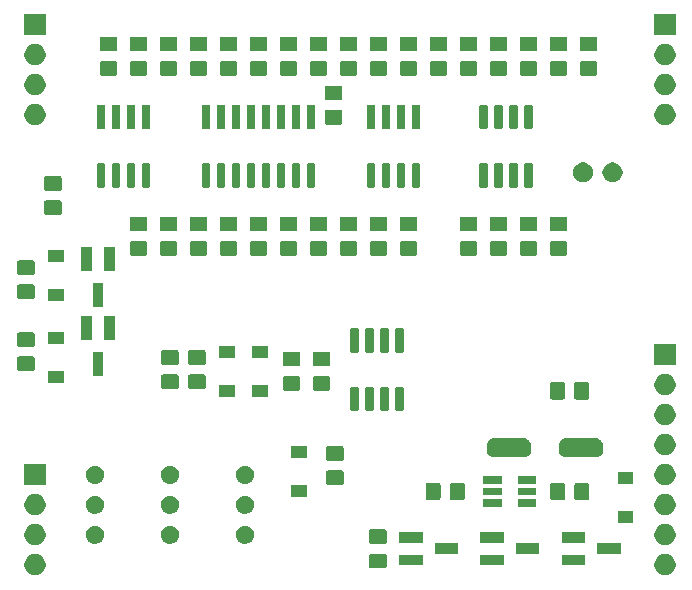
<source format=gbr>
G04 #@! TF.GenerationSoftware,KiCad,Pcbnew,5.1.6-c6e7f7d~87~ubuntu18.04.1*
G04 #@! TF.CreationDate,2020-08-19T11:53:39-04:00*
G04 #@! TF.ProjectId,four_pole_lpf,666f7572-5f70-46f6-9c65-5f6c70662e6b,rev?*
G04 #@! TF.SameCoordinates,Original*
G04 #@! TF.FileFunction,Soldermask,Top*
G04 #@! TF.FilePolarity,Negative*
%FSLAX46Y46*%
G04 Gerber Fmt 4.6, Leading zero omitted, Abs format (unit mm)*
G04 Created by KiCad (PCBNEW 5.1.6-c6e7f7d~87~ubuntu18.04.1) date 2020-08-19 11:53:39*
%MOMM*%
%LPD*%
G01*
G04 APERTURE LIST*
%ADD10C,0.100000*%
G04 APERTURE END LIST*
D10*
G36*
X147433512Y-113403927D02*
G01*
X147582812Y-113433624D01*
X147746784Y-113501544D01*
X147894354Y-113600147D01*
X148019853Y-113725646D01*
X148118456Y-113873216D01*
X148186376Y-114037188D01*
X148221000Y-114211259D01*
X148221000Y-114388741D01*
X148186376Y-114562812D01*
X148118456Y-114726784D01*
X148019853Y-114874354D01*
X147894354Y-114999853D01*
X147746784Y-115098456D01*
X147582812Y-115166376D01*
X147433512Y-115196073D01*
X147408742Y-115201000D01*
X147231258Y-115201000D01*
X147206488Y-115196073D01*
X147057188Y-115166376D01*
X146893216Y-115098456D01*
X146745646Y-114999853D01*
X146620147Y-114874354D01*
X146521544Y-114726784D01*
X146453624Y-114562812D01*
X146419000Y-114388741D01*
X146419000Y-114211259D01*
X146453624Y-114037188D01*
X146521544Y-113873216D01*
X146620147Y-113725646D01*
X146745646Y-113600147D01*
X146893216Y-113501544D01*
X147057188Y-113433624D01*
X147206488Y-113403927D01*
X147231258Y-113399000D01*
X147408742Y-113399000D01*
X147433512Y-113403927D01*
G37*
G36*
X94093512Y-113403927D02*
G01*
X94242812Y-113433624D01*
X94406784Y-113501544D01*
X94554354Y-113600147D01*
X94679853Y-113725646D01*
X94778456Y-113873216D01*
X94846376Y-114037188D01*
X94881000Y-114211259D01*
X94881000Y-114388741D01*
X94846376Y-114562812D01*
X94778456Y-114726784D01*
X94679853Y-114874354D01*
X94554354Y-114999853D01*
X94406784Y-115098456D01*
X94242812Y-115166376D01*
X94093512Y-115196073D01*
X94068742Y-115201000D01*
X93891258Y-115201000D01*
X93866488Y-115196073D01*
X93717188Y-115166376D01*
X93553216Y-115098456D01*
X93405646Y-114999853D01*
X93280147Y-114874354D01*
X93181544Y-114726784D01*
X93113624Y-114562812D01*
X93079000Y-114388741D01*
X93079000Y-114211259D01*
X93113624Y-114037188D01*
X93181544Y-113873216D01*
X93280147Y-113725646D01*
X93405646Y-113600147D01*
X93553216Y-113501544D01*
X93717188Y-113433624D01*
X93866488Y-113403927D01*
X93891258Y-113399000D01*
X94068742Y-113399000D01*
X94093512Y-113403927D01*
G37*
G36*
X123600874Y-113357265D02*
G01*
X123638567Y-113368699D01*
X123673303Y-113387266D01*
X123703748Y-113412252D01*
X123728734Y-113442697D01*
X123747301Y-113477433D01*
X123758735Y-113515126D01*
X123763200Y-113560461D01*
X123763200Y-114397139D01*
X123758735Y-114442474D01*
X123747301Y-114480167D01*
X123728734Y-114514903D01*
X123703748Y-114545348D01*
X123673303Y-114570334D01*
X123638567Y-114588901D01*
X123600874Y-114600335D01*
X123555539Y-114604800D01*
X122468861Y-114604800D01*
X122423526Y-114600335D01*
X122385833Y-114588901D01*
X122351097Y-114570334D01*
X122320652Y-114545348D01*
X122295666Y-114514903D01*
X122277099Y-114480167D01*
X122265665Y-114442474D01*
X122261200Y-114397139D01*
X122261200Y-113560461D01*
X122265665Y-113515126D01*
X122277099Y-113477433D01*
X122295666Y-113442697D01*
X122320652Y-113412252D01*
X122351097Y-113387266D01*
X122385833Y-113368699D01*
X122423526Y-113357265D01*
X122468861Y-113352800D01*
X123555539Y-113352800D01*
X123600874Y-113357265D01*
G37*
G36*
X126831200Y-114354800D02*
G01*
X124829200Y-114354800D01*
X124829200Y-113452800D01*
X126831200Y-113452800D01*
X126831200Y-114354800D01*
G37*
G36*
X140571200Y-114354800D02*
G01*
X138569200Y-114354800D01*
X138569200Y-113452800D01*
X140571200Y-113452800D01*
X140571200Y-114354800D01*
G37*
G36*
X133689200Y-114354800D02*
G01*
X131687200Y-114354800D01*
X131687200Y-113452800D01*
X133689200Y-113452800D01*
X133689200Y-114354800D01*
G37*
G36*
X143571200Y-113404800D02*
G01*
X141569200Y-113404800D01*
X141569200Y-112502800D01*
X143571200Y-112502800D01*
X143571200Y-113404800D01*
G37*
G36*
X136689200Y-113404800D02*
G01*
X134687200Y-113404800D01*
X134687200Y-112502800D01*
X136689200Y-112502800D01*
X136689200Y-113404800D01*
G37*
G36*
X129831200Y-113404800D02*
G01*
X127829200Y-113404800D01*
X127829200Y-112502800D01*
X129831200Y-112502800D01*
X129831200Y-113404800D01*
G37*
G36*
X147433512Y-110863927D02*
G01*
X147582812Y-110893624D01*
X147746784Y-110961544D01*
X147894354Y-111060147D01*
X148019853Y-111185646D01*
X148118456Y-111333216D01*
X148186376Y-111497188D01*
X148221000Y-111671259D01*
X148221000Y-111848741D01*
X148186376Y-112022812D01*
X148118456Y-112186784D01*
X148019853Y-112334354D01*
X147894354Y-112459853D01*
X147746784Y-112558456D01*
X147582812Y-112626376D01*
X147433512Y-112656073D01*
X147408742Y-112661000D01*
X147231258Y-112661000D01*
X147206488Y-112656073D01*
X147057188Y-112626376D01*
X146893216Y-112558456D01*
X146745646Y-112459853D01*
X146620147Y-112334354D01*
X146521544Y-112186784D01*
X146453624Y-112022812D01*
X146419000Y-111848741D01*
X146419000Y-111671259D01*
X146453624Y-111497188D01*
X146521544Y-111333216D01*
X146620147Y-111185646D01*
X146745646Y-111060147D01*
X146893216Y-110961544D01*
X147057188Y-110893624D01*
X147206488Y-110863927D01*
X147231258Y-110859000D01*
X147408742Y-110859000D01*
X147433512Y-110863927D01*
G37*
G36*
X94093512Y-110863927D02*
G01*
X94242812Y-110893624D01*
X94406784Y-110961544D01*
X94554354Y-111060147D01*
X94679853Y-111185646D01*
X94778456Y-111333216D01*
X94846376Y-111497188D01*
X94881000Y-111671259D01*
X94881000Y-111848741D01*
X94846376Y-112022812D01*
X94778456Y-112186784D01*
X94679853Y-112334354D01*
X94554354Y-112459853D01*
X94406784Y-112558456D01*
X94242812Y-112626376D01*
X94093512Y-112656073D01*
X94068742Y-112661000D01*
X93891258Y-112661000D01*
X93866488Y-112656073D01*
X93717188Y-112626376D01*
X93553216Y-112558456D01*
X93405646Y-112459853D01*
X93280147Y-112334354D01*
X93181544Y-112186784D01*
X93113624Y-112022812D01*
X93079000Y-111848741D01*
X93079000Y-111671259D01*
X93113624Y-111497188D01*
X93181544Y-111333216D01*
X93280147Y-111185646D01*
X93405646Y-111060147D01*
X93553216Y-110961544D01*
X93717188Y-110893624D01*
X93866488Y-110863927D01*
X93891258Y-110859000D01*
X94068742Y-110859000D01*
X94093512Y-110863927D01*
G37*
G36*
X123600874Y-111307265D02*
G01*
X123638567Y-111318699D01*
X123673303Y-111337266D01*
X123703748Y-111362252D01*
X123728734Y-111392697D01*
X123747301Y-111427433D01*
X123758735Y-111465126D01*
X123763200Y-111510461D01*
X123763200Y-112347139D01*
X123758735Y-112392474D01*
X123747301Y-112430167D01*
X123728734Y-112464903D01*
X123703748Y-112495348D01*
X123673303Y-112520334D01*
X123638567Y-112538901D01*
X123600874Y-112550335D01*
X123555539Y-112554800D01*
X122468861Y-112554800D01*
X122423526Y-112550335D01*
X122385833Y-112538901D01*
X122351097Y-112520334D01*
X122320652Y-112495348D01*
X122295666Y-112464903D01*
X122277099Y-112430167D01*
X122265665Y-112392474D01*
X122261200Y-112347139D01*
X122261200Y-111510461D01*
X122265665Y-111465126D01*
X122277099Y-111427433D01*
X122295666Y-111392697D01*
X122320652Y-111362252D01*
X122351097Y-111337266D01*
X122385833Y-111318699D01*
X122423526Y-111307265D01*
X122468861Y-111302800D01*
X123555539Y-111302800D01*
X123600874Y-111307265D01*
G37*
G36*
X99185589Y-110998876D02*
G01*
X99284893Y-111018629D01*
X99425206Y-111076748D01*
X99551484Y-111161125D01*
X99658875Y-111268516D01*
X99743252Y-111394794D01*
X99801371Y-111535107D01*
X99831000Y-111684063D01*
X99831000Y-111835937D01*
X99801371Y-111984893D01*
X99743252Y-112125206D01*
X99658875Y-112251484D01*
X99551484Y-112358875D01*
X99425206Y-112443252D01*
X99284893Y-112501371D01*
X99189559Y-112520334D01*
X99135938Y-112531000D01*
X98984062Y-112531000D01*
X98930441Y-112520334D01*
X98835107Y-112501371D01*
X98694794Y-112443252D01*
X98568516Y-112358875D01*
X98461125Y-112251484D01*
X98376748Y-112125206D01*
X98318629Y-111984893D01*
X98289000Y-111835937D01*
X98289000Y-111684063D01*
X98318629Y-111535107D01*
X98376748Y-111394794D01*
X98461125Y-111268516D01*
X98568516Y-111161125D01*
X98694794Y-111076748D01*
X98835107Y-111018629D01*
X98934411Y-110998876D01*
X98984062Y-110989000D01*
X99135938Y-110989000D01*
X99185589Y-110998876D01*
G37*
G36*
X111885589Y-110998876D02*
G01*
X111984893Y-111018629D01*
X112125206Y-111076748D01*
X112251484Y-111161125D01*
X112358875Y-111268516D01*
X112443252Y-111394794D01*
X112501371Y-111535107D01*
X112531000Y-111684063D01*
X112531000Y-111835937D01*
X112501371Y-111984893D01*
X112443252Y-112125206D01*
X112358875Y-112251484D01*
X112251484Y-112358875D01*
X112125206Y-112443252D01*
X111984893Y-112501371D01*
X111889559Y-112520334D01*
X111835938Y-112531000D01*
X111684062Y-112531000D01*
X111630441Y-112520334D01*
X111535107Y-112501371D01*
X111394794Y-112443252D01*
X111268516Y-112358875D01*
X111161125Y-112251484D01*
X111076748Y-112125206D01*
X111018629Y-111984893D01*
X110989000Y-111835937D01*
X110989000Y-111684063D01*
X111018629Y-111535107D01*
X111076748Y-111394794D01*
X111161125Y-111268516D01*
X111268516Y-111161125D01*
X111394794Y-111076748D01*
X111535107Y-111018629D01*
X111634411Y-110998876D01*
X111684062Y-110989000D01*
X111835938Y-110989000D01*
X111885589Y-110998876D01*
G37*
G36*
X105535589Y-110998876D02*
G01*
X105634893Y-111018629D01*
X105775206Y-111076748D01*
X105901484Y-111161125D01*
X106008875Y-111268516D01*
X106093252Y-111394794D01*
X106151371Y-111535107D01*
X106181000Y-111684063D01*
X106181000Y-111835937D01*
X106151371Y-111984893D01*
X106093252Y-112125206D01*
X106008875Y-112251484D01*
X105901484Y-112358875D01*
X105775206Y-112443252D01*
X105634893Y-112501371D01*
X105539559Y-112520334D01*
X105485938Y-112531000D01*
X105334062Y-112531000D01*
X105280441Y-112520334D01*
X105185107Y-112501371D01*
X105044794Y-112443252D01*
X104918516Y-112358875D01*
X104811125Y-112251484D01*
X104726748Y-112125206D01*
X104668629Y-111984893D01*
X104639000Y-111835937D01*
X104639000Y-111684063D01*
X104668629Y-111535107D01*
X104726748Y-111394794D01*
X104811125Y-111268516D01*
X104918516Y-111161125D01*
X105044794Y-111076748D01*
X105185107Y-111018629D01*
X105284411Y-110998876D01*
X105334062Y-110989000D01*
X105485938Y-110989000D01*
X105535589Y-110998876D01*
G37*
G36*
X126831200Y-112454800D02*
G01*
X124829200Y-112454800D01*
X124829200Y-111552800D01*
X126831200Y-111552800D01*
X126831200Y-112454800D01*
G37*
G36*
X140571200Y-112454800D02*
G01*
X138569200Y-112454800D01*
X138569200Y-111552800D01*
X140571200Y-111552800D01*
X140571200Y-112454800D01*
G37*
G36*
X133689200Y-112454800D02*
G01*
X131687200Y-112454800D01*
X131687200Y-111552800D01*
X133689200Y-111552800D01*
X133689200Y-112454800D01*
G37*
G36*
X144618200Y-110786800D02*
G01*
X143316200Y-110786800D01*
X143316200Y-109784800D01*
X144618200Y-109784800D01*
X144618200Y-110786800D01*
G37*
G36*
X147433512Y-108323927D02*
G01*
X147582812Y-108353624D01*
X147746784Y-108421544D01*
X147894354Y-108520147D01*
X148019853Y-108645646D01*
X148118456Y-108793216D01*
X148186376Y-108957188D01*
X148221000Y-109131259D01*
X148221000Y-109308741D01*
X148186376Y-109482812D01*
X148118456Y-109646784D01*
X148019853Y-109794354D01*
X147894354Y-109919853D01*
X147746784Y-110018456D01*
X147582812Y-110086376D01*
X147433512Y-110116073D01*
X147408742Y-110121000D01*
X147231258Y-110121000D01*
X147206488Y-110116073D01*
X147057188Y-110086376D01*
X146893216Y-110018456D01*
X146745646Y-109919853D01*
X146620147Y-109794354D01*
X146521544Y-109646784D01*
X146453624Y-109482812D01*
X146419000Y-109308741D01*
X146419000Y-109131259D01*
X146453624Y-108957188D01*
X146521544Y-108793216D01*
X146620147Y-108645646D01*
X146745646Y-108520147D01*
X146893216Y-108421544D01*
X147057188Y-108353624D01*
X147206488Y-108323927D01*
X147231258Y-108319000D01*
X147408742Y-108319000D01*
X147433512Y-108323927D01*
G37*
G36*
X94093512Y-108323927D02*
G01*
X94242812Y-108353624D01*
X94406784Y-108421544D01*
X94554354Y-108520147D01*
X94679853Y-108645646D01*
X94778456Y-108793216D01*
X94846376Y-108957188D01*
X94881000Y-109131259D01*
X94881000Y-109308741D01*
X94846376Y-109482812D01*
X94778456Y-109646784D01*
X94679853Y-109794354D01*
X94554354Y-109919853D01*
X94406784Y-110018456D01*
X94242812Y-110086376D01*
X94093512Y-110116073D01*
X94068742Y-110121000D01*
X93891258Y-110121000D01*
X93866488Y-110116073D01*
X93717188Y-110086376D01*
X93553216Y-110018456D01*
X93405646Y-109919853D01*
X93280147Y-109794354D01*
X93181544Y-109646784D01*
X93113624Y-109482812D01*
X93079000Y-109308741D01*
X93079000Y-109131259D01*
X93113624Y-108957188D01*
X93181544Y-108793216D01*
X93280147Y-108645646D01*
X93405646Y-108520147D01*
X93553216Y-108421544D01*
X93717188Y-108353624D01*
X93866488Y-108323927D01*
X93891258Y-108319000D01*
X94068742Y-108319000D01*
X94093512Y-108323927D01*
G37*
G36*
X99185589Y-108458876D02*
G01*
X99284893Y-108478629D01*
X99425206Y-108536748D01*
X99551484Y-108621125D01*
X99658875Y-108728516D01*
X99743252Y-108854794D01*
X99801371Y-108995107D01*
X99831000Y-109144063D01*
X99831000Y-109295937D01*
X99801371Y-109444893D01*
X99743252Y-109585206D01*
X99658875Y-109711484D01*
X99551484Y-109818875D01*
X99425206Y-109903252D01*
X99284893Y-109961371D01*
X99185589Y-109981124D01*
X99135938Y-109991000D01*
X98984062Y-109991000D01*
X98934411Y-109981124D01*
X98835107Y-109961371D01*
X98694794Y-109903252D01*
X98568516Y-109818875D01*
X98461125Y-109711484D01*
X98376748Y-109585206D01*
X98318629Y-109444893D01*
X98289000Y-109295937D01*
X98289000Y-109144063D01*
X98318629Y-108995107D01*
X98376748Y-108854794D01*
X98461125Y-108728516D01*
X98568516Y-108621125D01*
X98694794Y-108536748D01*
X98835107Y-108478629D01*
X98934411Y-108458876D01*
X98984062Y-108449000D01*
X99135938Y-108449000D01*
X99185589Y-108458876D01*
G37*
G36*
X111885589Y-108458876D02*
G01*
X111984893Y-108478629D01*
X112125206Y-108536748D01*
X112251484Y-108621125D01*
X112358875Y-108728516D01*
X112443252Y-108854794D01*
X112501371Y-108995107D01*
X112531000Y-109144063D01*
X112531000Y-109295937D01*
X112501371Y-109444893D01*
X112443252Y-109585206D01*
X112358875Y-109711484D01*
X112251484Y-109818875D01*
X112125206Y-109903252D01*
X111984893Y-109961371D01*
X111885589Y-109981124D01*
X111835938Y-109991000D01*
X111684062Y-109991000D01*
X111634411Y-109981124D01*
X111535107Y-109961371D01*
X111394794Y-109903252D01*
X111268516Y-109818875D01*
X111161125Y-109711484D01*
X111076748Y-109585206D01*
X111018629Y-109444893D01*
X110989000Y-109295937D01*
X110989000Y-109144063D01*
X111018629Y-108995107D01*
X111076748Y-108854794D01*
X111161125Y-108728516D01*
X111268516Y-108621125D01*
X111394794Y-108536748D01*
X111535107Y-108478629D01*
X111634411Y-108458876D01*
X111684062Y-108449000D01*
X111835938Y-108449000D01*
X111885589Y-108458876D01*
G37*
G36*
X105535589Y-108458876D02*
G01*
X105634893Y-108478629D01*
X105775206Y-108536748D01*
X105901484Y-108621125D01*
X106008875Y-108728516D01*
X106093252Y-108854794D01*
X106151371Y-108995107D01*
X106181000Y-109144063D01*
X106181000Y-109295937D01*
X106151371Y-109444893D01*
X106093252Y-109585206D01*
X106008875Y-109711484D01*
X105901484Y-109818875D01*
X105775206Y-109903252D01*
X105634893Y-109961371D01*
X105535589Y-109981124D01*
X105485938Y-109991000D01*
X105334062Y-109991000D01*
X105284411Y-109981124D01*
X105185107Y-109961371D01*
X105044794Y-109903252D01*
X104918516Y-109818875D01*
X104811125Y-109711484D01*
X104726748Y-109585206D01*
X104668629Y-109444893D01*
X104639000Y-109295937D01*
X104639000Y-109144063D01*
X104668629Y-108995107D01*
X104726748Y-108854794D01*
X104811125Y-108728516D01*
X104918516Y-108621125D01*
X105044794Y-108536748D01*
X105185107Y-108478629D01*
X105284411Y-108458876D01*
X105334062Y-108449000D01*
X105485938Y-108449000D01*
X105535589Y-108458876D01*
G37*
G36*
X136439200Y-109372799D02*
G01*
X134837200Y-109372799D01*
X134837200Y-108720799D01*
X136439200Y-108720799D01*
X136439200Y-109372799D01*
G37*
G36*
X133539200Y-109372799D02*
G01*
X131937200Y-109372799D01*
X131937200Y-108720799D01*
X133539200Y-108720799D01*
X133539200Y-109372799D01*
G37*
G36*
X128156874Y-107355865D02*
G01*
X128194567Y-107367299D01*
X128229303Y-107385866D01*
X128259748Y-107410852D01*
X128284734Y-107441297D01*
X128303301Y-107476033D01*
X128314735Y-107513726D01*
X128319200Y-107559061D01*
X128319200Y-108645739D01*
X128314735Y-108691074D01*
X128303301Y-108728767D01*
X128284734Y-108763503D01*
X128259748Y-108793948D01*
X128229303Y-108818934D01*
X128194567Y-108837501D01*
X128156874Y-108848935D01*
X128111539Y-108853400D01*
X127274861Y-108853400D01*
X127229526Y-108848935D01*
X127191833Y-108837501D01*
X127157097Y-108818934D01*
X127126652Y-108793948D01*
X127101666Y-108763503D01*
X127083099Y-108728767D01*
X127071665Y-108691074D01*
X127067200Y-108645739D01*
X127067200Y-107559061D01*
X127071665Y-107513726D01*
X127083099Y-107476033D01*
X127101666Y-107441297D01*
X127126652Y-107410852D01*
X127157097Y-107385866D01*
X127191833Y-107367299D01*
X127229526Y-107355865D01*
X127274861Y-107351400D01*
X128111539Y-107351400D01*
X128156874Y-107355865D01*
G37*
G36*
X138690474Y-107355865D02*
G01*
X138728167Y-107367299D01*
X138762903Y-107385866D01*
X138793348Y-107410852D01*
X138818334Y-107441297D01*
X138836901Y-107476033D01*
X138848335Y-107513726D01*
X138852800Y-107559061D01*
X138852800Y-108645739D01*
X138848335Y-108691074D01*
X138836901Y-108728767D01*
X138818334Y-108763503D01*
X138793348Y-108793948D01*
X138762903Y-108818934D01*
X138728167Y-108837501D01*
X138690474Y-108848935D01*
X138645139Y-108853400D01*
X137808461Y-108853400D01*
X137763126Y-108848935D01*
X137725433Y-108837501D01*
X137690697Y-108818934D01*
X137660252Y-108793948D01*
X137635266Y-108763503D01*
X137616699Y-108728767D01*
X137605265Y-108691074D01*
X137600800Y-108645739D01*
X137600800Y-107559061D01*
X137605265Y-107513726D01*
X137616699Y-107476033D01*
X137635266Y-107441297D01*
X137660252Y-107410852D01*
X137690697Y-107385866D01*
X137725433Y-107367299D01*
X137763126Y-107355865D01*
X137808461Y-107351400D01*
X138645139Y-107351400D01*
X138690474Y-107355865D01*
G37*
G36*
X140740474Y-107355865D02*
G01*
X140778167Y-107367299D01*
X140812903Y-107385866D01*
X140843348Y-107410852D01*
X140868334Y-107441297D01*
X140886901Y-107476033D01*
X140898335Y-107513726D01*
X140902800Y-107559061D01*
X140902800Y-108645739D01*
X140898335Y-108691074D01*
X140886901Y-108728767D01*
X140868334Y-108763503D01*
X140843348Y-108793948D01*
X140812903Y-108818934D01*
X140778167Y-108837501D01*
X140740474Y-108848935D01*
X140695139Y-108853400D01*
X139858461Y-108853400D01*
X139813126Y-108848935D01*
X139775433Y-108837501D01*
X139740697Y-108818934D01*
X139710252Y-108793948D01*
X139685266Y-108763503D01*
X139666699Y-108728767D01*
X139655265Y-108691074D01*
X139650800Y-108645739D01*
X139650800Y-107559061D01*
X139655265Y-107513726D01*
X139666699Y-107476033D01*
X139685266Y-107441297D01*
X139710252Y-107410852D01*
X139740697Y-107385866D01*
X139775433Y-107367299D01*
X139813126Y-107355865D01*
X139858461Y-107351400D01*
X140695139Y-107351400D01*
X140740474Y-107355865D01*
G37*
G36*
X130206874Y-107355865D02*
G01*
X130244567Y-107367299D01*
X130279303Y-107385866D01*
X130309748Y-107410852D01*
X130334734Y-107441297D01*
X130353301Y-107476033D01*
X130364735Y-107513726D01*
X130369200Y-107559061D01*
X130369200Y-108645739D01*
X130364735Y-108691074D01*
X130353301Y-108728767D01*
X130334734Y-108763503D01*
X130309748Y-108793948D01*
X130279303Y-108818934D01*
X130244567Y-108837501D01*
X130206874Y-108848935D01*
X130161539Y-108853400D01*
X129324861Y-108853400D01*
X129279526Y-108848935D01*
X129241833Y-108837501D01*
X129207097Y-108818934D01*
X129176652Y-108793948D01*
X129151666Y-108763503D01*
X129133099Y-108728767D01*
X129121665Y-108691074D01*
X129117200Y-108645739D01*
X129117200Y-107559061D01*
X129121665Y-107513726D01*
X129133099Y-107476033D01*
X129151666Y-107441297D01*
X129176652Y-107410852D01*
X129207097Y-107385866D01*
X129241833Y-107367299D01*
X129279526Y-107355865D01*
X129324861Y-107351400D01*
X130161539Y-107351400D01*
X130206874Y-107355865D01*
G37*
G36*
X116983000Y-108577000D02*
G01*
X115681000Y-108577000D01*
X115681000Y-107575000D01*
X116983000Y-107575000D01*
X116983000Y-108577000D01*
G37*
G36*
X133539200Y-108422799D02*
G01*
X131937200Y-108422799D01*
X131937200Y-107770799D01*
X133539200Y-107770799D01*
X133539200Y-108422799D01*
G37*
G36*
X136439200Y-108422799D02*
G01*
X134837200Y-108422799D01*
X134837200Y-107770799D01*
X136439200Y-107770799D01*
X136439200Y-108422799D01*
G37*
G36*
X147433512Y-105783927D02*
G01*
X147582812Y-105813624D01*
X147746784Y-105881544D01*
X147894354Y-105980147D01*
X148019853Y-106105646D01*
X148118456Y-106253216D01*
X148186376Y-106417188D01*
X148221000Y-106591259D01*
X148221000Y-106768741D01*
X148186376Y-106942812D01*
X148118456Y-107106784D01*
X148019853Y-107254354D01*
X147894354Y-107379853D01*
X147746784Y-107478456D01*
X147582812Y-107546376D01*
X147438906Y-107575000D01*
X147408742Y-107581000D01*
X147231258Y-107581000D01*
X147201094Y-107575000D01*
X147057188Y-107546376D01*
X146893216Y-107478456D01*
X146745646Y-107379853D01*
X146620147Y-107254354D01*
X146521544Y-107106784D01*
X146453624Y-106942812D01*
X146419000Y-106768741D01*
X146419000Y-106591259D01*
X146453624Y-106417188D01*
X146521544Y-106253216D01*
X146620147Y-106105646D01*
X146745646Y-105980147D01*
X146893216Y-105881544D01*
X147057188Y-105813624D01*
X147206488Y-105783927D01*
X147231258Y-105779000D01*
X147408742Y-105779000D01*
X147433512Y-105783927D01*
G37*
G36*
X94881000Y-107581000D02*
G01*
X93079000Y-107581000D01*
X93079000Y-105779000D01*
X94881000Y-105779000D01*
X94881000Y-107581000D01*
G37*
G36*
X119968674Y-106312465D02*
G01*
X120006367Y-106323899D01*
X120041103Y-106342466D01*
X120071548Y-106367452D01*
X120096534Y-106397897D01*
X120115101Y-106432633D01*
X120126535Y-106470326D01*
X120131000Y-106515661D01*
X120131000Y-107352339D01*
X120126535Y-107397674D01*
X120115101Y-107435367D01*
X120096534Y-107470103D01*
X120071548Y-107500548D01*
X120041103Y-107525534D01*
X120006367Y-107544101D01*
X119968674Y-107555535D01*
X119923339Y-107560000D01*
X118836661Y-107560000D01*
X118791326Y-107555535D01*
X118753633Y-107544101D01*
X118718897Y-107525534D01*
X118688452Y-107500548D01*
X118663466Y-107470103D01*
X118644899Y-107435367D01*
X118633465Y-107397674D01*
X118629000Y-107352339D01*
X118629000Y-106515661D01*
X118633465Y-106470326D01*
X118644899Y-106432633D01*
X118663466Y-106397897D01*
X118688452Y-106367452D01*
X118718897Y-106342466D01*
X118753633Y-106323899D01*
X118791326Y-106312465D01*
X118836661Y-106308000D01*
X119923339Y-106308000D01*
X119968674Y-106312465D01*
G37*
G36*
X144618200Y-107486800D02*
G01*
X143316200Y-107486800D01*
X143316200Y-106484800D01*
X144618200Y-106484800D01*
X144618200Y-107486800D01*
G37*
G36*
X136439200Y-107472799D02*
G01*
X134837200Y-107472799D01*
X134837200Y-106820799D01*
X136439200Y-106820799D01*
X136439200Y-107472799D01*
G37*
G36*
X133539200Y-107472799D02*
G01*
X131937200Y-107472799D01*
X131937200Y-106820799D01*
X133539200Y-106820799D01*
X133539200Y-107472799D01*
G37*
G36*
X99185589Y-105918876D02*
G01*
X99284893Y-105938629D01*
X99425206Y-105996748D01*
X99551484Y-106081125D01*
X99658875Y-106188516D01*
X99743252Y-106314794D01*
X99801371Y-106455107D01*
X99831000Y-106604063D01*
X99831000Y-106755937D01*
X99801371Y-106904893D01*
X99743252Y-107045206D01*
X99658875Y-107171484D01*
X99551484Y-107278875D01*
X99425206Y-107363252D01*
X99284893Y-107421371D01*
X99196074Y-107439038D01*
X99135938Y-107451000D01*
X98984062Y-107451000D01*
X98923926Y-107439038D01*
X98835107Y-107421371D01*
X98694794Y-107363252D01*
X98568516Y-107278875D01*
X98461125Y-107171484D01*
X98376748Y-107045206D01*
X98318629Y-106904893D01*
X98289000Y-106755937D01*
X98289000Y-106604063D01*
X98318629Y-106455107D01*
X98376748Y-106314794D01*
X98461125Y-106188516D01*
X98568516Y-106081125D01*
X98694794Y-105996748D01*
X98835107Y-105938629D01*
X98934411Y-105918876D01*
X98984062Y-105909000D01*
X99135938Y-105909000D01*
X99185589Y-105918876D01*
G37*
G36*
X111885589Y-105918876D02*
G01*
X111984893Y-105938629D01*
X112125206Y-105996748D01*
X112251484Y-106081125D01*
X112358875Y-106188516D01*
X112443252Y-106314794D01*
X112501371Y-106455107D01*
X112531000Y-106604063D01*
X112531000Y-106755937D01*
X112501371Y-106904893D01*
X112443252Y-107045206D01*
X112358875Y-107171484D01*
X112251484Y-107278875D01*
X112125206Y-107363252D01*
X111984893Y-107421371D01*
X111896074Y-107439038D01*
X111835938Y-107451000D01*
X111684062Y-107451000D01*
X111623926Y-107439038D01*
X111535107Y-107421371D01*
X111394794Y-107363252D01*
X111268516Y-107278875D01*
X111161125Y-107171484D01*
X111076748Y-107045206D01*
X111018629Y-106904893D01*
X110989000Y-106755937D01*
X110989000Y-106604063D01*
X111018629Y-106455107D01*
X111076748Y-106314794D01*
X111161125Y-106188516D01*
X111268516Y-106081125D01*
X111394794Y-105996748D01*
X111535107Y-105938629D01*
X111634411Y-105918876D01*
X111684062Y-105909000D01*
X111835938Y-105909000D01*
X111885589Y-105918876D01*
G37*
G36*
X105535589Y-105918876D02*
G01*
X105634893Y-105938629D01*
X105775206Y-105996748D01*
X105901484Y-106081125D01*
X106008875Y-106188516D01*
X106093252Y-106314794D01*
X106151371Y-106455107D01*
X106181000Y-106604063D01*
X106181000Y-106755937D01*
X106151371Y-106904893D01*
X106093252Y-107045206D01*
X106008875Y-107171484D01*
X105901484Y-107278875D01*
X105775206Y-107363252D01*
X105634893Y-107421371D01*
X105546074Y-107439038D01*
X105485938Y-107451000D01*
X105334062Y-107451000D01*
X105273926Y-107439038D01*
X105185107Y-107421371D01*
X105044794Y-107363252D01*
X104918516Y-107278875D01*
X104811125Y-107171484D01*
X104726748Y-107045206D01*
X104668629Y-106904893D01*
X104639000Y-106755937D01*
X104639000Y-106604063D01*
X104668629Y-106455107D01*
X104726748Y-106314794D01*
X104811125Y-106188516D01*
X104918516Y-106081125D01*
X105044794Y-105996748D01*
X105185107Y-105938629D01*
X105284411Y-105918876D01*
X105334062Y-105909000D01*
X105485938Y-105909000D01*
X105535589Y-105918876D01*
G37*
G36*
X119968674Y-104262465D02*
G01*
X120006367Y-104273899D01*
X120041103Y-104292466D01*
X120071548Y-104317452D01*
X120096534Y-104347897D01*
X120115101Y-104382633D01*
X120126535Y-104420326D01*
X120131000Y-104465661D01*
X120131000Y-105302339D01*
X120126535Y-105347674D01*
X120115101Y-105385367D01*
X120096534Y-105420103D01*
X120071548Y-105450548D01*
X120041103Y-105475534D01*
X120006367Y-105494101D01*
X119968674Y-105505535D01*
X119923339Y-105510000D01*
X118836661Y-105510000D01*
X118791326Y-105505535D01*
X118753633Y-105494101D01*
X118718897Y-105475534D01*
X118688452Y-105450548D01*
X118663466Y-105420103D01*
X118644899Y-105385367D01*
X118633465Y-105347674D01*
X118629000Y-105302339D01*
X118629000Y-104465661D01*
X118633465Y-104420326D01*
X118644899Y-104382633D01*
X118663466Y-104347897D01*
X118688452Y-104317452D01*
X118718897Y-104292466D01*
X118753633Y-104273899D01*
X118791326Y-104262465D01*
X118836661Y-104258000D01*
X119923339Y-104258000D01*
X119968674Y-104262465D01*
G37*
G36*
X116983000Y-105277000D02*
G01*
X115681000Y-105277000D01*
X115681000Y-104275000D01*
X116983000Y-104275000D01*
X116983000Y-105277000D01*
G37*
G36*
X139467999Y-103593737D02*
G01*
X139482528Y-103598145D01*
X139495711Y-103603606D01*
X139519745Y-103608388D01*
X139544249Y-103608389D01*
X139568282Y-103603609D01*
X139590921Y-103594232D01*
X139592765Y-103593000D01*
X140824050Y-103593000D01*
X140836164Y-103599475D01*
X140859613Y-103606588D01*
X140883999Y-103608990D01*
X140908385Y-103606588D01*
X140931834Y-103599475D01*
X140936746Y-103597152D01*
X140948001Y-103593737D01*
X140964140Y-103592148D01*
X141501861Y-103592148D01*
X141520199Y-103593954D01*
X141532450Y-103594556D01*
X141550869Y-103594556D01*
X141573149Y-103596750D01*
X141657233Y-103613476D01*
X141678660Y-103619976D01*
X141757858Y-103652780D01*
X141763303Y-103655691D01*
X141763309Y-103655693D01*
X141772169Y-103660429D01*
X141772173Y-103660432D01*
X141777614Y-103663340D01*
X141848899Y-103710971D01*
X141866204Y-103725172D01*
X141926828Y-103785796D01*
X141941029Y-103803101D01*
X141988660Y-103874386D01*
X141991568Y-103879827D01*
X141991571Y-103879831D01*
X141996307Y-103888691D01*
X141996309Y-103888697D01*
X141999220Y-103894142D01*
X142032024Y-103973340D01*
X142038524Y-103994767D01*
X142055250Y-104078851D01*
X142057444Y-104101131D01*
X142057444Y-104119550D01*
X142058046Y-104131801D01*
X142059852Y-104150139D01*
X142059852Y-104637862D01*
X142058046Y-104656199D01*
X142057444Y-104668450D01*
X142057444Y-104686869D01*
X142055250Y-104709149D01*
X142038524Y-104793233D01*
X142032024Y-104814660D01*
X141999220Y-104893858D01*
X141996309Y-104899303D01*
X141996307Y-104899309D01*
X141991571Y-104908169D01*
X141991568Y-104908173D01*
X141988660Y-104913614D01*
X141941029Y-104984899D01*
X141926828Y-105002204D01*
X141866204Y-105062828D01*
X141848899Y-105077029D01*
X141777614Y-105124660D01*
X141772173Y-105127568D01*
X141772169Y-105127571D01*
X141763309Y-105132307D01*
X141763303Y-105132309D01*
X141757858Y-105135220D01*
X141678660Y-105168024D01*
X141657233Y-105174524D01*
X141573149Y-105191250D01*
X141550869Y-105193444D01*
X141532450Y-105193444D01*
X141520199Y-105194046D01*
X141501862Y-105195852D01*
X140964140Y-105195852D01*
X140948001Y-105194263D01*
X140933472Y-105189855D01*
X140920289Y-105184394D01*
X140896255Y-105179612D01*
X140871751Y-105179611D01*
X140847718Y-105184391D01*
X140825079Y-105193768D01*
X140823235Y-105195000D01*
X139591950Y-105195000D01*
X139579836Y-105188525D01*
X139556387Y-105181412D01*
X139532001Y-105179010D01*
X139507615Y-105181412D01*
X139484166Y-105188525D01*
X139479254Y-105190848D01*
X139467999Y-105194263D01*
X139451860Y-105195852D01*
X138914138Y-105195852D01*
X138895801Y-105194046D01*
X138883550Y-105193444D01*
X138865131Y-105193444D01*
X138842851Y-105191250D01*
X138758767Y-105174524D01*
X138737340Y-105168024D01*
X138658142Y-105135220D01*
X138652697Y-105132309D01*
X138652691Y-105132307D01*
X138643831Y-105127571D01*
X138643827Y-105127568D01*
X138638386Y-105124660D01*
X138567101Y-105077029D01*
X138549796Y-105062828D01*
X138489172Y-105002204D01*
X138474971Y-104984899D01*
X138427340Y-104913614D01*
X138424432Y-104908173D01*
X138424429Y-104908169D01*
X138419693Y-104899309D01*
X138419691Y-104899303D01*
X138416780Y-104893858D01*
X138383976Y-104814660D01*
X138377476Y-104793233D01*
X138360750Y-104709149D01*
X138358556Y-104686869D01*
X138358556Y-104668450D01*
X138357954Y-104656199D01*
X138356148Y-104637862D01*
X138356148Y-104150139D01*
X138357954Y-104131801D01*
X138358556Y-104119550D01*
X138358556Y-104101131D01*
X138360750Y-104078851D01*
X138377476Y-103994767D01*
X138383976Y-103973340D01*
X138416780Y-103894142D01*
X138419691Y-103888697D01*
X138419693Y-103888691D01*
X138424429Y-103879831D01*
X138424432Y-103879827D01*
X138427340Y-103874386D01*
X138474971Y-103803101D01*
X138489172Y-103785796D01*
X138549796Y-103725172D01*
X138567101Y-103710971D01*
X138638386Y-103663340D01*
X138643827Y-103660432D01*
X138643831Y-103660429D01*
X138652691Y-103655693D01*
X138652697Y-103655691D01*
X138658142Y-103652780D01*
X138737340Y-103619976D01*
X138758767Y-103613476D01*
X138842851Y-103596750D01*
X138865131Y-103594556D01*
X138883550Y-103594556D01*
X138895801Y-103593954D01*
X138914139Y-103592148D01*
X139451860Y-103592148D01*
X139467999Y-103593737D01*
G37*
G36*
X133371999Y-103593737D02*
G01*
X133386528Y-103598145D01*
X133399711Y-103603606D01*
X133423745Y-103608388D01*
X133448249Y-103608389D01*
X133472282Y-103603609D01*
X133494921Y-103594232D01*
X133496765Y-103593000D01*
X134728050Y-103593000D01*
X134740164Y-103599475D01*
X134763613Y-103606588D01*
X134787999Y-103608990D01*
X134812385Y-103606588D01*
X134835834Y-103599475D01*
X134840746Y-103597152D01*
X134852001Y-103593737D01*
X134868140Y-103592148D01*
X135405861Y-103592148D01*
X135424199Y-103593954D01*
X135436450Y-103594556D01*
X135454869Y-103594556D01*
X135477149Y-103596750D01*
X135561233Y-103613476D01*
X135582660Y-103619976D01*
X135661858Y-103652780D01*
X135667303Y-103655691D01*
X135667309Y-103655693D01*
X135676169Y-103660429D01*
X135676173Y-103660432D01*
X135681614Y-103663340D01*
X135752899Y-103710971D01*
X135770204Y-103725172D01*
X135830828Y-103785796D01*
X135845029Y-103803101D01*
X135892660Y-103874386D01*
X135895568Y-103879827D01*
X135895571Y-103879831D01*
X135900307Y-103888691D01*
X135900309Y-103888697D01*
X135903220Y-103894142D01*
X135936024Y-103973340D01*
X135942524Y-103994767D01*
X135959250Y-104078851D01*
X135961444Y-104101131D01*
X135961444Y-104119550D01*
X135962046Y-104131801D01*
X135963852Y-104150139D01*
X135963852Y-104637862D01*
X135962046Y-104656199D01*
X135961444Y-104668450D01*
X135961444Y-104686869D01*
X135959250Y-104709149D01*
X135942524Y-104793233D01*
X135936024Y-104814660D01*
X135903220Y-104893858D01*
X135900309Y-104899303D01*
X135900307Y-104899309D01*
X135895571Y-104908169D01*
X135895568Y-104908173D01*
X135892660Y-104913614D01*
X135845029Y-104984899D01*
X135830828Y-105002204D01*
X135770204Y-105062828D01*
X135752899Y-105077029D01*
X135681614Y-105124660D01*
X135676173Y-105127568D01*
X135676169Y-105127571D01*
X135667309Y-105132307D01*
X135667303Y-105132309D01*
X135661858Y-105135220D01*
X135582660Y-105168024D01*
X135561233Y-105174524D01*
X135477149Y-105191250D01*
X135454869Y-105193444D01*
X135436450Y-105193444D01*
X135424199Y-105194046D01*
X135405862Y-105195852D01*
X134868140Y-105195852D01*
X134852001Y-105194263D01*
X134837472Y-105189855D01*
X134824289Y-105184394D01*
X134800255Y-105179612D01*
X134775751Y-105179611D01*
X134751718Y-105184391D01*
X134729079Y-105193768D01*
X134727235Y-105195000D01*
X133495950Y-105195000D01*
X133483836Y-105188525D01*
X133460387Y-105181412D01*
X133436001Y-105179010D01*
X133411615Y-105181412D01*
X133388166Y-105188525D01*
X133383254Y-105190848D01*
X133371999Y-105194263D01*
X133355860Y-105195852D01*
X132818138Y-105195852D01*
X132799801Y-105194046D01*
X132787550Y-105193444D01*
X132769131Y-105193444D01*
X132746851Y-105191250D01*
X132662767Y-105174524D01*
X132641340Y-105168024D01*
X132562142Y-105135220D01*
X132556697Y-105132309D01*
X132556691Y-105132307D01*
X132547831Y-105127571D01*
X132547827Y-105127568D01*
X132542386Y-105124660D01*
X132471101Y-105077029D01*
X132453796Y-105062828D01*
X132393172Y-105002204D01*
X132378971Y-104984899D01*
X132331340Y-104913614D01*
X132328432Y-104908173D01*
X132328429Y-104908169D01*
X132323693Y-104899309D01*
X132323691Y-104899303D01*
X132320780Y-104893858D01*
X132287976Y-104814660D01*
X132281476Y-104793233D01*
X132264750Y-104709149D01*
X132262556Y-104686869D01*
X132262556Y-104668450D01*
X132261954Y-104656199D01*
X132260148Y-104637862D01*
X132260148Y-104150139D01*
X132261954Y-104131801D01*
X132262556Y-104119550D01*
X132262556Y-104101131D01*
X132264750Y-104078851D01*
X132281476Y-103994767D01*
X132287976Y-103973340D01*
X132320780Y-103894142D01*
X132323691Y-103888697D01*
X132323693Y-103888691D01*
X132328429Y-103879831D01*
X132328432Y-103879827D01*
X132331340Y-103874386D01*
X132378971Y-103803101D01*
X132393172Y-103785796D01*
X132453796Y-103725172D01*
X132471101Y-103710971D01*
X132542386Y-103663340D01*
X132547827Y-103660432D01*
X132547831Y-103660429D01*
X132556691Y-103655693D01*
X132556697Y-103655691D01*
X132562142Y-103652780D01*
X132641340Y-103619976D01*
X132662767Y-103613476D01*
X132746851Y-103596750D01*
X132769131Y-103594556D01*
X132787550Y-103594556D01*
X132799801Y-103593954D01*
X132818139Y-103592148D01*
X133355860Y-103592148D01*
X133371999Y-103593737D01*
G37*
G36*
X147433512Y-103243927D02*
G01*
X147582812Y-103273624D01*
X147746784Y-103341544D01*
X147894354Y-103440147D01*
X148019853Y-103565646D01*
X148118456Y-103713216D01*
X148186376Y-103877188D01*
X148221000Y-104051259D01*
X148221000Y-104228741D01*
X148186376Y-104402812D01*
X148118456Y-104566784D01*
X148019853Y-104714354D01*
X147894354Y-104839853D01*
X147746784Y-104938456D01*
X147582812Y-105006376D01*
X147433512Y-105036073D01*
X147408742Y-105041000D01*
X147231258Y-105041000D01*
X147206488Y-105036073D01*
X147057188Y-105006376D01*
X146893216Y-104938456D01*
X146745646Y-104839853D01*
X146620147Y-104714354D01*
X146521544Y-104566784D01*
X146453624Y-104402812D01*
X146419000Y-104228741D01*
X146419000Y-104051259D01*
X146453624Y-103877188D01*
X146521544Y-103713216D01*
X146620147Y-103565646D01*
X146745646Y-103440147D01*
X146893216Y-103341544D01*
X147057188Y-103273624D01*
X147206488Y-103243927D01*
X147231258Y-103239000D01*
X147408742Y-103239000D01*
X147433512Y-103243927D01*
G37*
G36*
X147433512Y-100703927D02*
G01*
X147582812Y-100733624D01*
X147746784Y-100801544D01*
X147894354Y-100900147D01*
X148019853Y-101025646D01*
X148118456Y-101173216D01*
X148186376Y-101337188D01*
X148221000Y-101511259D01*
X148221000Y-101688741D01*
X148186376Y-101862812D01*
X148118456Y-102026784D01*
X148019853Y-102174354D01*
X147894354Y-102299853D01*
X147746784Y-102398456D01*
X147582812Y-102466376D01*
X147433512Y-102496073D01*
X147408742Y-102501000D01*
X147231258Y-102501000D01*
X147206488Y-102496073D01*
X147057188Y-102466376D01*
X146893216Y-102398456D01*
X146745646Y-102299853D01*
X146620147Y-102174354D01*
X146521544Y-102026784D01*
X146453624Y-101862812D01*
X146419000Y-101688741D01*
X146419000Y-101511259D01*
X146453624Y-101337188D01*
X146521544Y-101173216D01*
X146620147Y-101025646D01*
X146745646Y-100900147D01*
X146893216Y-100801544D01*
X147057188Y-100733624D01*
X147206488Y-100703927D01*
X147231258Y-100699000D01*
X147408742Y-100699000D01*
X147433512Y-100703927D01*
G37*
G36*
X125100928Y-99241764D02*
G01*
X125122009Y-99248160D01*
X125141445Y-99258548D01*
X125158476Y-99272524D01*
X125172452Y-99289555D01*
X125182840Y-99308991D01*
X125189236Y-99330072D01*
X125192000Y-99358140D01*
X125192000Y-101171860D01*
X125189236Y-101199928D01*
X125182840Y-101221009D01*
X125172452Y-101240445D01*
X125158476Y-101257476D01*
X125141445Y-101271452D01*
X125122009Y-101281840D01*
X125100928Y-101288236D01*
X125072860Y-101291000D01*
X124609140Y-101291000D01*
X124581072Y-101288236D01*
X124559991Y-101281840D01*
X124540555Y-101271452D01*
X124523524Y-101257476D01*
X124509548Y-101240445D01*
X124499160Y-101221009D01*
X124492764Y-101199928D01*
X124490000Y-101171860D01*
X124490000Y-99358140D01*
X124492764Y-99330072D01*
X124499160Y-99308991D01*
X124509548Y-99289555D01*
X124523524Y-99272524D01*
X124540555Y-99258548D01*
X124559991Y-99248160D01*
X124581072Y-99241764D01*
X124609140Y-99239000D01*
X125072860Y-99239000D01*
X125100928Y-99241764D01*
G37*
G36*
X123830928Y-99241764D02*
G01*
X123852009Y-99248160D01*
X123871445Y-99258548D01*
X123888476Y-99272524D01*
X123902452Y-99289555D01*
X123912840Y-99308991D01*
X123919236Y-99330072D01*
X123922000Y-99358140D01*
X123922000Y-101171860D01*
X123919236Y-101199928D01*
X123912840Y-101221009D01*
X123902452Y-101240445D01*
X123888476Y-101257476D01*
X123871445Y-101271452D01*
X123852009Y-101281840D01*
X123830928Y-101288236D01*
X123802860Y-101291000D01*
X123339140Y-101291000D01*
X123311072Y-101288236D01*
X123289991Y-101281840D01*
X123270555Y-101271452D01*
X123253524Y-101257476D01*
X123239548Y-101240445D01*
X123229160Y-101221009D01*
X123222764Y-101199928D01*
X123220000Y-101171860D01*
X123220000Y-99358140D01*
X123222764Y-99330072D01*
X123229160Y-99308991D01*
X123239548Y-99289555D01*
X123253524Y-99272524D01*
X123270555Y-99258548D01*
X123289991Y-99248160D01*
X123311072Y-99241764D01*
X123339140Y-99239000D01*
X123802860Y-99239000D01*
X123830928Y-99241764D01*
G37*
G36*
X121290928Y-99241764D02*
G01*
X121312009Y-99248160D01*
X121331445Y-99258548D01*
X121348476Y-99272524D01*
X121362452Y-99289555D01*
X121372840Y-99308991D01*
X121379236Y-99330072D01*
X121382000Y-99358140D01*
X121382000Y-101171860D01*
X121379236Y-101199928D01*
X121372840Y-101221009D01*
X121362452Y-101240445D01*
X121348476Y-101257476D01*
X121331445Y-101271452D01*
X121312009Y-101281840D01*
X121290928Y-101288236D01*
X121262860Y-101291000D01*
X120799140Y-101291000D01*
X120771072Y-101288236D01*
X120749991Y-101281840D01*
X120730555Y-101271452D01*
X120713524Y-101257476D01*
X120699548Y-101240445D01*
X120689160Y-101221009D01*
X120682764Y-101199928D01*
X120680000Y-101171860D01*
X120680000Y-99358140D01*
X120682764Y-99330072D01*
X120689160Y-99308991D01*
X120699548Y-99289555D01*
X120713524Y-99272524D01*
X120730555Y-99258548D01*
X120749991Y-99248160D01*
X120771072Y-99241764D01*
X120799140Y-99239000D01*
X121262860Y-99239000D01*
X121290928Y-99241764D01*
G37*
G36*
X122560928Y-99241764D02*
G01*
X122582009Y-99248160D01*
X122601445Y-99258548D01*
X122618476Y-99272524D01*
X122632452Y-99289555D01*
X122642840Y-99308991D01*
X122649236Y-99330072D01*
X122652000Y-99358140D01*
X122652000Y-101171860D01*
X122649236Y-101199928D01*
X122642840Y-101221009D01*
X122632452Y-101240445D01*
X122618476Y-101257476D01*
X122601445Y-101271452D01*
X122582009Y-101281840D01*
X122560928Y-101288236D01*
X122532860Y-101291000D01*
X122069140Y-101291000D01*
X122041072Y-101288236D01*
X122019991Y-101281840D01*
X122000555Y-101271452D01*
X121983524Y-101257476D01*
X121969548Y-101240445D01*
X121959160Y-101221009D01*
X121952764Y-101199928D01*
X121950000Y-101171860D01*
X121950000Y-99358140D01*
X121952764Y-99330072D01*
X121959160Y-99308991D01*
X121969548Y-99289555D01*
X121983524Y-99272524D01*
X122000555Y-99258548D01*
X122019991Y-99248160D01*
X122041072Y-99241764D01*
X122069140Y-99239000D01*
X122532860Y-99239000D01*
X122560928Y-99241764D01*
G37*
G36*
X138681474Y-98821465D02*
G01*
X138719167Y-98832899D01*
X138753903Y-98851466D01*
X138784348Y-98876452D01*
X138809334Y-98906897D01*
X138827901Y-98941633D01*
X138839335Y-98979326D01*
X138843800Y-99024661D01*
X138843800Y-100111339D01*
X138839335Y-100156674D01*
X138827901Y-100194367D01*
X138809334Y-100229103D01*
X138784348Y-100259548D01*
X138753903Y-100284534D01*
X138719167Y-100303101D01*
X138681474Y-100314535D01*
X138636139Y-100319000D01*
X137799461Y-100319000D01*
X137754126Y-100314535D01*
X137716433Y-100303101D01*
X137681697Y-100284534D01*
X137651252Y-100259548D01*
X137626266Y-100229103D01*
X137607699Y-100194367D01*
X137596265Y-100156674D01*
X137591800Y-100111339D01*
X137591800Y-99024661D01*
X137596265Y-98979326D01*
X137607699Y-98941633D01*
X137626266Y-98906897D01*
X137651252Y-98876452D01*
X137681697Y-98851466D01*
X137716433Y-98832899D01*
X137754126Y-98821465D01*
X137799461Y-98817000D01*
X138636139Y-98817000D01*
X138681474Y-98821465D01*
G37*
G36*
X140731474Y-98821465D02*
G01*
X140769167Y-98832899D01*
X140803903Y-98851466D01*
X140834348Y-98876452D01*
X140859334Y-98906897D01*
X140877901Y-98941633D01*
X140889335Y-98979326D01*
X140893800Y-99024661D01*
X140893800Y-100111339D01*
X140889335Y-100156674D01*
X140877901Y-100194367D01*
X140859334Y-100229103D01*
X140834348Y-100259548D01*
X140803903Y-100284534D01*
X140769167Y-100303101D01*
X140731474Y-100314535D01*
X140686139Y-100319000D01*
X139849461Y-100319000D01*
X139804126Y-100314535D01*
X139766433Y-100303101D01*
X139731697Y-100284534D01*
X139701252Y-100259548D01*
X139676266Y-100229103D01*
X139657699Y-100194367D01*
X139646265Y-100156674D01*
X139641800Y-100111339D01*
X139641800Y-99024661D01*
X139646265Y-98979326D01*
X139657699Y-98941633D01*
X139676266Y-98906897D01*
X139701252Y-98876452D01*
X139731697Y-98851466D01*
X139766433Y-98832899D01*
X139804126Y-98821465D01*
X139849461Y-98817000D01*
X140686139Y-98817000D01*
X140731474Y-98821465D01*
G37*
G36*
X113681000Y-100069000D02*
G01*
X112379000Y-100069000D01*
X112379000Y-99067000D01*
X113681000Y-99067000D01*
X113681000Y-100069000D01*
G37*
G36*
X110887000Y-100068000D02*
G01*
X109585000Y-100068000D01*
X109585000Y-99066000D01*
X110887000Y-99066000D01*
X110887000Y-100068000D01*
G37*
G36*
X147433512Y-98163927D02*
G01*
X147582812Y-98193624D01*
X147746784Y-98261544D01*
X147894354Y-98360147D01*
X148019853Y-98485646D01*
X148118456Y-98633216D01*
X148186376Y-98797188D01*
X148221000Y-98971259D01*
X148221000Y-99148741D01*
X148186376Y-99322812D01*
X148118456Y-99486784D01*
X148019853Y-99634354D01*
X147894354Y-99759853D01*
X147746784Y-99858456D01*
X147582812Y-99926376D01*
X147433512Y-99956073D01*
X147408742Y-99961000D01*
X147231258Y-99961000D01*
X147206488Y-99956073D01*
X147057188Y-99926376D01*
X146893216Y-99858456D01*
X146745646Y-99759853D01*
X146620147Y-99634354D01*
X146521544Y-99486784D01*
X146453624Y-99322812D01*
X146419000Y-99148741D01*
X146419000Y-98971259D01*
X146453624Y-98797188D01*
X146521544Y-98633216D01*
X146620147Y-98485646D01*
X146745646Y-98360147D01*
X146893216Y-98261544D01*
X147057188Y-98193624D01*
X147206488Y-98163927D01*
X147231258Y-98159000D01*
X147408742Y-98159000D01*
X147433512Y-98163927D01*
G37*
G36*
X118825674Y-98320465D02*
G01*
X118863367Y-98331899D01*
X118898103Y-98350466D01*
X118928548Y-98375452D01*
X118953534Y-98405897D01*
X118972101Y-98440633D01*
X118983535Y-98478326D01*
X118988000Y-98523661D01*
X118988000Y-99360339D01*
X118983535Y-99405674D01*
X118972101Y-99443367D01*
X118953534Y-99478103D01*
X118928548Y-99508548D01*
X118898103Y-99533534D01*
X118863367Y-99552101D01*
X118825674Y-99563535D01*
X118780339Y-99568000D01*
X117693661Y-99568000D01*
X117648326Y-99563535D01*
X117610633Y-99552101D01*
X117575897Y-99533534D01*
X117545452Y-99508548D01*
X117520466Y-99478103D01*
X117501899Y-99443367D01*
X117490465Y-99405674D01*
X117486000Y-99360339D01*
X117486000Y-98523661D01*
X117490465Y-98478326D01*
X117501899Y-98440633D01*
X117520466Y-98405897D01*
X117545452Y-98375452D01*
X117575897Y-98350466D01*
X117610633Y-98331899D01*
X117648326Y-98320465D01*
X117693661Y-98316000D01*
X118780339Y-98316000D01*
X118825674Y-98320465D01*
G37*
G36*
X116285674Y-98320465D02*
G01*
X116323367Y-98331899D01*
X116358103Y-98350466D01*
X116388548Y-98375452D01*
X116413534Y-98405897D01*
X116432101Y-98440633D01*
X116443535Y-98478326D01*
X116448000Y-98523661D01*
X116448000Y-99360339D01*
X116443535Y-99405674D01*
X116432101Y-99443367D01*
X116413534Y-99478103D01*
X116388548Y-99508548D01*
X116358103Y-99533534D01*
X116323367Y-99552101D01*
X116285674Y-99563535D01*
X116240339Y-99568000D01*
X115153661Y-99568000D01*
X115108326Y-99563535D01*
X115070633Y-99552101D01*
X115035897Y-99533534D01*
X115005452Y-99508548D01*
X114980466Y-99478103D01*
X114961899Y-99443367D01*
X114950465Y-99405674D01*
X114946000Y-99360339D01*
X114946000Y-98523661D01*
X114950465Y-98478326D01*
X114961899Y-98440633D01*
X114980466Y-98405897D01*
X115005452Y-98375452D01*
X115035897Y-98350466D01*
X115070633Y-98331899D01*
X115108326Y-98320465D01*
X115153661Y-98316000D01*
X116240339Y-98316000D01*
X116285674Y-98320465D01*
G37*
G36*
X105998674Y-98184465D02*
G01*
X106036367Y-98195899D01*
X106071103Y-98214466D01*
X106101548Y-98239452D01*
X106126534Y-98269897D01*
X106145101Y-98304633D01*
X106156535Y-98342326D01*
X106161000Y-98387661D01*
X106161000Y-99224339D01*
X106156535Y-99269674D01*
X106145101Y-99307367D01*
X106126534Y-99342103D01*
X106101548Y-99372548D01*
X106071103Y-99397534D01*
X106036367Y-99416101D01*
X105998674Y-99427535D01*
X105953339Y-99432000D01*
X104866661Y-99432000D01*
X104821326Y-99427535D01*
X104783633Y-99416101D01*
X104748897Y-99397534D01*
X104718452Y-99372548D01*
X104693466Y-99342103D01*
X104674899Y-99307367D01*
X104663465Y-99269674D01*
X104659000Y-99224339D01*
X104659000Y-98387661D01*
X104663465Y-98342326D01*
X104674899Y-98304633D01*
X104693466Y-98269897D01*
X104718452Y-98239452D01*
X104748897Y-98214466D01*
X104783633Y-98195899D01*
X104821326Y-98184465D01*
X104866661Y-98180000D01*
X105953339Y-98180000D01*
X105998674Y-98184465D01*
G37*
G36*
X108284674Y-98184465D02*
G01*
X108322367Y-98195899D01*
X108357103Y-98214466D01*
X108387548Y-98239452D01*
X108412534Y-98269897D01*
X108431101Y-98304633D01*
X108442535Y-98342326D01*
X108447000Y-98387661D01*
X108447000Y-99224339D01*
X108442535Y-99269674D01*
X108431101Y-99307367D01*
X108412534Y-99342103D01*
X108387548Y-99372548D01*
X108357103Y-99397534D01*
X108322367Y-99416101D01*
X108284674Y-99427535D01*
X108239339Y-99432000D01*
X107152661Y-99432000D01*
X107107326Y-99427535D01*
X107069633Y-99416101D01*
X107034897Y-99397534D01*
X107004452Y-99372548D01*
X106979466Y-99342103D01*
X106960899Y-99307367D01*
X106949465Y-99269674D01*
X106945000Y-99224339D01*
X106945000Y-98387661D01*
X106949465Y-98342326D01*
X106960899Y-98304633D01*
X106979466Y-98269897D01*
X107004452Y-98239452D01*
X107034897Y-98214466D01*
X107069633Y-98195899D01*
X107107326Y-98184465D01*
X107152661Y-98180000D01*
X108239339Y-98180000D01*
X108284674Y-98184465D01*
G37*
G36*
X96409000Y-98925000D02*
G01*
X95107000Y-98925000D01*
X95107000Y-97923000D01*
X96409000Y-97923000D01*
X96409000Y-98925000D01*
G37*
G36*
X99765000Y-98283000D02*
G01*
X98863000Y-98283000D01*
X98863000Y-96281000D01*
X99765000Y-96281000D01*
X99765000Y-98283000D01*
G37*
G36*
X93806674Y-96669465D02*
G01*
X93844367Y-96680899D01*
X93879103Y-96699466D01*
X93909548Y-96724452D01*
X93934534Y-96754897D01*
X93953101Y-96789633D01*
X93964535Y-96827326D01*
X93969000Y-96872661D01*
X93969000Y-97709339D01*
X93964535Y-97754674D01*
X93953101Y-97792367D01*
X93934534Y-97827103D01*
X93909548Y-97857548D01*
X93879103Y-97882534D01*
X93844367Y-97901101D01*
X93806674Y-97912535D01*
X93761339Y-97917000D01*
X92674661Y-97917000D01*
X92629326Y-97912535D01*
X92591633Y-97901101D01*
X92556897Y-97882534D01*
X92526452Y-97857548D01*
X92501466Y-97827103D01*
X92482899Y-97792367D01*
X92471465Y-97754674D01*
X92467000Y-97709339D01*
X92467000Y-96872661D01*
X92471465Y-96827326D01*
X92482899Y-96789633D01*
X92501466Y-96754897D01*
X92526452Y-96724452D01*
X92556897Y-96699466D01*
X92591633Y-96680899D01*
X92629326Y-96669465D01*
X92674661Y-96665000D01*
X93761339Y-96665000D01*
X93806674Y-96669465D01*
G37*
G36*
X116285674Y-96270465D02*
G01*
X116323367Y-96281899D01*
X116358103Y-96300466D01*
X116388548Y-96325452D01*
X116413534Y-96355897D01*
X116432101Y-96390633D01*
X116443535Y-96428326D01*
X116448000Y-96473661D01*
X116448000Y-97310339D01*
X116443535Y-97355674D01*
X116432101Y-97393367D01*
X116413534Y-97428103D01*
X116388548Y-97458548D01*
X116358103Y-97483534D01*
X116323367Y-97502101D01*
X116285674Y-97513535D01*
X116240339Y-97518000D01*
X115153661Y-97518000D01*
X115108326Y-97513535D01*
X115070633Y-97502101D01*
X115035897Y-97483534D01*
X115005452Y-97458548D01*
X114980466Y-97428103D01*
X114961899Y-97393367D01*
X114950465Y-97355674D01*
X114946000Y-97310339D01*
X114946000Y-96473661D01*
X114950465Y-96428326D01*
X114961899Y-96390633D01*
X114980466Y-96355897D01*
X115005452Y-96325452D01*
X115035897Y-96300466D01*
X115070633Y-96281899D01*
X115108326Y-96270465D01*
X115153661Y-96266000D01*
X116240339Y-96266000D01*
X116285674Y-96270465D01*
G37*
G36*
X118825674Y-96270465D02*
G01*
X118863367Y-96281899D01*
X118898103Y-96300466D01*
X118928548Y-96325452D01*
X118953534Y-96355897D01*
X118972101Y-96390633D01*
X118983535Y-96428326D01*
X118988000Y-96473661D01*
X118988000Y-97310339D01*
X118983535Y-97355674D01*
X118972101Y-97393367D01*
X118953534Y-97428103D01*
X118928548Y-97458548D01*
X118898103Y-97483534D01*
X118863367Y-97502101D01*
X118825674Y-97513535D01*
X118780339Y-97518000D01*
X117693661Y-97518000D01*
X117648326Y-97513535D01*
X117610633Y-97502101D01*
X117575897Y-97483534D01*
X117545452Y-97458548D01*
X117520466Y-97428103D01*
X117501899Y-97393367D01*
X117490465Y-97355674D01*
X117486000Y-97310339D01*
X117486000Y-96473661D01*
X117490465Y-96428326D01*
X117501899Y-96390633D01*
X117520466Y-96355897D01*
X117545452Y-96325452D01*
X117575897Y-96300466D01*
X117610633Y-96281899D01*
X117648326Y-96270465D01*
X117693661Y-96266000D01*
X118780339Y-96266000D01*
X118825674Y-96270465D01*
G37*
G36*
X148221000Y-97421000D02*
G01*
X146419000Y-97421000D01*
X146419000Y-95619000D01*
X148221000Y-95619000D01*
X148221000Y-97421000D01*
G37*
G36*
X108284674Y-96134465D02*
G01*
X108322367Y-96145899D01*
X108357103Y-96164466D01*
X108387548Y-96189452D01*
X108412534Y-96219897D01*
X108431101Y-96254633D01*
X108442535Y-96292326D01*
X108447000Y-96337661D01*
X108447000Y-97174339D01*
X108442535Y-97219674D01*
X108431101Y-97257367D01*
X108412534Y-97292103D01*
X108387548Y-97322548D01*
X108357103Y-97347534D01*
X108322367Y-97366101D01*
X108284674Y-97377535D01*
X108239339Y-97382000D01*
X107152661Y-97382000D01*
X107107326Y-97377535D01*
X107069633Y-97366101D01*
X107034897Y-97347534D01*
X107004452Y-97322548D01*
X106979466Y-97292103D01*
X106960899Y-97257367D01*
X106949465Y-97219674D01*
X106945000Y-97174339D01*
X106945000Y-96337661D01*
X106949465Y-96292326D01*
X106960899Y-96254633D01*
X106979466Y-96219897D01*
X107004452Y-96189452D01*
X107034897Y-96164466D01*
X107069633Y-96145899D01*
X107107326Y-96134465D01*
X107152661Y-96130000D01*
X108239339Y-96130000D01*
X108284674Y-96134465D01*
G37*
G36*
X105998674Y-96134465D02*
G01*
X106036367Y-96145899D01*
X106071103Y-96164466D01*
X106101548Y-96189452D01*
X106126534Y-96219897D01*
X106145101Y-96254633D01*
X106156535Y-96292326D01*
X106161000Y-96337661D01*
X106161000Y-97174339D01*
X106156535Y-97219674D01*
X106145101Y-97257367D01*
X106126534Y-97292103D01*
X106101548Y-97322548D01*
X106071103Y-97347534D01*
X106036367Y-97366101D01*
X105998674Y-97377535D01*
X105953339Y-97382000D01*
X104866661Y-97382000D01*
X104821326Y-97377535D01*
X104783633Y-97366101D01*
X104748897Y-97347534D01*
X104718452Y-97322548D01*
X104693466Y-97292103D01*
X104674899Y-97257367D01*
X104663465Y-97219674D01*
X104659000Y-97174339D01*
X104659000Y-96337661D01*
X104663465Y-96292326D01*
X104674899Y-96254633D01*
X104693466Y-96219897D01*
X104718452Y-96189452D01*
X104748897Y-96164466D01*
X104783633Y-96145899D01*
X104821326Y-96134465D01*
X104866661Y-96130000D01*
X105953339Y-96130000D01*
X105998674Y-96134465D01*
G37*
G36*
X113681000Y-96769000D02*
G01*
X112379000Y-96769000D01*
X112379000Y-95767000D01*
X113681000Y-95767000D01*
X113681000Y-96769000D01*
G37*
G36*
X110887000Y-96768000D02*
G01*
X109585000Y-96768000D01*
X109585000Y-95766000D01*
X110887000Y-95766000D01*
X110887000Y-96768000D01*
G37*
G36*
X125100928Y-94291764D02*
G01*
X125122009Y-94298160D01*
X125141445Y-94308548D01*
X125158476Y-94322524D01*
X125172452Y-94339555D01*
X125182840Y-94358991D01*
X125189236Y-94380072D01*
X125192000Y-94408140D01*
X125192000Y-96221860D01*
X125189236Y-96249928D01*
X125182840Y-96271009D01*
X125172452Y-96290445D01*
X125158476Y-96307476D01*
X125141445Y-96321452D01*
X125122009Y-96331840D01*
X125100928Y-96338236D01*
X125072860Y-96341000D01*
X124609140Y-96341000D01*
X124581072Y-96338236D01*
X124559991Y-96331840D01*
X124540555Y-96321452D01*
X124523524Y-96307476D01*
X124509548Y-96290445D01*
X124499160Y-96271009D01*
X124492764Y-96249928D01*
X124490000Y-96221860D01*
X124490000Y-94408140D01*
X124492764Y-94380072D01*
X124499160Y-94358991D01*
X124509548Y-94339555D01*
X124523524Y-94322524D01*
X124540555Y-94308548D01*
X124559991Y-94298160D01*
X124581072Y-94291764D01*
X124609140Y-94289000D01*
X125072860Y-94289000D01*
X125100928Y-94291764D01*
G37*
G36*
X121290928Y-94291764D02*
G01*
X121312009Y-94298160D01*
X121331445Y-94308548D01*
X121348476Y-94322524D01*
X121362452Y-94339555D01*
X121372840Y-94358991D01*
X121379236Y-94380072D01*
X121382000Y-94408140D01*
X121382000Y-96221860D01*
X121379236Y-96249928D01*
X121372840Y-96271009D01*
X121362452Y-96290445D01*
X121348476Y-96307476D01*
X121331445Y-96321452D01*
X121312009Y-96331840D01*
X121290928Y-96338236D01*
X121262860Y-96341000D01*
X120799140Y-96341000D01*
X120771072Y-96338236D01*
X120749991Y-96331840D01*
X120730555Y-96321452D01*
X120713524Y-96307476D01*
X120699548Y-96290445D01*
X120689160Y-96271009D01*
X120682764Y-96249928D01*
X120680000Y-96221860D01*
X120680000Y-94408140D01*
X120682764Y-94380072D01*
X120689160Y-94358991D01*
X120699548Y-94339555D01*
X120713524Y-94322524D01*
X120730555Y-94308548D01*
X120749991Y-94298160D01*
X120771072Y-94291764D01*
X120799140Y-94289000D01*
X121262860Y-94289000D01*
X121290928Y-94291764D01*
G37*
G36*
X122560928Y-94291764D02*
G01*
X122582009Y-94298160D01*
X122601445Y-94308548D01*
X122618476Y-94322524D01*
X122632452Y-94339555D01*
X122642840Y-94358991D01*
X122649236Y-94380072D01*
X122652000Y-94408140D01*
X122652000Y-96221860D01*
X122649236Y-96249928D01*
X122642840Y-96271009D01*
X122632452Y-96290445D01*
X122618476Y-96307476D01*
X122601445Y-96321452D01*
X122582009Y-96331840D01*
X122560928Y-96338236D01*
X122532860Y-96341000D01*
X122069140Y-96341000D01*
X122041072Y-96338236D01*
X122019991Y-96331840D01*
X122000555Y-96321452D01*
X121983524Y-96307476D01*
X121969548Y-96290445D01*
X121959160Y-96271009D01*
X121952764Y-96249928D01*
X121950000Y-96221860D01*
X121950000Y-94408140D01*
X121952764Y-94380072D01*
X121959160Y-94358991D01*
X121969548Y-94339555D01*
X121983524Y-94322524D01*
X122000555Y-94308548D01*
X122019991Y-94298160D01*
X122041072Y-94291764D01*
X122069140Y-94289000D01*
X122532860Y-94289000D01*
X122560928Y-94291764D01*
G37*
G36*
X123830928Y-94291764D02*
G01*
X123852009Y-94298160D01*
X123871445Y-94308548D01*
X123888476Y-94322524D01*
X123902452Y-94339555D01*
X123912840Y-94358991D01*
X123919236Y-94380072D01*
X123922000Y-94408140D01*
X123922000Y-96221860D01*
X123919236Y-96249928D01*
X123912840Y-96271009D01*
X123902452Y-96290445D01*
X123888476Y-96307476D01*
X123871445Y-96321452D01*
X123852009Y-96331840D01*
X123830928Y-96338236D01*
X123802860Y-96341000D01*
X123339140Y-96341000D01*
X123311072Y-96338236D01*
X123289991Y-96331840D01*
X123270555Y-96321452D01*
X123253524Y-96307476D01*
X123239548Y-96290445D01*
X123229160Y-96271009D01*
X123222764Y-96249928D01*
X123220000Y-96221860D01*
X123220000Y-94408140D01*
X123222764Y-94380072D01*
X123229160Y-94358991D01*
X123239548Y-94339555D01*
X123253524Y-94322524D01*
X123270555Y-94308548D01*
X123289991Y-94298160D01*
X123311072Y-94291764D01*
X123339140Y-94289000D01*
X123802860Y-94289000D01*
X123830928Y-94291764D01*
G37*
G36*
X93806674Y-94619465D02*
G01*
X93844367Y-94630899D01*
X93879103Y-94649466D01*
X93909548Y-94674452D01*
X93934534Y-94704897D01*
X93953101Y-94739633D01*
X93964535Y-94777326D01*
X93969000Y-94822661D01*
X93969000Y-95659339D01*
X93964535Y-95704674D01*
X93953101Y-95742367D01*
X93934534Y-95777103D01*
X93909548Y-95807548D01*
X93879103Y-95832534D01*
X93844367Y-95851101D01*
X93806674Y-95862535D01*
X93761339Y-95867000D01*
X92674661Y-95867000D01*
X92629326Y-95862535D01*
X92591633Y-95851101D01*
X92556897Y-95832534D01*
X92526452Y-95807548D01*
X92501466Y-95777103D01*
X92482899Y-95742367D01*
X92471465Y-95704674D01*
X92467000Y-95659339D01*
X92467000Y-94822661D01*
X92471465Y-94777326D01*
X92482899Y-94739633D01*
X92501466Y-94704897D01*
X92526452Y-94674452D01*
X92556897Y-94649466D01*
X92591633Y-94630899D01*
X92629326Y-94619465D01*
X92674661Y-94615000D01*
X93761339Y-94615000D01*
X93806674Y-94619465D01*
G37*
G36*
X96409000Y-95625000D02*
G01*
X95107000Y-95625000D01*
X95107000Y-94623000D01*
X96409000Y-94623000D01*
X96409000Y-95625000D01*
G37*
G36*
X100715000Y-95283000D02*
G01*
X99813000Y-95283000D01*
X99813000Y-93281000D01*
X100715000Y-93281000D01*
X100715000Y-95283000D01*
G37*
G36*
X98815000Y-95283000D02*
G01*
X97913000Y-95283000D01*
X97913000Y-93281000D01*
X98815000Y-93281000D01*
X98815000Y-95283000D01*
G37*
G36*
X99765000Y-92441000D02*
G01*
X98863000Y-92441000D01*
X98863000Y-90439000D01*
X99765000Y-90439000D01*
X99765000Y-92441000D01*
G37*
G36*
X96409000Y-91939000D02*
G01*
X95107000Y-91939000D01*
X95107000Y-90937000D01*
X96409000Y-90937000D01*
X96409000Y-91939000D01*
G37*
G36*
X93806674Y-90573465D02*
G01*
X93844367Y-90584899D01*
X93879103Y-90603466D01*
X93909548Y-90628452D01*
X93934534Y-90658897D01*
X93953101Y-90693633D01*
X93964535Y-90731326D01*
X93969000Y-90776661D01*
X93969000Y-91613339D01*
X93964535Y-91658674D01*
X93953101Y-91696367D01*
X93934534Y-91731103D01*
X93909548Y-91761548D01*
X93879103Y-91786534D01*
X93844367Y-91805101D01*
X93806674Y-91816535D01*
X93761339Y-91821000D01*
X92674661Y-91821000D01*
X92629326Y-91816535D01*
X92591633Y-91805101D01*
X92556897Y-91786534D01*
X92526452Y-91761548D01*
X92501466Y-91731103D01*
X92482899Y-91696367D01*
X92471465Y-91658674D01*
X92467000Y-91613339D01*
X92467000Y-90776661D01*
X92471465Y-90731326D01*
X92482899Y-90693633D01*
X92501466Y-90658897D01*
X92526452Y-90628452D01*
X92556897Y-90603466D01*
X92591633Y-90584899D01*
X92629326Y-90573465D01*
X92674661Y-90569000D01*
X93761339Y-90569000D01*
X93806674Y-90573465D01*
G37*
G36*
X93806674Y-88523465D02*
G01*
X93844367Y-88534899D01*
X93879103Y-88553466D01*
X93909548Y-88578452D01*
X93934534Y-88608897D01*
X93953101Y-88643633D01*
X93964535Y-88681326D01*
X93969000Y-88726661D01*
X93969000Y-89563339D01*
X93964535Y-89608674D01*
X93953101Y-89646367D01*
X93934534Y-89681103D01*
X93909548Y-89711548D01*
X93879103Y-89736534D01*
X93844367Y-89755101D01*
X93806674Y-89766535D01*
X93761339Y-89771000D01*
X92674661Y-89771000D01*
X92629326Y-89766535D01*
X92591633Y-89755101D01*
X92556897Y-89736534D01*
X92526452Y-89711548D01*
X92501466Y-89681103D01*
X92482899Y-89646367D01*
X92471465Y-89608674D01*
X92467000Y-89563339D01*
X92467000Y-88726661D01*
X92471465Y-88681326D01*
X92482899Y-88643633D01*
X92501466Y-88608897D01*
X92526452Y-88578452D01*
X92556897Y-88553466D01*
X92591633Y-88534899D01*
X92629326Y-88523465D01*
X92674661Y-88519000D01*
X93761339Y-88519000D01*
X93806674Y-88523465D01*
G37*
G36*
X98815000Y-89441000D02*
G01*
X97913000Y-89441000D01*
X97913000Y-87439000D01*
X98815000Y-87439000D01*
X98815000Y-89441000D01*
G37*
G36*
X100715000Y-89441000D02*
G01*
X99813000Y-89441000D01*
X99813000Y-87439000D01*
X100715000Y-87439000D01*
X100715000Y-89441000D01*
G37*
G36*
X96409000Y-88639000D02*
G01*
X95107000Y-88639000D01*
X95107000Y-87637000D01*
X96409000Y-87637000D01*
X96409000Y-88639000D01*
G37*
G36*
X103331674Y-86890465D02*
G01*
X103369367Y-86901899D01*
X103404103Y-86920466D01*
X103434548Y-86945452D01*
X103459534Y-86975897D01*
X103478101Y-87010633D01*
X103489535Y-87048326D01*
X103494000Y-87093661D01*
X103494000Y-87930339D01*
X103489535Y-87975674D01*
X103478101Y-88013367D01*
X103459534Y-88048103D01*
X103434548Y-88078548D01*
X103404103Y-88103534D01*
X103369367Y-88122101D01*
X103331674Y-88133535D01*
X103286339Y-88138000D01*
X102199661Y-88138000D01*
X102154326Y-88133535D01*
X102116633Y-88122101D01*
X102081897Y-88103534D01*
X102051452Y-88078548D01*
X102026466Y-88048103D01*
X102007899Y-88013367D01*
X101996465Y-87975674D01*
X101992000Y-87930339D01*
X101992000Y-87093661D01*
X101996465Y-87048326D01*
X102007899Y-87010633D01*
X102026466Y-86975897D01*
X102051452Y-86945452D01*
X102081897Y-86920466D01*
X102116633Y-86901899D01*
X102154326Y-86890465D01*
X102199661Y-86886000D01*
X103286339Y-86886000D01*
X103331674Y-86890465D01*
G37*
G36*
X126191674Y-86890465D02*
G01*
X126229367Y-86901899D01*
X126264103Y-86920466D01*
X126294548Y-86945452D01*
X126319534Y-86975897D01*
X126338101Y-87010633D01*
X126349535Y-87048326D01*
X126354000Y-87093661D01*
X126354000Y-87930339D01*
X126349535Y-87975674D01*
X126338101Y-88013367D01*
X126319534Y-88048103D01*
X126294548Y-88078548D01*
X126264103Y-88103534D01*
X126229367Y-88122101D01*
X126191674Y-88133535D01*
X126146339Y-88138000D01*
X125059661Y-88138000D01*
X125014326Y-88133535D01*
X124976633Y-88122101D01*
X124941897Y-88103534D01*
X124911452Y-88078548D01*
X124886466Y-88048103D01*
X124867899Y-88013367D01*
X124856465Y-87975674D01*
X124852000Y-87930339D01*
X124852000Y-87093661D01*
X124856465Y-87048326D01*
X124867899Y-87010633D01*
X124886466Y-86975897D01*
X124911452Y-86945452D01*
X124941897Y-86920466D01*
X124976633Y-86901899D01*
X125014326Y-86890465D01*
X125059661Y-86886000D01*
X126146339Y-86886000D01*
X126191674Y-86890465D01*
G37*
G36*
X123651674Y-86890465D02*
G01*
X123689367Y-86901899D01*
X123724103Y-86920466D01*
X123754548Y-86945452D01*
X123779534Y-86975897D01*
X123798101Y-87010633D01*
X123809535Y-87048326D01*
X123814000Y-87093661D01*
X123814000Y-87930339D01*
X123809535Y-87975674D01*
X123798101Y-88013367D01*
X123779534Y-88048103D01*
X123754548Y-88078548D01*
X123724103Y-88103534D01*
X123689367Y-88122101D01*
X123651674Y-88133535D01*
X123606339Y-88138000D01*
X122519661Y-88138000D01*
X122474326Y-88133535D01*
X122436633Y-88122101D01*
X122401897Y-88103534D01*
X122371452Y-88078548D01*
X122346466Y-88048103D01*
X122327899Y-88013367D01*
X122316465Y-87975674D01*
X122312000Y-87930339D01*
X122312000Y-87093661D01*
X122316465Y-87048326D01*
X122327899Y-87010633D01*
X122346466Y-86975897D01*
X122371452Y-86945452D01*
X122401897Y-86920466D01*
X122436633Y-86901899D01*
X122474326Y-86890465D01*
X122519661Y-86886000D01*
X123606339Y-86886000D01*
X123651674Y-86890465D01*
G37*
G36*
X121111674Y-86890465D02*
G01*
X121149367Y-86901899D01*
X121184103Y-86920466D01*
X121214548Y-86945452D01*
X121239534Y-86975897D01*
X121258101Y-87010633D01*
X121269535Y-87048326D01*
X121274000Y-87093661D01*
X121274000Y-87930339D01*
X121269535Y-87975674D01*
X121258101Y-88013367D01*
X121239534Y-88048103D01*
X121214548Y-88078548D01*
X121184103Y-88103534D01*
X121149367Y-88122101D01*
X121111674Y-88133535D01*
X121066339Y-88138000D01*
X119979661Y-88138000D01*
X119934326Y-88133535D01*
X119896633Y-88122101D01*
X119861897Y-88103534D01*
X119831452Y-88078548D01*
X119806466Y-88048103D01*
X119787899Y-88013367D01*
X119776465Y-87975674D01*
X119772000Y-87930339D01*
X119772000Y-87093661D01*
X119776465Y-87048326D01*
X119787899Y-87010633D01*
X119806466Y-86975897D01*
X119831452Y-86945452D01*
X119861897Y-86920466D01*
X119896633Y-86901899D01*
X119934326Y-86890465D01*
X119979661Y-86886000D01*
X121066339Y-86886000D01*
X121111674Y-86890465D01*
G37*
G36*
X118571674Y-86890465D02*
G01*
X118609367Y-86901899D01*
X118644103Y-86920466D01*
X118674548Y-86945452D01*
X118699534Y-86975897D01*
X118718101Y-87010633D01*
X118729535Y-87048326D01*
X118734000Y-87093661D01*
X118734000Y-87930339D01*
X118729535Y-87975674D01*
X118718101Y-88013367D01*
X118699534Y-88048103D01*
X118674548Y-88078548D01*
X118644103Y-88103534D01*
X118609367Y-88122101D01*
X118571674Y-88133535D01*
X118526339Y-88138000D01*
X117439661Y-88138000D01*
X117394326Y-88133535D01*
X117356633Y-88122101D01*
X117321897Y-88103534D01*
X117291452Y-88078548D01*
X117266466Y-88048103D01*
X117247899Y-88013367D01*
X117236465Y-87975674D01*
X117232000Y-87930339D01*
X117232000Y-87093661D01*
X117236465Y-87048326D01*
X117247899Y-87010633D01*
X117266466Y-86975897D01*
X117291452Y-86945452D01*
X117321897Y-86920466D01*
X117356633Y-86901899D01*
X117394326Y-86890465D01*
X117439661Y-86886000D01*
X118526339Y-86886000D01*
X118571674Y-86890465D01*
G37*
G36*
X116031674Y-86890465D02*
G01*
X116069367Y-86901899D01*
X116104103Y-86920466D01*
X116134548Y-86945452D01*
X116159534Y-86975897D01*
X116178101Y-87010633D01*
X116189535Y-87048326D01*
X116194000Y-87093661D01*
X116194000Y-87930339D01*
X116189535Y-87975674D01*
X116178101Y-88013367D01*
X116159534Y-88048103D01*
X116134548Y-88078548D01*
X116104103Y-88103534D01*
X116069367Y-88122101D01*
X116031674Y-88133535D01*
X115986339Y-88138000D01*
X114899661Y-88138000D01*
X114854326Y-88133535D01*
X114816633Y-88122101D01*
X114781897Y-88103534D01*
X114751452Y-88078548D01*
X114726466Y-88048103D01*
X114707899Y-88013367D01*
X114696465Y-87975674D01*
X114692000Y-87930339D01*
X114692000Y-87093661D01*
X114696465Y-87048326D01*
X114707899Y-87010633D01*
X114726466Y-86975897D01*
X114751452Y-86945452D01*
X114781897Y-86920466D01*
X114816633Y-86901899D01*
X114854326Y-86890465D01*
X114899661Y-86886000D01*
X115986339Y-86886000D01*
X116031674Y-86890465D01*
G37*
G36*
X113491674Y-86890465D02*
G01*
X113529367Y-86901899D01*
X113564103Y-86920466D01*
X113594548Y-86945452D01*
X113619534Y-86975897D01*
X113638101Y-87010633D01*
X113649535Y-87048326D01*
X113654000Y-87093661D01*
X113654000Y-87930339D01*
X113649535Y-87975674D01*
X113638101Y-88013367D01*
X113619534Y-88048103D01*
X113594548Y-88078548D01*
X113564103Y-88103534D01*
X113529367Y-88122101D01*
X113491674Y-88133535D01*
X113446339Y-88138000D01*
X112359661Y-88138000D01*
X112314326Y-88133535D01*
X112276633Y-88122101D01*
X112241897Y-88103534D01*
X112211452Y-88078548D01*
X112186466Y-88048103D01*
X112167899Y-88013367D01*
X112156465Y-87975674D01*
X112152000Y-87930339D01*
X112152000Y-87093661D01*
X112156465Y-87048326D01*
X112167899Y-87010633D01*
X112186466Y-86975897D01*
X112211452Y-86945452D01*
X112241897Y-86920466D01*
X112276633Y-86901899D01*
X112314326Y-86890465D01*
X112359661Y-86886000D01*
X113446339Y-86886000D01*
X113491674Y-86890465D01*
G37*
G36*
X110951674Y-86890465D02*
G01*
X110989367Y-86901899D01*
X111024103Y-86920466D01*
X111054548Y-86945452D01*
X111079534Y-86975897D01*
X111098101Y-87010633D01*
X111109535Y-87048326D01*
X111114000Y-87093661D01*
X111114000Y-87930339D01*
X111109535Y-87975674D01*
X111098101Y-88013367D01*
X111079534Y-88048103D01*
X111054548Y-88078548D01*
X111024103Y-88103534D01*
X110989367Y-88122101D01*
X110951674Y-88133535D01*
X110906339Y-88138000D01*
X109819661Y-88138000D01*
X109774326Y-88133535D01*
X109736633Y-88122101D01*
X109701897Y-88103534D01*
X109671452Y-88078548D01*
X109646466Y-88048103D01*
X109627899Y-88013367D01*
X109616465Y-87975674D01*
X109612000Y-87930339D01*
X109612000Y-87093661D01*
X109616465Y-87048326D01*
X109627899Y-87010633D01*
X109646466Y-86975897D01*
X109671452Y-86945452D01*
X109701897Y-86920466D01*
X109736633Y-86901899D01*
X109774326Y-86890465D01*
X109819661Y-86886000D01*
X110906339Y-86886000D01*
X110951674Y-86890465D01*
G37*
G36*
X133811674Y-86890465D02*
G01*
X133849367Y-86901899D01*
X133884103Y-86920466D01*
X133914548Y-86945452D01*
X133939534Y-86975897D01*
X133958101Y-87010633D01*
X133969535Y-87048326D01*
X133974000Y-87093661D01*
X133974000Y-87930339D01*
X133969535Y-87975674D01*
X133958101Y-88013367D01*
X133939534Y-88048103D01*
X133914548Y-88078548D01*
X133884103Y-88103534D01*
X133849367Y-88122101D01*
X133811674Y-88133535D01*
X133766339Y-88138000D01*
X132679661Y-88138000D01*
X132634326Y-88133535D01*
X132596633Y-88122101D01*
X132561897Y-88103534D01*
X132531452Y-88078548D01*
X132506466Y-88048103D01*
X132487899Y-88013367D01*
X132476465Y-87975674D01*
X132472000Y-87930339D01*
X132472000Y-87093661D01*
X132476465Y-87048326D01*
X132487899Y-87010633D01*
X132506466Y-86975897D01*
X132531452Y-86945452D01*
X132561897Y-86920466D01*
X132596633Y-86901899D01*
X132634326Y-86890465D01*
X132679661Y-86886000D01*
X133766339Y-86886000D01*
X133811674Y-86890465D01*
G37*
G36*
X138891674Y-86890465D02*
G01*
X138929367Y-86901899D01*
X138964103Y-86920466D01*
X138994548Y-86945452D01*
X139019534Y-86975897D01*
X139038101Y-87010633D01*
X139049535Y-87048326D01*
X139054000Y-87093661D01*
X139054000Y-87930339D01*
X139049535Y-87975674D01*
X139038101Y-88013367D01*
X139019534Y-88048103D01*
X138994548Y-88078548D01*
X138964103Y-88103534D01*
X138929367Y-88122101D01*
X138891674Y-88133535D01*
X138846339Y-88138000D01*
X137759661Y-88138000D01*
X137714326Y-88133535D01*
X137676633Y-88122101D01*
X137641897Y-88103534D01*
X137611452Y-88078548D01*
X137586466Y-88048103D01*
X137567899Y-88013367D01*
X137556465Y-87975674D01*
X137552000Y-87930339D01*
X137552000Y-87093661D01*
X137556465Y-87048326D01*
X137567899Y-87010633D01*
X137586466Y-86975897D01*
X137611452Y-86945452D01*
X137641897Y-86920466D01*
X137676633Y-86901899D01*
X137714326Y-86890465D01*
X137759661Y-86886000D01*
X138846339Y-86886000D01*
X138891674Y-86890465D01*
G37*
G36*
X136351674Y-86890465D02*
G01*
X136389367Y-86901899D01*
X136424103Y-86920466D01*
X136454548Y-86945452D01*
X136479534Y-86975897D01*
X136498101Y-87010633D01*
X136509535Y-87048326D01*
X136514000Y-87093661D01*
X136514000Y-87930339D01*
X136509535Y-87975674D01*
X136498101Y-88013367D01*
X136479534Y-88048103D01*
X136454548Y-88078548D01*
X136424103Y-88103534D01*
X136389367Y-88122101D01*
X136351674Y-88133535D01*
X136306339Y-88138000D01*
X135219661Y-88138000D01*
X135174326Y-88133535D01*
X135136633Y-88122101D01*
X135101897Y-88103534D01*
X135071452Y-88078548D01*
X135046466Y-88048103D01*
X135027899Y-88013367D01*
X135016465Y-87975674D01*
X135012000Y-87930339D01*
X135012000Y-87093661D01*
X135016465Y-87048326D01*
X135027899Y-87010633D01*
X135046466Y-86975897D01*
X135071452Y-86945452D01*
X135101897Y-86920466D01*
X135136633Y-86901899D01*
X135174326Y-86890465D01*
X135219661Y-86886000D01*
X136306339Y-86886000D01*
X136351674Y-86890465D01*
G37*
G36*
X105871674Y-86890465D02*
G01*
X105909367Y-86901899D01*
X105944103Y-86920466D01*
X105974548Y-86945452D01*
X105999534Y-86975897D01*
X106018101Y-87010633D01*
X106029535Y-87048326D01*
X106034000Y-87093661D01*
X106034000Y-87930339D01*
X106029535Y-87975674D01*
X106018101Y-88013367D01*
X105999534Y-88048103D01*
X105974548Y-88078548D01*
X105944103Y-88103534D01*
X105909367Y-88122101D01*
X105871674Y-88133535D01*
X105826339Y-88138000D01*
X104739661Y-88138000D01*
X104694326Y-88133535D01*
X104656633Y-88122101D01*
X104621897Y-88103534D01*
X104591452Y-88078548D01*
X104566466Y-88048103D01*
X104547899Y-88013367D01*
X104536465Y-87975674D01*
X104532000Y-87930339D01*
X104532000Y-87093661D01*
X104536465Y-87048326D01*
X104547899Y-87010633D01*
X104566466Y-86975897D01*
X104591452Y-86945452D01*
X104621897Y-86920466D01*
X104656633Y-86901899D01*
X104694326Y-86890465D01*
X104739661Y-86886000D01*
X105826339Y-86886000D01*
X105871674Y-86890465D01*
G37*
G36*
X108411674Y-86890465D02*
G01*
X108449367Y-86901899D01*
X108484103Y-86920466D01*
X108514548Y-86945452D01*
X108539534Y-86975897D01*
X108558101Y-87010633D01*
X108569535Y-87048326D01*
X108574000Y-87093661D01*
X108574000Y-87930339D01*
X108569535Y-87975674D01*
X108558101Y-88013367D01*
X108539534Y-88048103D01*
X108514548Y-88078548D01*
X108484103Y-88103534D01*
X108449367Y-88122101D01*
X108411674Y-88133535D01*
X108366339Y-88138000D01*
X107279661Y-88138000D01*
X107234326Y-88133535D01*
X107196633Y-88122101D01*
X107161897Y-88103534D01*
X107131452Y-88078548D01*
X107106466Y-88048103D01*
X107087899Y-88013367D01*
X107076465Y-87975674D01*
X107072000Y-87930339D01*
X107072000Y-87093661D01*
X107076465Y-87048326D01*
X107087899Y-87010633D01*
X107106466Y-86975897D01*
X107131452Y-86945452D01*
X107161897Y-86920466D01*
X107196633Y-86901899D01*
X107234326Y-86890465D01*
X107279661Y-86886000D01*
X108366339Y-86886000D01*
X108411674Y-86890465D01*
G37*
G36*
X131271674Y-86890465D02*
G01*
X131309367Y-86901899D01*
X131344103Y-86920466D01*
X131374548Y-86945452D01*
X131399534Y-86975897D01*
X131418101Y-87010633D01*
X131429535Y-87048326D01*
X131434000Y-87093661D01*
X131434000Y-87930339D01*
X131429535Y-87975674D01*
X131418101Y-88013367D01*
X131399534Y-88048103D01*
X131374548Y-88078548D01*
X131344103Y-88103534D01*
X131309367Y-88122101D01*
X131271674Y-88133535D01*
X131226339Y-88138000D01*
X130139661Y-88138000D01*
X130094326Y-88133535D01*
X130056633Y-88122101D01*
X130021897Y-88103534D01*
X129991452Y-88078548D01*
X129966466Y-88048103D01*
X129947899Y-88013367D01*
X129936465Y-87975674D01*
X129932000Y-87930339D01*
X129932000Y-87093661D01*
X129936465Y-87048326D01*
X129947899Y-87010633D01*
X129966466Y-86975897D01*
X129991452Y-86945452D01*
X130021897Y-86920466D01*
X130056633Y-86901899D01*
X130094326Y-86890465D01*
X130139661Y-86886000D01*
X131226339Y-86886000D01*
X131271674Y-86890465D01*
G37*
G36*
X136351674Y-84840465D02*
G01*
X136389367Y-84851899D01*
X136424103Y-84870466D01*
X136454548Y-84895452D01*
X136479534Y-84925897D01*
X136498101Y-84960633D01*
X136509535Y-84998326D01*
X136514000Y-85043661D01*
X136514000Y-85880339D01*
X136509535Y-85925674D01*
X136498101Y-85963367D01*
X136479534Y-85998103D01*
X136454548Y-86028548D01*
X136424103Y-86053534D01*
X136389367Y-86072101D01*
X136351674Y-86083535D01*
X136306339Y-86088000D01*
X135219661Y-86088000D01*
X135174326Y-86083535D01*
X135136633Y-86072101D01*
X135101897Y-86053534D01*
X135071452Y-86028548D01*
X135046466Y-85998103D01*
X135027899Y-85963367D01*
X135016465Y-85925674D01*
X135012000Y-85880339D01*
X135012000Y-85043661D01*
X135016465Y-84998326D01*
X135027899Y-84960633D01*
X135046466Y-84925897D01*
X135071452Y-84895452D01*
X135101897Y-84870466D01*
X135136633Y-84851899D01*
X135174326Y-84840465D01*
X135219661Y-84836000D01*
X136306339Y-84836000D01*
X136351674Y-84840465D01*
G37*
G36*
X108411674Y-84840465D02*
G01*
X108449367Y-84851899D01*
X108484103Y-84870466D01*
X108514548Y-84895452D01*
X108539534Y-84925897D01*
X108558101Y-84960633D01*
X108569535Y-84998326D01*
X108574000Y-85043661D01*
X108574000Y-85880339D01*
X108569535Y-85925674D01*
X108558101Y-85963367D01*
X108539534Y-85998103D01*
X108514548Y-86028548D01*
X108484103Y-86053534D01*
X108449367Y-86072101D01*
X108411674Y-86083535D01*
X108366339Y-86088000D01*
X107279661Y-86088000D01*
X107234326Y-86083535D01*
X107196633Y-86072101D01*
X107161897Y-86053534D01*
X107131452Y-86028548D01*
X107106466Y-85998103D01*
X107087899Y-85963367D01*
X107076465Y-85925674D01*
X107072000Y-85880339D01*
X107072000Y-85043661D01*
X107076465Y-84998326D01*
X107087899Y-84960633D01*
X107106466Y-84925897D01*
X107131452Y-84895452D01*
X107161897Y-84870466D01*
X107196633Y-84851899D01*
X107234326Y-84840465D01*
X107279661Y-84836000D01*
X108366339Y-84836000D01*
X108411674Y-84840465D01*
G37*
G36*
X138891674Y-84840465D02*
G01*
X138929367Y-84851899D01*
X138964103Y-84870466D01*
X138994548Y-84895452D01*
X139019534Y-84925897D01*
X139038101Y-84960633D01*
X139049535Y-84998326D01*
X139054000Y-85043661D01*
X139054000Y-85880339D01*
X139049535Y-85925674D01*
X139038101Y-85963367D01*
X139019534Y-85998103D01*
X138994548Y-86028548D01*
X138964103Y-86053534D01*
X138929367Y-86072101D01*
X138891674Y-86083535D01*
X138846339Y-86088000D01*
X137759661Y-86088000D01*
X137714326Y-86083535D01*
X137676633Y-86072101D01*
X137641897Y-86053534D01*
X137611452Y-86028548D01*
X137586466Y-85998103D01*
X137567899Y-85963367D01*
X137556465Y-85925674D01*
X137552000Y-85880339D01*
X137552000Y-85043661D01*
X137556465Y-84998326D01*
X137567899Y-84960633D01*
X137586466Y-84925897D01*
X137611452Y-84895452D01*
X137641897Y-84870466D01*
X137676633Y-84851899D01*
X137714326Y-84840465D01*
X137759661Y-84836000D01*
X138846339Y-84836000D01*
X138891674Y-84840465D01*
G37*
G36*
X133811674Y-84840465D02*
G01*
X133849367Y-84851899D01*
X133884103Y-84870466D01*
X133914548Y-84895452D01*
X133939534Y-84925897D01*
X133958101Y-84960633D01*
X133969535Y-84998326D01*
X133974000Y-85043661D01*
X133974000Y-85880339D01*
X133969535Y-85925674D01*
X133958101Y-85963367D01*
X133939534Y-85998103D01*
X133914548Y-86028548D01*
X133884103Y-86053534D01*
X133849367Y-86072101D01*
X133811674Y-86083535D01*
X133766339Y-86088000D01*
X132679661Y-86088000D01*
X132634326Y-86083535D01*
X132596633Y-86072101D01*
X132561897Y-86053534D01*
X132531452Y-86028548D01*
X132506466Y-85998103D01*
X132487899Y-85963367D01*
X132476465Y-85925674D01*
X132472000Y-85880339D01*
X132472000Y-85043661D01*
X132476465Y-84998326D01*
X132487899Y-84960633D01*
X132506466Y-84925897D01*
X132531452Y-84895452D01*
X132561897Y-84870466D01*
X132596633Y-84851899D01*
X132634326Y-84840465D01*
X132679661Y-84836000D01*
X133766339Y-84836000D01*
X133811674Y-84840465D01*
G37*
G36*
X131271674Y-84840465D02*
G01*
X131309367Y-84851899D01*
X131344103Y-84870466D01*
X131374548Y-84895452D01*
X131399534Y-84925897D01*
X131418101Y-84960633D01*
X131429535Y-84998326D01*
X131434000Y-85043661D01*
X131434000Y-85880339D01*
X131429535Y-85925674D01*
X131418101Y-85963367D01*
X131399534Y-85998103D01*
X131374548Y-86028548D01*
X131344103Y-86053534D01*
X131309367Y-86072101D01*
X131271674Y-86083535D01*
X131226339Y-86088000D01*
X130139661Y-86088000D01*
X130094326Y-86083535D01*
X130056633Y-86072101D01*
X130021897Y-86053534D01*
X129991452Y-86028548D01*
X129966466Y-85998103D01*
X129947899Y-85963367D01*
X129936465Y-85925674D01*
X129932000Y-85880339D01*
X129932000Y-85043661D01*
X129936465Y-84998326D01*
X129947899Y-84960633D01*
X129966466Y-84925897D01*
X129991452Y-84895452D01*
X130021897Y-84870466D01*
X130056633Y-84851899D01*
X130094326Y-84840465D01*
X130139661Y-84836000D01*
X131226339Y-84836000D01*
X131271674Y-84840465D01*
G37*
G36*
X126191674Y-84840465D02*
G01*
X126229367Y-84851899D01*
X126264103Y-84870466D01*
X126294548Y-84895452D01*
X126319534Y-84925897D01*
X126338101Y-84960633D01*
X126349535Y-84998326D01*
X126354000Y-85043661D01*
X126354000Y-85880339D01*
X126349535Y-85925674D01*
X126338101Y-85963367D01*
X126319534Y-85998103D01*
X126294548Y-86028548D01*
X126264103Y-86053534D01*
X126229367Y-86072101D01*
X126191674Y-86083535D01*
X126146339Y-86088000D01*
X125059661Y-86088000D01*
X125014326Y-86083535D01*
X124976633Y-86072101D01*
X124941897Y-86053534D01*
X124911452Y-86028548D01*
X124886466Y-85998103D01*
X124867899Y-85963367D01*
X124856465Y-85925674D01*
X124852000Y-85880339D01*
X124852000Y-85043661D01*
X124856465Y-84998326D01*
X124867899Y-84960633D01*
X124886466Y-84925897D01*
X124911452Y-84895452D01*
X124941897Y-84870466D01*
X124976633Y-84851899D01*
X125014326Y-84840465D01*
X125059661Y-84836000D01*
X126146339Y-84836000D01*
X126191674Y-84840465D01*
G37*
G36*
X123651674Y-84840465D02*
G01*
X123689367Y-84851899D01*
X123724103Y-84870466D01*
X123754548Y-84895452D01*
X123779534Y-84925897D01*
X123798101Y-84960633D01*
X123809535Y-84998326D01*
X123814000Y-85043661D01*
X123814000Y-85880339D01*
X123809535Y-85925674D01*
X123798101Y-85963367D01*
X123779534Y-85998103D01*
X123754548Y-86028548D01*
X123724103Y-86053534D01*
X123689367Y-86072101D01*
X123651674Y-86083535D01*
X123606339Y-86088000D01*
X122519661Y-86088000D01*
X122474326Y-86083535D01*
X122436633Y-86072101D01*
X122401897Y-86053534D01*
X122371452Y-86028548D01*
X122346466Y-85998103D01*
X122327899Y-85963367D01*
X122316465Y-85925674D01*
X122312000Y-85880339D01*
X122312000Y-85043661D01*
X122316465Y-84998326D01*
X122327899Y-84960633D01*
X122346466Y-84925897D01*
X122371452Y-84895452D01*
X122401897Y-84870466D01*
X122436633Y-84851899D01*
X122474326Y-84840465D01*
X122519661Y-84836000D01*
X123606339Y-84836000D01*
X123651674Y-84840465D01*
G37*
G36*
X116031674Y-84840465D02*
G01*
X116069367Y-84851899D01*
X116104103Y-84870466D01*
X116134548Y-84895452D01*
X116159534Y-84925897D01*
X116178101Y-84960633D01*
X116189535Y-84998326D01*
X116194000Y-85043661D01*
X116194000Y-85880339D01*
X116189535Y-85925674D01*
X116178101Y-85963367D01*
X116159534Y-85998103D01*
X116134548Y-86028548D01*
X116104103Y-86053534D01*
X116069367Y-86072101D01*
X116031674Y-86083535D01*
X115986339Y-86088000D01*
X114899661Y-86088000D01*
X114854326Y-86083535D01*
X114816633Y-86072101D01*
X114781897Y-86053534D01*
X114751452Y-86028548D01*
X114726466Y-85998103D01*
X114707899Y-85963367D01*
X114696465Y-85925674D01*
X114692000Y-85880339D01*
X114692000Y-85043661D01*
X114696465Y-84998326D01*
X114707899Y-84960633D01*
X114726466Y-84925897D01*
X114751452Y-84895452D01*
X114781897Y-84870466D01*
X114816633Y-84851899D01*
X114854326Y-84840465D01*
X114899661Y-84836000D01*
X115986339Y-84836000D01*
X116031674Y-84840465D01*
G37*
G36*
X110951674Y-84840465D02*
G01*
X110989367Y-84851899D01*
X111024103Y-84870466D01*
X111054548Y-84895452D01*
X111079534Y-84925897D01*
X111098101Y-84960633D01*
X111109535Y-84998326D01*
X111114000Y-85043661D01*
X111114000Y-85880339D01*
X111109535Y-85925674D01*
X111098101Y-85963367D01*
X111079534Y-85998103D01*
X111054548Y-86028548D01*
X111024103Y-86053534D01*
X110989367Y-86072101D01*
X110951674Y-86083535D01*
X110906339Y-86088000D01*
X109819661Y-86088000D01*
X109774326Y-86083535D01*
X109736633Y-86072101D01*
X109701897Y-86053534D01*
X109671452Y-86028548D01*
X109646466Y-85998103D01*
X109627899Y-85963367D01*
X109616465Y-85925674D01*
X109612000Y-85880339D01*
X109612000Y-85043661D01*
X109616465Y-84998326D01*
X109627899Y-84960633D01*
X109646466Y-84925897D01*
X109671452Y-84895452D01*
X109701897Y-84870466D01*
X109736633Y-84851899D01*
X109774326Y-84840465D01*
X109819661Y-84836000D01*
X110906339Y-84836000D01*
X110951674Y-84840465D01*
G37*
G36*
X103331674Y-84840465D02*
G01*
X103369367Y-84851899D01*
X103404103Y-84870466D01*
X103434548Y-84895452D01*
X103459534Y-84925897D01*
X103478101Y-84960633D01*
X103489535Y-84998326D01*
X103494000Y-85043661D01*
X103494000Y-85880339D01*
X103489535Y-85925674D01*
X103478101Y-85963367D01*
X103459534Y-85998103D01*
X103434548Y-86028548D01*
X103404103Y-86053534D01*
X103369367Y-86072101D01*
X103331674Y-86083535D01*
X103286339Y-86088000D01*
X102199661Y-86088000D01*
X102154326Y-86083535D01*
X102116633Y-86072101D01*
X102081897Y-86053534D01*
X102051452Y-86028548D01*
X102026466Y-85998103D01*
X102007899Y-85963367D01*
X101996465Y-85925674D01*
X101992000Y-85880339D01*
X101992000Y-85043661D01*
X101996465Y-84998326D01*
X102007899Y-84960633D01*
X102026466Y-84925897D01*
X102051452Y-84895452D01*
X102081897Y-84870466D01*
X102116633Y-84851899D01*
X102154326Y-84840465D01*
X102199661Y-84836000D01*
X103286339Y-84836000D01*
X103331674Y-84840465D01*
G37*
G36*
X118571674Y-84840465D02*
G01*
X118609367Y-84851899D01*
X118644103Y-84870466D01*
X118674548Y-84895452D01*
X118699534Y-84925897D01*
X118718101Y-84960633D01*
X118729535Y-84998326D01*
X118734000Y-85043661D01*
X118734000Y-85880339D01*
X118729535Y-85925674D01*
X118718101Y-85963367D01*
X118699534Y-85998103D01*
X118674548Y-86028548D01*
X118644103Y-86053534D01*
X118609367Y-86072101D01*
X118571674Y-86083535D01*
X118526339Y-86088000D01*
X117439661Y-86088000D01*
X117394326Y-86083535D01*
X117356633Y-86072101D01*
X117321897Y-86053534D01*
X117291452Y-86028548D01*
X117266466Y-85998103D01*
X117247899Y-85963367D01*
X117236465Y-85925674D01*
X117232000Y-85880339D01*
X117232000Y-85043661D01*
X117236465Y-84998326D01*
X117247899Y-84960633D01*
X117266466Y-84925897D01*
X117291452Y-84895452D01*
X117321897Y-84870466D01*
X117356633Y-84851899D01*
X117394326Y-84840465D01*
X117439661Y-84836000D01*
X118526339Y-84836000D01*
X118571674Y-84840465D01*
G37*
G36*
X105871674Y-84840465D02*
G01*
X105909367Y-84851899D01*
X105944103Y-84870466D01*
X105974548Y-84895452D01*
X105999534Y-84925897D01*
X106018101Y-84960633D01*
X106029535Y-84998326D01*
X106034000Y-85043661D01*
X106034000Y-85880339D01*
X106029535Y-85925674D01*
X106018101Y-85963367D01*
X105999534Y-85998103D01*
X105974548Y-86028548D01*
X105944103Y-86053534D01*
X105909367Y-86072101D01*
X105871674Y-86083535D01*
X105826339Y-86088000D01*
X104739661Y-86088000D01*
X104694326Y-86083535D01*
X104656633Y-86072101D01*
X104621897Y-86053534D01*
X104591452Y-86028548D01*
X104566466Y-85998103D01*
X104547899Y-85963367D01*
X104536465Y-85925674D01*
X104532000Y-85880339D01*
X104532000Y-85043661D01*
X104536465Y-84998326D01*
X104547899Y-84960633D01*
X104566466Y-84925897D01*
X104591452Y-84895452D01*
X104621897Y-84870466D01*
X104656633Y-84851899D01*
X104694326Y-84840465D01*
X104739661Y-84836000D01*
X105826339Y-84836000D01*
X105871674Y-84840465D01*
G37*
G36*
X121111674Y-84840465D02*
G01*
X121149367Y-84851899D01*
X121184103Y-84870466D01*
X121214548Y-84895452D01*
X121239534Y-84925897D01*
X121258101Y-84960633D01*
X121269535Y-84998326D01*
X121274000Y-85043661D01*
X121274000Y-85880339D01*
X121269535Y-85925674D01*
X121258101Y-85963367D01*
X121239534Y-85998103D01*
X121214548Y-86028548D01*
X121184103Y-86053534D01*
X121149367Y-86072101D01*
X121111674Y-86083535D01*
X121066339Y-86088000D01*
X119979661Y-86088000D01*
X119934326Y-86083535D01*
X119896633Y-86072101D01*
X119861897Y-86053534D01*
X119831452Y-86028548D01*
X119806466Y-85998103D01*
X119787899Y-85963367D01*
X119776465Y-85925674D01*
X119772000Y-85880339D01*
X119772000Y-85043661D01*
X119776465Y-84998326D01*
X119787899Y-84960633D01*
X119806466Y-84925897D01*
X119831452Y-84895452D01*
X119861897Y-84870466D01*
X119896633Y-84851899D01*
X119934326Y-84840465D01*
X119979661Y-84836000D01*
X121066339Y-84836000D01*
X121111674Y-84840465D01*
G37*
G36*
X113491674Y-84840465D02*
G01*
X113529367Y-84851899D01*
X113564103Y-84870466D01*
X113594548Y-84895452D01*
X113619534Y-84925897D01*
X113638101Y-84960633D01*
X113649535Y-84998326D01*
X113654000Y-85043661D01*
X113654000Y-85880339D01*
X113649535Y-85925674D01*
X113638101Y-85963367D01*
X113619534Y-85998103D01*
X113594548Y-86028548D01*
X113564103Y-86053534D01*
X113529367Y-86072101D01*
X113491674Y-86083535D01*
X113446339Y-86088000D01*
X112359661Y-86088000D01*
X112314326Y-86083535D01*
X112276633Y-86072101D01*
X112241897Y-86053534D01*
X112211452Y-86028548D01*
X112186466Y-85998103D01*
X112167899Y-85963367D01*
X112156465Y-85925674D01*
X112152000Y-85880339D01*
X112152000Y-85043661D01*
X112156465Y-84998326D01*
X112167899Y-84960633D01*
X112186466Y-84925897D01*
X112211452Y-84895452D01*
X112241897Y-84870466D01*
X112276633Y-84851899D01*
X112314326Y-84840465D01*
X112359661Y-84836000D01*
X113446339Y-84836000D01*
X113491674Y-84840465D01*
G37*
G36*
X96092674Y-83452465D02*
G01*
X96130367Y-83463899D01*
X96165103Y-83482466D01*
X96195548Y-83507452D01*
X96220534Y-83537897D01*
X96239101Y-83572633D01*
X96250535Y-83610326D01*
X96255000Y-83655661D01*
X96255000Y-84492339D01*
X96250535Y-84537674D01*
X96239101Y-84575367D01*
X96220534Y-84610103D01*
X96195548Y-84640548D01*
X96165103Y-84665534D01*
X96130367Y-84684101D01*
X96092674Y-84695535D01*
X96047339Y-84700000D01*
X94960661Y-84700000D01*
X94915326Y-84695535D01*
X94877633Y-84684101D01*
X94842897Y-84665534D01*
X94812452Y-84640548D01*
X94787466Y-84610103D01*
X94768899Y-84575367D01*
X94757465Y-84537674D01*
X94753000Y-84492339D01*
X94753000Y-83655661D01*
X94757465Y-83610326D01*
X94768899Y-83572633D01*
X94787466Y-83537897D01*
X94812452Y-83507452D01*
X94842897Y-83482466D01*
X94877633Y-83463899D01*
X94915326Y-83452465D01*
X94960661Y-83448000D01*
X96047339Y-83448000D01*
X96092674Y-83452465D01*
G37*
G36*
X96092674Y-81402465D02*
G01*
X96130367Y-81413899D01*
X96165103Y-81432466D01*
X96195548Y-81457452D01*
X96220534Y-81487897D01*
X96239101Y-81522633D01*
X96250535Y-81560326D01*
X96255000Y-81605661D01*
X96255000Y-82442339D01*
X96250535Y-82487674D01*
X96239101Y-82525367D01*
X96220534Y-82560103D01*
X96195548Y-82590548D01*
X96165103Y-82615534D01*
X96130367Y-82634101D01*
X96092674Y-82645535D01*
X96047339Y-82650000D01*
X94960661Y-82650000D01*
X94915326Y-82645535D01*
X94877633Y-82634101D01*
X94842897Y-82615534D01*
X94812452Y-82590548D01*
X94787466Y-82560103D01*
X94768899Y-82525367D01*
X94757465Y-82487674D01*
X94753000Y-82442339D01*
X94753000Y-81605661D01*
X94757465Y-81560326D01*
X94768899Y-81522633D01*
X94787466Y-81487897D01*
X94812452Y-81457452D01*
X94842897Y-81432466D01*
X94877633Y-81413899D01*
X94915326Y-81402465D01*
X94960661Y-81398000D01*
X96047339Y-81398000D01*
X96092674Y-81402465D01*
G37*
G36*
X108717928Y-80318764D02*
G01*
X108739009Y-80325160D01*
X108758445Y-80335548D01*
X108775476Y-80349524D01*
X108789452Y-80366555D01*
X108799840Y-80385991D01*
X108806236Y-80407072D01*
X108809000Y-80435140D01*
X108809000Y-82248860D01*
X108806236Y-82276928D01*
X108799840Y-82298009D01*
X108789452Y-82317445D01*
X108775476Y-82334476D01*
X108758445Y-82348452D01*
X108739009Y-82358840D01*
X108717928Y-82365236D01*
X108689860Y-82368000D01*
X108226140Y-82368000D01*
X108198072Y-82365236D01*
X108176991Y-82358840D01*
X108157555Y-82348452D01*
X108140524Y-82334476D01*
X108126548Y-82317445D01*
X108116160Y-82298009D01*
X108109764Y-82276928D01*
X108107000Y-82248860D01*
X108107000Y-80435140D01*
X108109764Y-80407072D01*
X108116160Y-80385991D01*
X108126548Y-80366555D01*
X108140524Y-80349524D01*
X108157555Y-80335548D01*
X108176991Y-80325160D01*
X108198072Y-80318764D01*
X108226140Y-80316000D01*
X108689860Y-80316000D01*
X108717928Y-80318764D01*
G37*
G36*
X132212928Y-80318764D02*
G01*
X132234009Y-80325160D01*
X132253445Y-80335548D01*
X132270476Y-80349524D01*
X132284452Y-80366555D01*
X132294840Y-80385991D01*
X132301236Y-80407072D01*
X132304000Y-80435140D01*
X132304000Y-82248860D01*
X132301236Y-82276928D01*
X132294840Y-82298009D01*
X132284452Y-82317445D01*
X132270476Y-82334476D01*
X132253445Y-82348452D01*
X132234009Y-82358840D01*
X132212928Y-82365236D01*
X132184860Y-82368000D01*
X131721140Y-82368000D01*
X131693072Y-82365236D01*
X131671991Y-82358840D01*
X131652555Y-82348452D01*
X131635524Y-82334476D01*
X131621548Y-82317445D01*
X131611160Y-82298009D01*
X131604764Y-82276928D01*
X131602000Y-82248860D01*
X131602000Y-80435140D01*
X131604764Y-80407072D01*
X131611160Y-80385991D01*
X131621548Y-80366555D01*
X131635524Y-80349524D01*
X131652555Y-80335548D01*
X131671991Y-80325160D01*
X131693072Y-80318764D01*
X131721140Y-80316000D01*
X132184860Y-80316000D01*
X132212928Y-80318764D01*
G37*
G36*
X133482928Y-80318764D02*
G01*
X133504009Y-80325160D01*
X133523445Y-80335548D01*
X133540476Y-80349524D01*
X133554452Y-80366555D01*
X133564840Y-80385991D01*
X133571236Y-80407072D01*
X133574000Y-80435140D01*
X133574000Y-82248860D01*
X133571236Y-82276928D01*
X133564840Y-82298009D01*
X133554452Y-82317445D01*
X133540476Y-82334476D01*
X133523445Y-82348452D01*
X133504009Y-82358840D01*
X133482928Y-82365236D01*
X133454860Y-82368000D01*
X132991140Y-82368000D01*
X132963072Y-82365236D01*
X132941991Y-82358840D01*
X132922555Y-82348452D01*
X132905524Y-82334476D01*
X132891548Y-82317445D01*
X132881160Y-82298009D01*
X132874764Y-82276928D01*
X132872000Y-82248860D01*
X132872000Y-80435140D01*
X132874764Y-80407072D01*
X132881160Y-80385991D01*
X132891548Y-80366555D01*
X132905524Y-80349524D01*
X132922555Y-80335548D01*
X132941991Y-80325160D01*
X132963072Y-80318764D01*
X132991140Y-80316000D01*
X133454860Y-80316000D01*
X133482928Y-80318764D01*
G37*
G36*
X134752928Y-80318764D02*
G01*
X134774009Y-80325160D01*
X134793445Y-80335548D01*
X134810476Y-80349524D01*
X134824452Y-80366555D01*
X134834840Y-80385991D01*
X134841236Y-80407072D01*
X134844000Y-80435140D01*
X134844000Y-82248860D01*
X134841236Y-82276928D01*
X134834840Y-82298009D01*
X134824452Y-82317445D01*
X134810476Y-82334476D01*
X134793445Y-82348452D01*
X134774009Y-82358840D01*
X134752928Y-82365236D01*
X134724860Y-82368000D01*
X134261140Y-82368000D01*
X134233072Y-82365236D01*
X134211991Y-82358840D01*
X134192555Y-82348452D01*
X134175524Y-82334476D01*
X134161548Y-82317445D01*
X134151160Y-82298009D01*
X134144764Y-82276928D01*
X134142000Y-82248860D01*
X134142000Y-80435140D01*
X134144764Y-80407072D01*
X134151160Y-80385991D01*
X134161548Y-80366555D01*
X134175524Y-80349524D01*
X134192555Y-80335548D01*
X134211991Y-80325160D01*
X134233072Y-80318764D01*
X134261140Y-80316000D01*
X134724860Y-80316000D01*
X134752928Y-80318764D01*
G37*
G36*
X136022928Y-80318764D02*
G01*
X136044009Y-80325160D01*
X136063445Y-80335548D01*
X136080476Y-80349524D01*
X136094452Y-80366555D01*
X136104840Y-80385991D01*
X136111236Y-80407072D01*
X136114000Y-80435140D01*
X136114000Y-82248860D01*
X136111236Y-82276928D01*
X136104840Y-82298009D01*
X136094452Y-82317445D01*
X136080476Y-82334476D01*
X136063445Y-82348452D01*
X136044009Y-82358840D01*
X136022928Y-82365236D01*
X135994860Y-82368000D01*
X135531140Y-82368000D01*
X135503072Y-82365236D01*
X135481991Y-82358840D01*
X135462555Y-82348452D01*
X135445524Y-82334476D01*
X135431548Y-82317445D01*
X135421160Y-82298009D01*
X135414764Y-82276928D01*
X135412000Y-82248860D01*
X135412000Y-80435140D01*
X135414764Y-80407072D01*
X135421160Y-80385991D01*
X135431548Y-80366555D01*
X135445524Y-80349524D01*
X135462555Y-80335548D01*
X135481991Y-80325160D01*
X135503072Y-80318764D01*
X135531140Y-80316000D01*
X135994860Y-80316000D01*
X136022928Y-80318764D01*
G37*
G36*
X103637928Y-80318764D02*
G01*
X103659009Y-80325160D01*
X103678445Y-80335548D01*
X103695476Y-80349524D01*
X103709452Y-80366555D01*
X103719840Y-80385991D01*
X103726236Y-80407072D01*
X103729000Y-80435140D01*
X103729000Y-82248860D01*
X103726236Y-82276928D01*
X103719840Y-82298009D01*
X103709452Y-82317445D01*
X103695476Y-82334476D01*
X103678445Y-82348452D01*
X103659009Y-82358840D01*
X103637928Y-82365236D01*
X103609860Y-82368000D01*
X103146140Y-82368000D01*
X103118072Y-82365236D01*
X103096991Y-82358840D01*
X103077555Y-82348452D01*
X103060524Y-82334476D01*
X103046548Y-82317445D01*
X103036160Y-82298009D01*
X103029764Y-82276928D01*
X103027000Y-82248860D01*
X103027000Y-80435140D01*
X103029764Y-80407072D01*
X103036160Y-80385991D01*
X103046548Y-80366555D01*
X103060524Y-80349524D01*
X103077555Y-80335548D01*
X103096991Y-80325160D01*
X103118072Y-80318764D01*
X103146140Y-80316000D01*
X103609860Y-80316000D01*
X103637928Y-80318764D01*
G37*
G36*
X102367928Y-80318764D02*
G01*
X102389009Y-80325160D01*
X102408445Y-80335548D01*
X102425476Y-80349524D01*
X102439452Y-80366555D01*
X102449840Y-80385991D01*
X102456236Y-80407072D01*
X102459000Y-80435140D01*
X102459000Y-82248860D01*
X102456236Y-82276928D01*
X102449840Y-82298009D01*
X102439452Y-82317445D01*
X102425476Y-82334476D01*
X102408445Y-82348452D01*
X102389009Y-82358840D01*
X102367928Y-82365236D01*
X102339860Y-82368000D01*
X101876140Y-82368000D01*
X101848072Y-82365236D01*
X101826991Y-82358840D01*
X101807555Y-82348452D01*
X101790524Y-82334476D01*
X101776548Y-82317445D01*
X101766160Y-82298009D01*
X101759764Y-82276928D01*
X101757000Y-82248860D01*
X101757000Y-80435140D01*
X101759764Y-80407072D01*
X101766160Y-80385991D01*
X101776548Y-80366555D01*
X101790524Y-80349524D01*
X101807555Y-80335548D01*
X101826991Y-80325160D01*
X101848072Y-80318764D01*
X101876140Y-80316000D01*
X102339860Y-80316000D01*
X102367928Y-80318764D01*
G37*
G36*
X101097928Y-80318764D02*
G01*
X101119009Y-80325160D01*
X101138445Y-80335548D01*
X101155476Y-80349524D01*
X101169452Y-80366555D01*
X101179840Y-80385991D01*
X101186236Y-80407072D01*
X101189000Y-80435140D01*
X101189000Y-82248860D01*
X101186236Y-82276928D01*
X101179840Y-82298009D01*
X101169452Y-82317445D01*
X101155476Y-82334476D01*
X101138445Y-82348452D01*
X101119009Y-82358840D01*
X101097928Y-82365236D01*
X101069860Y-82368000D01*
X100606140Y-82368000D01*
X100578072Y-82365236D01*
X100556991Y-82358840D01*
X100537555Y-82348452D01*
X100520524Y-82334476D01*
X100506548Y-82317445D01*
X100496160Y-82298009D01*
X100489764Y-82276928D01*
X100487000Y-82248860D01*
X100487000Y-80435140D01*
X100489764Y-80407072D01*
X100496160Y-80385991D01*
X100506548Y-80366555D01*
X100520524Y-80349524D01*
X100537555Y-80335548D01*
X100556991Y-80325160D01*
X100578072Y-80318764D01*
X100606140Y-80316000D01*
X101069860Y-80316000D01*
X101097928Y-80318764D01*
G37*
G36*
X99827928Y-80318764D02*
G01*
X99849009Y-80325160D01*
X99868445Y-80335548D01*
X99885476Y-80349524D01*
X99899452Y-80366555D01*
X99909840Y-80385991D01*
X99916236Y-80407072D01*
X99919000Y-80435140D01*
X99919000Y-82248860D01*
X99916236Y-82276928D01*
X99909840Y-82298009D01*
X99899452Y-82317445D01*
X99885476Y-82334476D01*
X99868445Y-82348452D01*
X99849009Y-82358840D01*
X99827928Y-82365236D01*
X99799860Y-82368000D01*
X99336140Y-82368000D01*
X99308072Y-82365236D01*
X99286991Y-82358840D01*
X99267555Y-82348452D01*
X99250524Y-82334476D01*
X99236548Y-82317445D01*
X99226160Y-82298009D01*
X99219764Y-82276928D01*
X99217000Y-82248860D01*
X99217000Y-80435140D01*
X99219764Y-80407072D01*
X99226160Y-80385991D01*
X99236548Y-80366555D01*
X99250524Y-80349524D01*
X99267555Y-80335548D01*
X99286991Y-80325160D01*
X99308072Y-80318764D01*
X99336140Y-80316000D01*
X99799860Y-80316000D01*
X99827928Y-80318764D01*
G37*
G36*
X123957928Y-80318764D02*
G01*
X123979009Y-80325160D01*
X123998445Y-80335548D01*
X124015476Y-80349524D01*
X124029452Y-80366555D01*
X124039840Y-80385991D01*
X124046236Y-80407072D01*
X124049000Y-80435140D01*
X124049000Y-82248860D01*
X124046236Y-82276928D01*
X124039840Y-82298009D01*
X124029452Y-82317445D01*
X124015476Y-82334476D01*
X123998445Y-82348452D01*
X123979009Y-82358840D01*
X123957928Y-82365236D01*
X123929860Y-82368000D01*
X123466140Y-82368000D01*
X123438072Y-82365236D01*
X123416991Y-82358840D01*
X123397555Y-82348452D01*
X123380524Y-82334476D01*
X123366548Y-82317445D01*
X123356160Y-82298009D01*
X123349764Y-82276928D01*
X123347000Y-82248860D01*
X123347000Y-80435140D01*
X123349764Y-80407072D01*
X123356160Y-80385991D01*
X123366548Y-80366555D01*
X123380524Y-80349524D01*
X123397555Y-80335548D01*
X123416991Y-80325160D01*
X123438072Y-80318764D01*
X123466140Y-80316000D01*
X123929860Y-80316000D01*
X123957928Y-80318764D01*
G37*
G36*
X111257928Y-80318764D02*
G01*
X111279009Y-80325160D01*
X111298445Y-80335548D01*
X111315476Y-80349524D01*
X111329452Y-80366555D01*
X111339840Y-80385991D01*
X111346236Y-80407072D01*
X111349000Y-80435140D01*
X111349000Y-82248860D01*
X111346236Y-82276928D01*
X111339840Y-82298009D01*
X111329452Y-82317445D01*
X111315476Y-82334476D01*
X111298445Y-82348452D01*
X111279009Y-82358840D01*
X111257928Y-82365236D01*
X111229860Y-82368000D01*
X110766140Y-82368000D01*
X110738072Y-82365236D01*
X110716991Y-82358840D01*
X110697555Y-82348452D01*
X110680524Y-82334476D01*
X110666548Y-82317445D01*
X110656160Y-82298009D01*
X110649764Y-82276928D01*
X110647000Y-82248860D01*
X110647000Y-80435140D01*
X110649764Y-80407072D01*
X110656160Y-80385991D01*
X110666548Y-80366555D01*
X110680524Y-80349524D01*
X110697555Y-80335548D01*
X110716991Y-80325160D01*
X110738072Y-80318764D01*
X110766140Y-80316000D01*
X111229860Y-80316000D01*
X111257928Y-80318764D01*
G37*
G36*
X112527928Y-80318764D02*
G01*
X112549009Y-80325160D01*
X112568445Y-80335548D01*
X112585476Y-80349524D01*
X112599452Y-80366555D01*
X112609840Y-80385991D01*
X112616236Y-80407072D01*
X112619000Y-80435140D01*
X112619000Y-82248860D01*
X112616236Y-82276928D01*
X112609840Y-82298009D01*
X112599452Y-82317445D01*
X112585476Y-82334476D01*
X112568445Y-82348452D01*
X112549009Y-82358840D01*
X112527928Y-82365236D01*
X112499860Y-82368000D01*
X112036140Y-82368000D01*
X112008072Y-82365236D01*
X111986991Y-82358840D01*
X111967555Y-82348452D01*
X111950524Y-82334476D01*
X111936548Y-82317445D01*
X111926160Y-82298009D01*
X111919764Y-82276928D01*
X111917000Y-82248860D01*
X111917000Y-80435140D01*
X111919764Y-80407072D01*
X111926160Y-80385991D01*
X111936548Y-80366555D01*
X111950524Y-80349524D01*
X111967555Y-80335548D01*
X111986991Y-80325160D01*
X112008072Y-80318764D01*
X112036140Y-80316000D01*
X112499860Y-80316000D01*
X112527928Y-80318764D01*
G37*
G36*
X125227928Y-80318764D02*
G01*
X125249009Y-80325160D01*
X125268445Y-80335548D01*
X125285476Y-80349524D01*
X125299452Y-80366555D01*
X125309840Y-80385991D01*
X125316236Y-80407072D01*
X125319000Y-80435140D01*
X125319000Y-82248860D01*
X125316236Y-82276928D01*
X125309840Y-82298009D01*
X125299452Y-82317445D01*
X125285476Y-82334476D01*
X125268445Y-82348452D01*
X125249009Y-82358840D01*
X125227928Y-82365236D01*
X125199860Y-82368000D01*
X124736140Y-82368000D01*
X124708072Y-82365236D01*
X124686991Y-82358840D01*
X124667555Y-82348452D01*
X124650524Y-82334476D01*
X124636548Y-82317445D01*
X124626160Y-82298009D01*
X124619764Y-82276928D01*
X124617000Y-82248860D01*
X124617000Y-80435140D01*
X124619764Y-80407072D01*
X124626160Y-80385991D01*
X124636548Y-80366555D01*
X124650524Y-80349524D01*
X124667555Y-80335548D01*
X124686991Y-80325160D01*
X124708072Y-80318764D01*
X124736140Y-80316000D01*
X125199860Y-80316000D01*
X125227928Y-80318764D01*
G37*
G36*
X122687928Y-80318764D02*
G01*
X122709009Y-80325160D01*
X122728445Y-80335548D01*
X122745476Y-80349524D01*
X122759452Y-80366555D01*
X122769840Y-80385991D01*
X122776236Y-80407072D01*
X122779000Y-80435140D01*
X122779000Y-82248860D01*
X122776236Y-82276928D01*
X122769840Y-82298009D01*
X122759452Y-82317445D01*
X122745476Y-82334476D01*
X122728445Y-82348452D01*
X122709009Y-82358840D01*
X122687928Y-82365236D01*
X122659860Y-82368000D01*
X122196140Y-82368000D01*
X122168072Y-82365236D01*
X122146991Y-82358840D01*
X122127555Y-82348452D01*
X122110524Y-82334476D01*
X122096548Y-82317445D01*
X122086160Y-82298009D01*
X122079764Y-82276928D01*
X122077000Y-82248860D01*
X122077000Y-80435140D01*
X122079764Y-80407072D01*
X122086160Y-80385991D01*
X122096548Y-80366555D01*
X122110524Y-80349524D01*
X122127555Y-80335548D01*
X122146991Y-80325160D01*
X122168072Y-80318764D01*
X122196140Y-80316000D01*
X122659860Y-80316000D01*
X122687928Y-80318764D01*
G37*
G36*
X113797928Y-80318764D02*
G01*
X113819009Y-80325160D01*
X113838445Y-80335548D01*
X113855476Y-80349524D01*
X113869452Y-80366555D01*
X113879840Y-80385991D01*
X113886236Y-80407072D01*
X113889000Y-80435140D01*
X113889000Y-82248860D01*
X113886236Y-82276928D01*
X113879840Y-82298009D01*
X113869452Y-82317445D01*
X113855476Y-82334476D01*
X113838445Y-82348452D01*
X113819009Y-82358840D01*
X113797928Y-82365236D01*
X113769860Y-82368000D01*
X113306140Y-82368000D01*
X113278072Y-82365236D01*
X113256991Y-82358840D01*
X113237555Y-82348452D01*
X113220524Y-82334476D01*
X113206548Y-82317445D01*
X113196160Y-82298009D01*
X113189764Y-82276928D01*
X113187000Y-82248860D01*
X113187000Y-80435140D01*
X113189764Y-80407072D01*
X113196160Y-80385991D01*
X113206548Y-80366555D01*
X113220524Y-80349524D01*
X113237555Y-80335548D01*
X113256991Y-80325160D01*
X113278072Y-80318764D01*
X113306140Y-80316000D01*
X113769860Y-80316000D01*
X113797928Y-80318764D01*
G37*
G36*
X115067928Y-80318764D02*
G01*
X115089009Y-80325160D01*
X115108445Y-80335548D01*
X115125476Y-80349524D01*
X115139452Y-80366555D01*
X115149840Y-80385991D01*
X115156236Y-80407072D01*
X115159000Y-80435140D01*
X115159000Y-82248860D01*
X115156236Y-82276928D01*
X115149840Y-82298009D01*
X115139452Y-82317445D01*
X115125476Y-82334476D01*
X115108445Y-82348452D01*
X115089009Y-82358840D01*
X115067928Y-82365236D01*
X115039860Y-82368000D01*
X114576140Y-82368000D01*
X114548072Y-82365236D01*
X114526991Y-82358840D01*
X114507555Y-82348452D01*
X114490524Y-82334476D01*
X114476548Y-82317445D01*
X114466160Y-82298009D01*
X114459764Y-82276928D01*
X114457000Y-82248860D01*
X114457000Y-80435140D01*
X114459764Y-80407072D01*
X114466160Y-80385991D01*
X114476548Y-80366555D01*
X114490524Y-80349524D01*
X114507555Y-80335548D01*
X114526991Y-80325160D01*
X114548072Y-80318764D01*
X114576140Y-80316000D01*
X115039860Y-80316000D01*
X115067928Y-80318764D01*
G37*
G36*
X116337928Y-80318764D02*
G01*
X116359009Y-80325160D01*
X116378445Y-80335548D01*
X116395476Y-80349524D01*
X116409452Y-80366555D01*
X116419840Y-80385991D01*
X116426236Y-80407072D01*
X116429000Y-80435140D01*
X116429000Y-82248860D01*
X116426236Y-82276928D01*
X116419840Y-82298009D01*
X116409452Y-82317445D01*
X116395476Y-82334476D01*
X116378445Y-82348452D01*
X116359009Y-82358840D01*
X116337928Y-82365236D01*
X116309860Y-82368000D01*
X115846140Y-82368000D01*
X115818072Y-82365236D01*
X115796991Y-82358840D01*
X115777555Y-82348452D01*
X115760524Y-82334476D01*
X115746548Y-82317445D01*
X115736160Y-82298009D01*
X115729764Y-82276928D01*
X115727000Y-82248860D01*
X115727000Y-80435140D01*
X115729764Y-80407072D01*
X115736160Y-80385991D01*
X115746548Y-80366555D01*
X115760524Y-80349524D01*
X115777555Y-80335548D01*
X115796991Y-80325160D01*
X115818072Y-80318764D01*
X115846140Y-80316000D01*
X116309860Y-80316000D01*
X116337928Y-80318764D01*
G37*
G36*
X126497928Y-80318764D02*
G01*
X126519009Y-80325160D01*
X126538445Y-80335548D01*
X126555476Y-80349524D01*
X126569452Y-80366555D01*
X126579840Y-80385991D01*
X126586236Y-80407072D01*
X126589000Y-80435140D01*
X126589000Y-82248860D01*
X126586236Y-82276928D01*
X126579840Y-82298009D01*
X126569452Y-82317445D01*
X126555476Y-82334476D01*
X126538445Y-82348452D01*
X126519009Y-82358840D01*
X126497928Y-82365236D01*
X126469860Y-82368000D01*
X126006140Y-82368000D01*
X125978072Y-82365236D01*
X125956991Y-82358840D01*
X125937555Y-82348452D01*
X125920524Y-82334476D01*
X125906548Y-82317445D01*
X125896160Y-82298009D01*
X125889764Y-82276928D01*
X125887000Y-82248860D01*
X125887000Y-80435140D01*
X125889764Y-80407072D01*
X125896160Y-80385991D01*
X125906548Y-80366555D01*
X125920524Y-80349524D01*
X125937555Y-80335548D01*
X125956991Y-80325160D01*
X125978072Y-80318764D01*
X126006140Y-80316000D01*
X126469860Y-80316000D01*
X126497928Y-80318764D01*
G37*
G36*
X117607928Y-80318764D02*
G01*
X117629009Y-80325160D01*
X117648445Y-80335548D01*
X117665476Y-80349524D01*
X117679452Y-80366555D01*
X117689840Y-80385991D01*
X117696236Y-80407072D01*
X117699000Y-80435140D01*
X117699000Y-82248860D01*
X117696236Y-82276928D01*
X117689840Y-82298009D01*
X117679452Y-82317445D01*
X117665476Y-82334476D01*
X117648445Y-82348452D01*
X117629009Y-82358840D01*
X117607928Y-82365236D01*
X117579860Y-82368000D01*
X117116140Y-82368000D01*
X117088072Y-82365236D01*
X117066991Y-82358840D01*
X117047555Y-82348452D01*
X117030524Y-82334476D01*
X117016548Y-82317445D01*
X117006160Y-82298009D01*
X116999764Y-82276928D01*
X116997000Y-82248860D01*
X116997000Y-80435140D01*
X116999764Y-80407072D01*
X117006160Y-80385991D01*
X117016548Y-80366555D01*
X117030524Y-80349524D01*
X117047555Y-80335548D01*
X117066991Y-80325160D01*
X117088072Y-80318764D01*
X117116140Y-80316000D01*
X117579860Y-80316000D01*
X117607928Y-80318764D01*
G37*
G36*
X109987928Y-80318764D02*
G01*
X110009009Y-80325160D01*
X110028445Y-80335548D01*
X110045476Y-80349524D01*
X110059452Y-80366555D01*
X110069840Y-80385991D01*
X110076236Y-80407072D01*
X110079000Y-80435140D01*
X110079000Y-82248860D01*
X110076236Y-82276928D01*
X110069840Y-82298009D01*
X110059452Y-82317445D01*
X110045476Y-82334476D01*
X110028445Y-82348452D01*
X110009009Y-82358840D01*
X109987928Y-82365236D01*
X109959860Y-82368000D01*
X109496140Y-82368000D01*
X109468072Y-82365236D01*
X109446991Y-82358840D01*
X109427555Y-82348452D01*
X109410524Y-82334476D01*
X109396548Y-82317445D01*
X109386160Y-82298009D01*
X109379764Y-82276928D01*
X109377000Y-82248860D01*
X109377000Y-80435140D01*
X109379764Y-80407072D01*
X109386160Y-80385991D01*
X109396548Y-80366555D01*
X109410524Y-80349524D01*
X109427555Y-80335548D01*
X109446991Y-80325160D01*
X109468072Y-80318764D01*
X109496140Y-80316000D01*
X109959860Y-80316000D01*
X109987928Y-80318764D01*
G37*
G36*
X143123228Y-80271203D02*
G01*
X143278100Y-80335353D01*
X143417481Y-80428485D01*
X143536015Y-80547019D01*
X143629147Y-80686400D01*
X143693297Y-80841272D01*
X143726000Y-81005684D01*
X143726000Y-81173316D01*
X143693297Y-81337728D01*
X143629147Y-81492600D01*
X143536015Y-81631981D01*
X143417481Y-81750515D01*
X143278100Y-81843647D01*
X143123228Y-81907797D01*
X142958816Y-81940500D01*
X142791184Y-81940500D01*
X142626772Y-81907797D01*
X142471900Y-81843647D01*
X142332519Y-81750515D01*
X142213985Y-81631981D01*
X142120853Y-81492600D01*
X142056703Y-81337728D01*
X142024000Y-81173316D01*
X142024000Y-81005684D01*
X142056703Y-80841272D01*
X142120853Y-80686400D01*
X142213985Y-80547019D01*
X142332519Y-80428485D01*
X142471900Y-80335353D01*
X142626772Y-80271203D01*
X142791184Y-80238500D01*
X142958816Y-80238500D01*
X143123228Y-80271203D01*
G37*
G36*
X140623228Y-80271203D02*
G01*
X140778100Y-80335353D01*
X140917481Y-80428485D01*
X141036015Y-80547019D01*
X141129147Y-80686400D01*
X141193297Y-80841272D01*
X141226000Y-81005684D01*
X141226000Y-81173316D01*
X141193297Y-81337728D01*
X141129147Y-81492600D01*
X141036015Y-81631981D01*
X140917481Y-81750515D01*
X140778100Y-81843647D01*
X140623228Y-81907797D01*
X140458816Y-81940500D01*
X140291184Y-81940500D01*
X140126772Y-81907797D01*
X139971900Y-81843647D01*
X139832519Y-81750515D01*
X139713985Y-81631981D01*
X139620853Y-81492600D01*
X139556703Y-81337728D01*
X139524000Y-81173316D01*
X139524000Y-81005684D01*
X139556703Y-80841272D01*
X139620853Y-80686400D01*
X139713985Y-80547019D01*
X139832519Y-80428485D01*
X139971900Y-80335353D01*
X140126772Y-80271203D01*
X140291184Y-80238500D01*
X140458816Y-80238500D01*
X140623228Y-80271203D01*
G37*
G36*
X99827928Y-75368764D02*
G01*
X99849009Y-75375160D01*
X99868445Y-75385548D01*
X99885476Y-75399524D01*
X99899452Y-75416555D01*
X99909840Y-75435991D01*
X99916236Y-75457072D01*
X99919000Y-75485140D01*
X99919000Y-77298860D01*
X99916236Y-77326928D01*
X99909840Y-77348009D01*
X99899452Y-77367445D01*
X99885476Y-77384476D01*
X99868445Y-77398452D01*
X99849009Y-77408840D01*
X99827928Y-77415236D01*
X99799860Y-77418000D01*
X99336140Y-77418000D01*
X99308072Y-77415236D01*
X99286991Y-77408840D01*
X99267555Y-77398452D01*
X99250524Y-77384476D01*
X99236548Y-77367445D01*
X99226160Y-77348009D01*
X99219764Y-77326928D01*
X99217000Y-77298860D01*
X99217000Y-75485140D01*
X99219764Y-75457072D01*
X99226160Y-75435991D01*
X99236548Y-75416555D01*
X99250524Y-75399524D01*
X99267555Y-75385548D01*
X99286991Y-75375160D01*
X99308072Y-75368764D01*
X99336140Y-75366000D01*
X99799860Y-75366000D01*
X99827928Y-75368764D01*
G37*
G36*
X101097928Y-75368764D02*
G01*
X101119009Y-75375160D01*
X101138445Y-75385548D01*
X101155476Y-75399524D01*
X101169452Y-75416555D01*
X101179840Y-75435991D01*
X101186236Y-75457072D01*
X101189000Y-75485140D01*
X101189000Y-77298860D01*
X101186236Y-77326928D01*
X101179840Y-77348009D01*
X101169452Y-77367445D01*
X101155476Y-77384476D01*
X101138445Y-77398452D01*
X101119009Y-77408840D01*
X101097928Y-77415236D01*
X101069860Y-77418000D01*
X100606140Y-77418000D01*
X100578072Y-77415236D01*
X100556991Y-77408840D01*
X100537555Y-77398452D01*
X100520524Y-77384476D01*
X100506548Y-77367445D01*
X100496160Y-77348009D01*
X100489764Y-77326928D01*
X100487000Y-77298860D01*
X100487000Y-75485140D01*
X100489764Y-75457072D01*
X100496160Y-75435991D01*
X100506548Y-75416555D01*
X100520524Y-75399524D01*
X100537555Y-75385548D01*
X100556991Y-75375160D01*
X100578072Y-75368764D01*
X100606140Y-75366000D01*
X101069860Y-75366000D01*
X101097928Y-75368764D01*
G37*
G36*
X102367928Y-75368764D02*
G01*
X102389009Y-75375160D01*
X102408445Y-75385548D01*
X102425476Y-75399524D01*
X102439452Y-75416555D01*
X102449840Y-75435991D01*
X102456236Y-75457072D01*
X102459000Y-75485140D01*
X102459000Y-77298860D01*
X102456236Y-77326928D01*
X102449840Y-77348009D01*
X102439452Y-77367445D01*
X102425476Y-77384476D01*
X102408445Y-77398452D01*
X102389009Y-77408840D01*
X102367928Y-77415236D01*
X102339860Y-77418000D01*
X101876140Y-77418000D01*
X101848072Y-77415236D01*
X101826991Y-77408840D01*
X101807555Y-77398452D01*
X101790524Y-77384476D01*
X101776548Y-77367445D01*
X101766160Y-77348009D01*
X101759764Y-77326928D01*
X101757000Y-77298860D01*
X101757000Y-75485140D01*
X101759764Y-75457072D01*
X101766160Y-75435991D01*
X101776548Y-75416555D01*
X101790524Y-75399524D01*
X101807555Y-75385548D01*
X101826991Y-75375160D01*
X101848072Y-75368764D01*
X101876140Y-75366000D01*
X102339860Y-75366000D01*
X102367928Y-75368764D01*
G37*
G36*
X103637928Y-75368764D02*
G01*
X103659009Y-75375160D01*
X103678445Y-75385548D01*
X103695476Y-75399524D01*
X103709452Y-75416555D01*
X103719840Y-75435991D01*
X103726236Y-75457072D01*
X103729000Y-75485140D01*
X103729000Y-77298860D01*
X103726236Y-77326928D01*
X103719840Y-77348009D01*
X103709452Y-77367445D01*
X103695476Y-77384476D01*
X103678445Y-77398452D01*
X103659009Y-77408840D01*
X103637928Y-77415236D01*
X103609860Y-77418000D01*
X103146140Y-77418000D01*
X103118072Y-77415236D01*
X103096991Y-77408840D01*
X103077555Y-77398452D01*
X103060524Y-77384476D01*
X103046548Y-77367445D01*
X103036160Y-77348009D01*
X103029764Y-77326928D01*
X103027000Y-77298860D01*
X103027000Y-75485140D01*
X103029764Y-75457072D01*
X103036160Y-75435991D01*
X103046548Y-75416555D01*
X103060524Y-75399524D01*
X103077555Y-75385548D01*
X103096991Y-75375160D01*
X103118072Y-75368764D01*
X103146140Y-75366000D01*
X103609860Y-75366000D01*
X103637928Y-75368764D01*
G37*
G36*
X109987928Y-75368764D02*
G01*
X110009009Y-75375160D01*
X110028445Y-75385548D01*
X110045476Y-75399524D01*
X110059452Y-75416555D01*
X110069840Y-75435991D01*
X110076236Y-75457072D01*
X110079000Y-75485140D01*
X110079000Y-77298860D01*
X110076236Y-77326928D01*
X110069840Y-77348009D01*
X110059452Y-77367445D01*
X110045476Y-77384476D01*
X110028445Y-77398452D01*
X110009009Y-77408840D01*
X109987928Y-77415236D01*
X109959860Y-77418000D01*
X109496140Y-77418000D01*
X109468072Y-77415236D01*
X109446991Y-77408840D01*
X109427555Y-77398452D01*
X109410524Y-77384476D01*
X109396548Y-77367445D01*
X109386160Y-77348009D01*
X109379764Y-77326928D01*
X109377000Y-77298860D01*
X109377000Y-75485140D01*
X109379764Y-75457072D01*
X109386160Y-75435991D01*
X109396548Y-75416555D01*
X109410524Y-75399524D01*
X109427555Y-75385548D01*
X109446991Y-75375160D01*
X109468072Y-75368764D01*
X109496140Y-75366000D01*
X109959860Y-75366000D01*
X109987928Y-75368764D01*
G37*
G36*
X108717928Y-75368764D02*
G01*
X108739009Y-75375160D01*
X108758445Y-75385548D01*
X108775476Y-75399524D01*
X108789452Y-75416555D01*
X108799840Y-75435991D01*
X108806236Y-75457072D01*
X108809000Y-75485140D01*
X108809000Y-77298860D01*
X108806236Y-77326928D01*
X108799840Y-77348009D01*
X108789452Y-77367445D01*
X108775476Y-77384476D01*
X108758445Y-77398452D01*
X108739009Y-77408840D01*
X108717928Y-77415236D01*
X108689860Y-77418000D01*
X108226140Y-77418000D01*
X108198072Y-77415236D01*
X108176991Y-77408840D01*
X108157555Y-77398452D01*
X108140524Y-77384476D01*
X108126548Y-77367445D01*
X108116160Y-77348009D01*
X108109764Y-77326928D01*
X108107000Y-77298860D01*
X108107000Y-75485140D01*
X108109764Y-75457072D01*
X108116160Y-75435991D01*
X108126548Y-75416555D01*
X108140524Y-75399524D01*
X108157555Y-75385548D01*
X108176991Y-75375160D01*
X108198072Y-75368764D01*
X108226140Y-75366000D01*
X108689860Y-75366000D01*
X108717928Y-75368764D01*
G37*
G36*
X136022928Y-75368764D02*
G01*
X136044009Y-75375160D01*
X136063445Y-75385548D01*
X136080476Y-75399524D01*
X136094452Y-75416555D01*
X136104840Y-75435991D01*
X136111236Y-75457072D01*
X136114000Y-75485140D01*
X136114000Y-77298860D01*
X136111236Y-77326928D01*
X136104840Y-77348009D01*
X136094452Y-77367445D01*
X136080476Y-77384476D01*
X136063445Y-77398452D01*
X136044009Y-77408840D01*
X136022928Y-77415236D01*
X135994860Y-77418000D01*
X135531140Y-77418000D01*
X135503072Y-77415236D01*
X135481991Y-77408840D01*
X135462555Y-77398452D01*
X135445524Y-77384476D01*
X135431548Y-77367445D01*
X135421160Y-77348009D01*
X135414764Y-77326928D01*
X135412000Y-77298860D01*
X135412000Y-75485140D01*
X135414764Y-75457072D01*
X135421160Y-75435991D01*
X135431548Y-75416555D01*
X135445524Y-75399524D01*
X135462555Y-75385548D01*
X135481991Y-75375160D01*
X135503072Y-75368764D01*
X135531140Y-75366000D01*
X135994860Y-75366000D01*
X136022928Y-75368764D01*
G37*
G36*
X134752928Y-75368764D02*
G01*
X134774009Y-75375160D01*
X134793445Y-75385548D01*
X134810476Y-75399524D01*
X134824452Y-75416555D01*
X134834840Y-75435991D01*
X134841236Y-75457072D01*
X134844000Y-75485140D01*
X134844000Y-77298860D01*
X134841236Y-77326928D01*
X134834840Y-77348009D01*
X134824452Y-77367445D01*
X134810476Y-77384476D01*
X134793445Y-77398452D01*
X134774009Y-77408840D01*
X134752928Y-77415236D01*
X134724860Y-77418000D01*
X134261140Y-77418000D01*
X134233072Y-77415236D01*
X134211991Y-77408840D01*
X134192555Y-77398452D01*
X134175524Y-77384476D01*
X134161548Y-77367445D01*
X134151160Y-77348009D01*
X134144764Y-77326928D01*
X134142000Y-77298860D01*
X134142000Y-75485140D01*
X134144764Y-75457072D01*
X134151160Y-75435991D01*
X134161548Y-75416555D01*
X134175524Y-75399524D01*
X134192555Y-75385548D01*
X134211991Y-75375160D01*
X134233072Y-75368764D01*
X134261140Y-75366000D01*
X134724860Y-75366000D01*
X134752928Y-75368764D01*
G37*
G36*
X133482928Y-75368764D02*
G01*
X133504009Y-75375160D01*
X133523445Y-75385548D01*
X133540476Y-75399524D01*
X133554452Y-75416555D01*
X133564840Y-75435991D01*
X133571236Y-75457072D01*
X133574000Y-75485140D01*
X133574000Y-77298860D01*
X133571236Y-77326928D01*
X133564840Y-77348009D01*
X133554452Y-77367445D01*
X133540476Y-77384476D01*
X133523445Y-77398452D01*
X133504009Y-77408840D01*
X133482928Y-77415236D01*
X133454860Y-77418000D01*
X132991140Y-77418000D01*
X132963072Y-77415236D01*
X132941991Y-77408840D01*
X132922555Y-77398452D01*
X132905524Y-77384476D01*
X132891548Y-77367445D01*
X132881160Y-77348009D01*
X132874764Y-77326928D01*
X132872000Y-77298860D01*
X132872000Y-75485140D01*
X132874764Y-75457072D01*
X132881160Y-75435991D01*
X132891548Y-75416555D01*
X132905524Y-75399524D01*
X132922555Y-75385548D01*
X132941991Y-75375160D01*
X132963072Y-75368764D01*
X132991140Y-75366000D01*
X133454860Y-75366000D01*
X133482928Y-75368764D01*
G37*
G36*
X126497928Y-75368764D02*
G01*
X126519009Y-75375160D01*
X126538445Y-75385548D01*
X126555476Y-75399524D01*
X126569452Y-75416555D01*
X126579840Y-75435991D01*
X126586236Y-75457072D01*
X126589000Y-75485140D01*
X126589000Y-77298860D01*
X126586236Y-77326928D01*
X126579840Y-77348009D01*
X126569452Y-77367445D01*
X126555476Y-77384476D01*
X126538445Y-77398452D01*
X126519009Y-77408840D01*
X126497928Y-77415236D01*
X126469860Y-77418000D01*
X126006140Y-77418000D01*
X125978072Y-77415236D01*
X125956991Y-77408840D01*
X125937555Y-77398452D01*
X125920524Y-77384476D01*
X125906548Y-77367445D01*
X125896160Y-77348009D01*
X125889764Y-77326928D01*
X125887000Y-77298860D01*
X125887000Y-75485140D01*
X125889764Y-75457072D01*
X125896160Y-75435991D01*
X125906548Y-75416555D01*
X125920524Y-75399524D01*
X125937555Y-75385548D01*
X125956991Y-75375160D01*
X125978072Y-75368764D01*
X126006140Y-75366000D01*
X126469860Y-75366000D01*
X126497928Y-75368764D01*
G37*
G36*
X125227928Y-75368764D02*
G01*
X125249009Y-75375160D01*
X125268445Y-75385548D01*
X125285476Y-75399524D01*
X125299452Y-75416555D01*
X125309840Y-75435991D01*
X125316236Y-75457072D01*
X125319000Y-75485140D01*
X125319000Y-77298860D01*
X125316236Y-77326928D01*
X125309840Y-77348009D01*
X125299452Y-77367445D01*
X125285476Y-77384476D01*
X125268445Y-77398452D01*
X125249009Y-77408840D01*
X125227928Y-77415236D01*
X125199860Y-77418000D01*
X124736140Y-77418000D01*
X124708072Y-77415236D01*
X124686991Y-77408840D01*
X124667555Y-77398452D01*
X124650524Y-77384476D01*
X124636548Y-77367445D01*
X124626160Y-77348009D01*
X124619764Y-77326928D01*
X124617000Y-77298860D01*
X124617000Y-75485140D01*
X124619764Y-75457072D01*
X124626160Y-75435991D01*
X124636548Y-75416555D01*
X124650524Y-75399524D01*
X124667555Y-75385548D01*
X124686991Y-75375160D01*
X124708072Y-75368764D01*
X124736140Y-75366000D01*
X125199860Y-75366000D01*
X125227928Y-75368764D01*
G37*
G36*
X123957928Y-75368764D02*
G01*
X123979009Y-75375160D01*
X123998445Y-75385548D01*
X124015476Y-75399524D01*
X124029452Y-75416555D01*
X124039840Y-75435991D01*
X124046236Y-75457072D01*
X124049000Y-75485140D01*
X124049000Y-77298860D01*
X124046236Y-77326928D01*
X124039840Y-77348009D01*
X124029452Y-77367445D01*
X124015476Y-77384476D01*
X123998445Y-77398452D01*
X123979009Y-77408840D01*
X123957928Y-77415236D01*
X123929860Y-77418000D01*
X123466140Y-77418000D01*
X123438072Y-77415236D01*
X123416991Y-77408840D01*
X123397555Y-77398452D01*
X123380524Y-77384476D01*
X123366548Y-77367445D01*
X123356160Y-77348009D01*
X123349764Y-77326928D01*
X123347000Y-77298860D01*
X123347000Y-75485140D01*
X123349764Y-75457072D01*
X123356160Y-75435991D01*
X123366548Y-75416555D01*
X123380524Y-75399524D01*
X123397555Y-75385548D01*
X123416991Y-75375160D01*
X123438072Y-75368764D01*
X123466140Y-75366000D01*
X123929860Y-75366000D01*
X123957928Y-75368764D01*
G37*
G36*
X122687928Y-75368764D02*
G01*
X122709009Y-75375160D01*
X122728445Y-75385548D01*
X122745476Y-75399524D01*
X122759452Y-75416555D01*
X122769840Y-75435991D01*
X122776236Y-75457072D01*
X122779000Y-75485140D01*
X122779000Y-77298860D01*
X122776236Y-77326928D01*
X122769840Y-77348009D01*
X122759452Y-77367445D01*
X122745476Y-77384476D01*
X122728445Y-77398452D01*
X122709009Y-77408840D01*
X122687928Y-77415236D01*
X122659860Y-77418000D01*
X122196140Y-77418000D01*
X122168072Y-77415236D01*
X122146991Y-77408840D01*
X122127555Y-77398452D01*
X122110524Y-77384476D01*
X122096548Y-77367445D01*
X122086160Y-77348009D01*
X122079764Y-77326928D01*
X122077000Y-77298860D01*
X122077000Y-75485140D01*
X122079764Y-75457072D01*
X122086160Y-75435991D01*
X122096548Y-75416555D01*
X122110524Y-75399524D01*
X122127555Y-75385548D01*
X122146991Y-75375160D01*
X122168072Y-75368764D01*
X122196140Y-75366000D01*
X122659860Y-75366000D01*
X122687928Y-75368764D01*
G37*
G36*
X117607928Y-75368764D02*
G01*
X117629009Y-75375160D01*
X117648445Y-75385548D01*
X117665476Y-75399524D01*
X117679452Y-75416555D01*
X117689840Y-75435991D01*
X117696236Y-75457072D01*
X117699000Y-75485140D01*
X117699000Y-77298860D01*
X117696236Y-77326928D01*
X117689840Y-77348009D01*
X117679452Y-77367445D01*
X117665476Y-77384476D01*
X117648445Y-77398452D01*
X117629009Y-77408840D01*
X117607928Y-77415236D01*
X117579860Y-77418000D01*
X117116140Y-77418000D01*
X117088072Y-77415236D01*
X117066991Y-77408840D01*
X117047555Y-77398452D01*
X117030524Y-77384476D01*
X117016548Y-77367445D01*
X117006160Y-77348009D01*
X116999764Y-77326928D01*
X116997000Y-77298860D01*
X116997000Y-75485140D01*
X116999764Y-75457072D01*
X117006160Y-75435991D01*
X117016548Y-75416555D01*
X117030524Y-75399524D01*
X117047555Y-75385548D01*
X117066991Y-75375160D01*
X117088072Y-75368764D01*
X117116140Y-75366000D01*
X117579860Y-75366000D01*
X117607928Y-75368764D01*
G37*
G36*
X116337928Y-75368764D02*
G01*
X116359009Y-75375160D01*
X116378445Y-75385548D01*
X116395476Y-75399524D01*
X116409452Y-75416555D01*
X116419840Y-75435991D01*
X116426236Y-75457072D01*
X116429000Y-75485140D01*
X116429000Y-77298860D01*
X116426236Y-77326928D01*
X116419840Y-77348009D01*
X116409452Y-77367445D01*
X116395476Y-77384476D01*
X116378445Y-77398452D01*
X116359009Y-77408840D01*
X116337928Y-77415236D01*
X116309860Y-77418000D01*
X115846140Y-77418000D01*
X115818072Y-77415236D01*
X115796991Y-77408840D01*
X115777555Y-77398452D01*
X115760524Y-77384476D01*
X115746548Y-77367445D01*
X115736160Y-77348009D01*
X115729764Y-77326928D01*
X115727000Y-77298860D01*
X115727000Y-75485140D01*
X115729764Y-75457072D01*
X115736160Y-75435991D01*
X115746548Y-75416555D01*
X115760524Y-75399524D01*
X115777555Y-75385548D01*
X115796991Y-75375160D01*
X115818072Y-75368764D01*
X115846140Y-75366000D01*
X116309860Y-75366000D01*
X116337928Y-75368764D01*
G37*
G36*
X115067928Y-75368764D02*
G01*
X115089009Y-75375160D01*
X115108445Y-75385548D01*
X115125476Y-75399524D01*
X115139452Y-75416555D01*
X115149840Y-75435991D01*
X115156236Y-75457072D01*
X115159000Y-75485140D01*
X115159000Y-77298860D01*
X115156236Y-77326928D01*
X115149840Y-77348009D01*
X115139452Y-77367445D01*
X115125476Y-77384476D01*
X115108445Y-77398452D01*
X115089009Y-77408840D01*
X115067928Y-77415236D01*
X115039860Y-77418000D01*
X114576140Y-77418000D01*
X114548072Y-77415236D01*
X114526991Y-77408840D01*
X114507555Y-77398452D01*
X114490524Y-77384476D01*
X114476548Y-77367445D01*
X114466160Y-77348009D01*
X114459764Y-77326928D01*
X114457000Y-77298860D01*
X114457000Y-75485140D01*
X114459764Y-75457072D01*
X114466160Y-75435991D01*
X114476548Y-75416555D01*
X114490524Y-75399524D01*
X114507555Y-75385548D01*
X114526991Y-75375160D01*
X114548072Y-75368764D01*
X114576140Y-75366000D01*
X115039860Y-75366000D01*
X115067928Y-75368764D01*
G37*
G36*
X113797928Y-75368764D02*
G01*
X113819009Y-75375160D01*
X113838445Y-75385548D01*
X113855476Y-75399524D01*
X113869452Y-75416555D01*
X113879840Y-75435991D01*
X113886236Y-75457072D01*
X113889000Y-75485140D01*
X113889000Y-77298860D01*
X113886236Y-77326928D01*
X113879840Y-77348009D01*
X113869452Y-77367445D01*
X113855476Y-77384476D01*
X113838445Y-77398452D01*
X113819009Y-77408840D01*
X113797928Y-77415236D01*
X113769860Y-77418000D01*
X113306140Y-77418000D01*
X113278072Y-77415236D01*
X113256991Y-77408840D01*
X113237555Y-77398452D01*
X113220524Y-77384476D01*
X113206548Y-77367445D01*
X113196160Y-77348009D01*
X113189764Y-77326928D01*
X113187000Y-77298860D01*
X113187000Y-75485140D01*
X113189764Y-75457072D01*
X113196160Y-75435991D01*
X113206548Y-75416555D01*
X113220524Y-75399524D01*
X113237555Y-75385548D01*
X113256991Y-75375160D01*
X113278072Y-75368764D01*
X113306140Y-75366000D01*
X113769860Y-75366000D01*
X113797928Y-75368764D01*
G37*
G36*
X112527928Y-75368764D02*
G01*
X112549009Y-75375160D01*
X112568445Y-75385548D01*
X112585476Y-75399524D01*
X112599452Y-75416555D01*
X112609840Y-75435991D01*
X112616236Y-75457072D01*
X112619000Y-75485140D01*
X112619000Y-77298860D01*
X112616236Y-77326928D01*
X112609840Y-77348009D01*
X112599452Y-77367445D01*
X112585476Y-77384476D01*
X112568445Y-77398452D01*
X112549009Y-77408840D01*
X112527928Y-77415236D01*
X112499860Y-77418000D01*
X112036140Y-77418000D01*
X112008072Y-77415236D01*
X111986991Y-77408840D01*
X111967555Y-77398452D01*
X111950524Y-77384476D01*
X111936548Y-77367445D01*
X111926160Y-77348009D01*
X111919764Y-77326928D01*
X111917000Y-77298860D01*
X111917000Y-75485140D01*
X111919764Y-75457072D01*
X111926160Y-75435991D01*
X111936548Y-75416555D01*
X111950524Y-75399524D01*
X111967555Y-75385548D01*
X111986991Y-75375160D01*
X112008072Y-75368764D01*
X112036140Y-75366000D01*
X112499860Y-75366000D01*
X112527928Y-75368764D01*
G37*
G36*
X111257928Y-75368764D02*
G01*
X111279009Y-75375160D01*
X111298445Y-75385548D01*
X111315476Y-75399524D01*
X111329452Y-75416555D01*
X111339840Y-75435991D01*
X111346236Y-75457072D01*
X111349000Y-75485140D01*
X111349000Y-77298860D01*
X111346236Y-77326928D01*
X111339840Y-77348009D01*
X111329452Y-77367445D01*
X111315476Y-77384476D01*
X111298445Y-77398452D01*
X111279009Y-77408840D01*
X111257928Y-77415236D01*
X111229860Y-77418000D01*
X110766140Y-77418000D01*
X110738072Y-77415236D01*
X110716991Y-77408840D01*
X110697555Y-77398452D01*
X110680524Y-77384476D01*
X110666548Y-77367445D01*
X110656160Y-77348009D01*
X110649764Y-77326928D01*
X110647000Y-77298860D01*
X110647000Y-75485140D01*
X110649764Y-75457072D01*
X110656160Y-75435991D01*
X110666548Y-75416555D01*
X110680524Y-75399524D01*
X110697555Y-75385548D01*
X110716991Y-75375160D01*
X110738072Y-75368764D01*
X110766140Y-75366000D01*
X111229860Y-75366000D01*
X111257928Y-75368764D01*
G37*
G36*
X132212928Y-75368764D02*
G01*
X132234009Y-75375160D01*
X132253445Y-75385548D01*
X132270476Y-75399524D01*
X132284452Y-75416555D01*
X132294840Y-75435991D01*
X132301236Y-75457072D01*
X132304000Y-75485140D01*
X132304000Y-77298860D01*
X132301236Y-77326928D01*
X132294840Y-77348009D01*
X132284452Y-77367445D01*
X132270476Y-77384476D01*
X132253445Y-77398452D01*
X132234009Y-77408840D01*
X132212928Y-77415236D01*
X132184860Y-77418000D01*
X131721140Y-77418000D01*
X131693072Y-77415236D01*
X131671991Y-77408840D01*
X131652555Y-77398452D01*
X131635524Y-77384476D01*
X131621548Y-77367445D01*
X131611160Y-77348009D01*
X131604764Y-77326928D01*
X131602000Y-77298860D01*
X131602000Y-75485140D01*
X131604764Y-75457072D01*
X131611160Y-75435991D01*
X131621548Y-75416555D01*
X131635524Y-75399524D01*
X131652555Y-75385548D01*
X131671991Y-75375160D01*
X131693072Y-75368764D01*
X131721140Y-75366000D01*
X132184860Y-75366000D01*
X132212928Y-75368764D01*
G37*
G36*
X94093512Y-75303927D02*
G01*
X94242812Y-75333624D01*
X94406784Y-75401544D01*
X94554354Y-75500147D01*
X94679853Y-75625646D01*
X94778456Y-75773216D01*
X94846376Y-75937188D01*
X94881000Y-76111259D01*
X94881000Y-76288741D01*
X94846376Y-76462812D01*
X94778456Y-76626784D01*
X94679853Y-76774354D01*
X94554354Y-76899853D01*
X94406784Y-76998456D01*
X94242812Y-77066376D01*
X94093512Y-77096073D01*
X94068742Y-77101000D01*
X93891258Y-77101000D01*
X93866488Y-77096073D01*
X93717188Y-77066376D01*
X93553216Y-76998456D01*
X93405646Y-76899853D01*
X93280147Y-76774354D01*
X93181544Y-76626784D01*
X93113624Y-76462812D01*
X93079000Y-76288741D01*
X93079000Y-76111259D01*
X93113624Y-75937188D01*
X93181544Y-75773216D01*
X93280147Y-75625646D01*
X93405646Y-75500147D01*
X93553216Y-75401544D01*
X93717188Y-75333624D01*
X93866488Y-75303927D01*
X93891258Y-75299000D01*
X94068742Y-75299000D01*
X94093512Y-75303927D01*
G37*
G36*
X147433512Y-75303927D02*
G01*
X147582812Y-75333624D01*
X147746784Y-75401544D01*
X147894354Y-75500147D01*
X148019853Y-75625646D01*
X148118456Y-75773216D01*
X148186376Y-75937188D01*
X148221000Y-76111259D01*
X148221000Y-76288741D01*
X148186376Y-76462812D01*
X148118456Y-76626784D01*
X148019853Y-76774354D01*
X147894354Y-76899853D01*
X147746784Y-76998456D01*
X147582812Y-77066376D01*
X147433512Y-77096073D01*
X147408742Y-77101000D01*
X147231258Y-77101000D01*
X147206488Y-77096073D01*
X147057188Y-77066376D01*
X146893216Y-76998456D01*
X146745646Y-76899853D01*
X146620147Y-76774354D01*
X146521544Y-76626784D01*
X146453624Y-76462812D01*
X146419000Y-76288741D01*
X146419000Y-76111259D01*
X146453624Y-75937188D01*
X146521544Y-75773216D01*
X146620147Y-75625646D01*
X146745646Y-75500147D01*
X146893216Y-75401544D01*
X147057188Y-75333624D01*
X147206488Y-75303927D01*
X147231258Y-75299000D01*
X147408742Y-75299000D01*
X147433512Y-75303927D01*
G37*
G36*
X119841674Y-75786965D02*
G01*
X119879367Y-75798399D01*
X119914103Y-75816966D01*
X119944548Y-75841952D01*
X119969534Y-75872397D01*
X119988101Y-75907133D01*
X119999535Y-75944826D01*
X120004000Y-75990161D01*
X120004000Y-76826839D01*
X119999535Y-76872174D01*
X119988101Y-76909867D01*
X119969534Y-76944603D01*
X119944548Y-76975048D01*
X119914103Y-77000034D01*
X119879367Y-77018601D01*
X119841674Y-77030035D01*
X119796339Y-77034500D01*
X118709661Y-77034500D01*
X118664326Y-77030035D01*
X118626633Y-77018601D01*
X118591897Y-77000034D01*
X118561452Y-76975048D01*
X118536466Y-76944603D01*
X118517899Y-76909867D01*
X118506465Y-76872174D01*
X118502000Y-76826839D01*
X118502000Y-75990161D01*
X118506465Y-75944826D01*
X118517899Y-75907133D01*
X118536466Y-75872397D01*
X118561452Y-75841952D01*
X118591897Y-75816966D01*
X118626633Y-75798399D01*
X118664326Y-75786965D01*
X118709661Y-75782500D01*
X119796339Y-75782500D01*
X119841674Y-75786965D01*
G37*
G36*
X119841674Y-73736965D02*
G01*
X119879367Y-73748399D01*
X119914103Y-73766966D01*
X119944548Y-73791952D01*
X119969534Y-73822397D01*
X119988101Y-73857133D01*
X119999535Y-73894826D01*
X120004000Y-73940161D01*
X120004000Y-74776839D01*
X119999535Y-74822174D01*
X119988101Y-74859867D01*
X119969534Y-74894603D01*
X119944548Y-74925048D01*
X119914103Y-74950034D01*
X119879367Y-74968601D01*
X119841674Y-74980035D01*
X119796339Y-74984500D01*
X118709661Y-74984500D01*
X118664326Y-74980035D01*
X118626633Y-74968601D01*
X118591897Y-74950034D01*
X118561452Y-74925048D01*
X118536466Y-74894603D01*
X118517899Y-74859867D01*
X118506465Y-74822174D01*
X118502000Y-74776839D01*
X118502000Y-73940161D01*
X118506465Y-73894826D01*
X118517899Y-73857133D01*
X118536466Y-73822397D01*
X118561452Y-73791952D01*
X118591897Y-73766966D01*
X118626633Y-73748399D01*
X118664326Y-73736965D01*
X118709661Y-73732500D01*
X119796339Y-73732500D01*
X119841674Y-73736965D01*
G37*
G36*
X147433512Y-72763927D02*
G01*
X147582812Y-72793624D01*
X147746784Y-72861544D01*
X147894354Y-72960147D01*
X148019853Y-73085646D01*
X148118456Y-73233216D01*
X148186376Y-73397188D01*
X148216073Y-73546488D01*
X148221000Y-73571258D01*
X148221000Y-73748742D01*
X148217375Y-73766966D01*
X148186376Y-73922812D01*
X148118456Y-74086784D01*
X148019853Y-74234354D01*
X147894354Y-74359853D01*
X147746784Y-74458456D01*
X147582812Y-74526376D01*
X147433512Y-74556073D01*
X147408742Y-74561000D01*
X147231258Y-74561000D01*
X147206488Y-74556073D01*
X147057188Y-74526376D01*
X146893216Y-74458456D01*
X146745646Y-74359853D01*
X146620147Y-74234354D01*
X146521544Y-74086784D01*
X146453624Y-73922812D01*
X146422625Y-73766966D01*
X146419000Y-73748742D01*
X146419000Y-73571258D01*
X146423927Y-73546488D01*
X146453624Y-73397188D01*
X146521544Y-73233216D01*
X146620147Y-73085646D01*
X146745646Y-72960147D01*
X146893216Y-72861544D01*
X147057188Y-72793624D01*
X147206488Y-72763927D01*
X147231258Y-72759000D01*
X147408742Y-72759000D01*
X147433512Y-72763927D01*
G37*
G36*
X94093512Y-72763927D02*
G01*
X94242812Y-72793624D01*
X94406784Y-72861544D01*
X94554354Y-72960147D01*
X94679853Y-73085646D01*
X94778456Y-73233216D01*
X94846376Y-73397188D01*
X94876073Y-73546488D01*
X94881000Y-73571258D01*
X94881000Y-73748742D01*
X94877375Y-73766966D01*
X94846376Y-73922812D01*
X94778456Y-74086784D01*
X94679853Y-74234354D01*
X94554354Y-74359853D01*
X94406784Y-74458456D01*
X94242812Y-74526376D01*
X94093512Y-74556073D01*
X94068742Y-74561000D01*
X93891258Y-74561000D01*
X93866488Y-74556073D01*
X93717188Y-74526376D01*
X93553216Y-74458456D01*
X93405646Y-74359853D01*
X93280147Y-74234354D01*
X93181544Y-74086784D01*
X93113624Y-73922812D01*
X93082625Y-73766966D01*
X93079000Y-73748742D01*
X93079000Y-73571258D01*
X93083927Y-73546488D01*
X93113624Y-73397188D01*
X93181544Y-73233216D01*
X93280147Y-73085646D01*
X93405646Y-72960147D01*
X93553216Y-72861544D01*
X93717188Y-72793624D01*
X93866488Y-72763927D01*
X93891258Y-72759000D01*
X94068742Y-72759000D01*
X94093512Y-72763927D01*
G37*
G36*
X123651674Y-71650465D02*
G01*
X123689367Y-71661899D01*
X123724103Y-71680466D01*
X123754548Y-71705452D01*
X123779534Y-71735897D01*
X123798101Y-71770633D01*
X123809535Y-71808326D01*
X123814000Y-71853661D01*
X123814000Y-72690339D01*
X123809535Y-72735674D01*
X123798101Y-72773367D01*
X123779534Y-72808103D01*
X123754548Y-72838548D01*
X123724103Y-72863534D01*
X123689367Y-72882101D01*
X123651674Y-72893535D01*
X123606339Y-72898000D01*
X122519661Y-72898000D01*
X122474326Y-72893535D01*
X122436633Y-72882101D01*
X122401897Y-72863534D01*
X122371452Y-72838548D01*
X122346466Y-72808103D01*
X122327899Y-72773367D01*
X122316465Y-72735674D01*
X122312000Y-72690339D01*
X122312000Y-71853661D01*
X122316465Y-71808326D01*
X122327899Y-71770633D01*
X122346466Y-71735897D01*
X122371452Y-71705452D01*
X122401897Y-71680466D01*
X122436633Y-71661899D01*
X122474326Y-71650465D01*
X122519661Y-71646000D01*
X123606339Y-71646000D01*
X123651674Y-71650465D01*
G37*
G36*
X141431674Y-71650465D02*
G01*
X141469367Y-71661899D01*
X141504103Y-71680466D01*
X141534548Y-71705452D01*
X141559534Y-71735897D01*
X141578101Y-71770633D01*
X141589535Y-71808326D01*
X141594000Y-71853661D01*
X141594000Y-72690339D01*
X141589535Y-72735674D01*
X141578101Y-72773367D01*
X141559534Y-72808103D01*
X141534548Y-72838548D01*
X141504103Y-72863534D01*
X141469367Y-72882101D01*
X141431674Y-72893535D01*
X141386339Y-72898000D01*
X140299661Y-72898000D01*
X140254326Y-72893535D01*
X140216633Y-72882101D01*
X140181897Y-72863534D01*
X140151452Y-72838548D01*
X140126466Y-72808103D01*
X140107899Y-72773367D01*
X140096465Y-72735674D01*
X140092000Y-72690339D01*
X140092000Y-71853661D01*
X140096465Y-71808326D01*
X140107899Y-71770633D01*
X140126466Y-71735897D01*
X140151452Y-71705452D01*
X140181897Y-71680466D01*
X140216633Y-71661899D01*
X140254326Y-71650465D01*
X140299661Y-71646000D01*
X141386339Y-71646000D01*
X141431674Y-71650465D01*
G37*
G36*
X121111674Y-71650465D02*
G01*
X121149367Y-71661899D01*
X121184103Y-71680466D01*
X121214548Y-71705452D01*
X121239534Y-71735897D01*
X121258101Y-71770633D01*
X121269535Y-71808326D01*
X121274000Y-71853661D01*
X121274000Y-72690339D01*
X121269535Y-72735674D01*
X121258101Y-72773367D01*
X121239534Y-72808103D01*
X121214548Y-72838548D01*
X121184103Y-72863534D01*
X121149367Y-72882101D01*
X121111674Y-72893535D01*
X121066339Y-72898000D01*
X119979661Y-72898000D01*
X119934326Y-72893535D01*
X119896633Y-72882101D01*
X119861897Y-72863534D01*
X119831452Y-72838548D01*
X119806466Y-72808103D01*
X119787899Y-72773367D01*
X119776465Y-72735674D01*
X119772000Y-72690339D01*
X119772000Y-71853661D01*
X119776465Y-71808326D01*
X119787899Y-71770633D01*
X119806466Y-71735897D01*
X119831452Y-71705452D01*
X119861897Y-71680466D01*
X119896633Y-71661899D01*
X119934326Y-71650465D01*
X119979661Y-71646000D01*
X121066339Y-71646000D01*
X121111674Y-71650465D01*
G37*
G36*
X128731674Y-71650465D02*
G01*
X128769367Y-71661899D01*
X128804103Y-71680466D01*
X128834548Y-71705452D01*
X128859534Y-71735897D01*
X128878101Y-71770633D01*
X128889535Y-71808326D01*
X128894000Y-71853661D01*
X128894000Y-72690339D01*
X128889535Y-72735674D01*
X128878101Y-72773367D01*
X128859534Y-72808103D01*
X128834548Y-72838548D01*
X128804103Y-72863534D01*
X128769367Y-72882101D01*
X128731674Y-72893535D01*
X128686339Y-72898000D01*
X127599661Y-72898000D01*
X127554326Y-72893535D01*
X127516633Y-72882101D01*
X127481897Y-72863534D01*
X127451452Y-72838548D01*
X127426466Y-72808103D01*
X127407899Y-72773367D01*
X127396465Y-72735674D01*
X127392000Y-72690339D01*
X127392000Y-71853661D01*
X127396465Y-71808326D01*
X127407899Y-71770633D01*
X127426466Y-71735897D01*
X127451452Y-71705452D01*
X127481897Y-71680466D01*
X127516633Y-71661899D01*
X127554326Y-71650465D01*
X127599661Y-71646000D01*
X128686339Y-71646000D01*
X128731674Y-71650465D01*
G37*
G36*
X118571674Y-71650465D02*
G01*
X118609367Y-71661899D01*
X118644103Y-71680466D01*
X118674548Y-71705452D01*
X118699534Y-71735897D01*
X118718101Y-71770633D01*
X118729535Y-71808326D01*
X118734000Y-71853661D01*
X118734000Y-72690339D01*
X118729535Y-72735674D01*
X118718101Y-72773367D01*
X118699534Y-72808103D01*
X118674548Y-72838548D01*
X118644103Y-72863534D01*
X118609367Y-72882101D01*
X118571674Y-72893535D01*
X118526339Y-72898000D01*
X117439661Y-72898000D01*
X117394326Y-72893535D01*
X117356633Y-72882101D01*
X117321897Y-72863534D01*
X117291452Y-72838548D01*
X117266466Y-72808103D01*
X117247899Y-72773367D01*
X117236465Y-72735674D01*
X117232000Y-72690339D01*
X117232000Y-71853661D01*
X117236465Y-71808326D01*
X117247899Y-71770633D01*
X117266466Y-71735897D01*
X117291452Y-71705452D01*
X117321897Y-71680466D01*
X117356633Y-71661899D01*
X117394326Y-71650465D01*
X117439661Y-71646000D01*
X118526339Y-71646000D01*
X118571674Y-71650465D01*
G37*
G36*
X131271674Y-71650465D02*
G01*
X131309367Y-71661899D01*
X131344103Y-71680466D01*
X131374548Y-71705452D01*
X131399534Y-71735897D01*
X131418101Y-71770633D01*
X131429535Y-71808326D01*
X131434000Y-71853661D01*
X131434000Y-72690339D01*
X131429535Y-72735674D01*
X131418101Y-72773367D01*
X131399534Y-72808103D01*
X131374548Y-72838548D01*
X131344103Y-72863534D01*
X131309367Y-72882101D01*
X131271674Y-72893535D01*
X131226339Y-72898000D01*
X130139661Y-72898000D01*
X130094326Y-72893535D01*
X130056633Y-72882101D01*
X130021897Y-72863534D01*
X129991452Y-72838548D01*
X129966466Y-72808103D01*
X129947899Y-72773367D01*
X129936465Y-72735674D01*
X129932000Y-72690339D01*
X129932000Y-71853661D01*
X129936465Y-71808326D01*
X129947899Y-71770633D01*
X129966466Y-71735897D01*
X129991452Y-71705452D01*
X130021897Y-71680466D01*
X130056633Y-71661899D01*
X130094326Y-71650465D01*
X130139661Y-71646000D01*
X131226339Y-71646000D01*
X131271674Y-71650465D01*
G37*
G36*
X133811674Y-71650465D02*
G01*
X133849367Y-71661899D01*
X133884103Y-71680466D01*
X133914548Y-71705452D01*
X133939534Y-71735897D01*
X133958101Y-71770633D01*
X133969535Y-71808326D01*
X133974000Y-71853661D01*
X133974000Y-72690339D01*
X133969535Y-72735674D01*
X133958101Y-72773367D01*
X133939534Y-72808103D01*
X133914548Y-72838548D01*
X133884103Y-72863534D01*
X133849367Y-72882101D01*
X133811674Y-72893535D01*
X133766339Y-72898000D01*
X132679661Y-72898000D01*
X132634326Y-72893535D01*
X132596633Y-72882101D01*
X132561897Y-72863534D01*
X132531452Y-72838548D01*
X132506466Y-72808103D01*
X132487899Y-72773367D01*
X132476465Y-72735674D01*
X132472000Y-72690339D01*
X132472000Y-71853661D01*
X132476465Y-71808326D01*
X132487899Y-71770633D01*
X132506466Y-71735897D01*
X132531452Y-71705452D01*
X132561897Y-71680466D01*
X132596633Y-71661899D01*
X132634326Y-71650465D01*
X132679661Y-71646000D01*
X133766339Y-71646000D01*
X133811674Y-71650465D01*
G37*
G36*
X110951674Y-71650465D02*
G01*
X110989367Y-71661899D01*
X111024103Y-71680466D01*
X111054548Y-71705452D01*
X111079534Y-71735897D01*
X111098101Y-71770633D01*
X111109535Y-71808326D01*
X111114000Y-71853661D01*
X111114000Y-72690339D01*
X111109535Y-72735674D01*
X111098101Y-72773367D01*
X111079534Y-72808103D01*
X111054548Y-72838548D01*
X111024103Y-72863534D01*
X110989367Y-72882101D01*
X110951674Y-72893535D01*
X110906339Y-72898000D01*
X109819661Y-72898000D01*
X109774326Y-72893535D01*
X109736633Y-72882101D01*
X109701897Y-72863534D01*
X109671452Y-72838548D01*
X109646466Y-72808103D01*
X109627899Y-72773367D01*
X109616465Y-72735674D01*
X109612000Y-72690339D01*
X109612000Y-71853661D01*
X109616465Y-71808326D01*
X109627899Y-71770633D01*
X109646466Y-71735897D01*
X109671452Y-71705452D01*
X109701897Y-71680466D01*
X109736633Y-71661899D01*
X109774326Y-71650465D01*
X109819661Y-71646000D01*
X110906339Y-71646000D01*
X110951674Y-71650465D01*
G37*
G36*
X108411674Y-71650465D02*
G01*
X108449367Y-71661899D01*
X108484103Y-71680466D01*
X108514548Y-71705452D01*
X108539534Y-71735897D01*
X108558101Y-71770633D01*
X108569535Y-71808326D01*
X108574000Y-71853661D01*
X108574000Y-72690339D01*
X108569535Y-72735674D01*
X108558101Y-72773367D01*
X108539534Y-72808103D01*
X108514548Y-72838548D01*
X108484103Y-72863534D01*
X108449367Y-72882101D01*
X108411674Y-72893535D01*
X108366339Y-72898000D01*
X107279661Y-72898000D01*
X107234326Y-72893535D01*
X107196633Y-72882101D01*
X107161897Y-72863534D01*
X107131452Y-72838548D01*
X107106466Y-72808103D01*
X107087899Y-72773367D01*
X107076465Y-72735674D01*
X107072000Y-72690339D01*
X107072000Y-71853661D01*
X107076465Y-71808326D01*
X107087899Y-71770633D01*
X107106466Y-71735897D01*
X107131452Y-71705452D01*
X107161897Y-71680466D01*
X107196633Y-71661899D01*
X107234326Y-71650465D01*
X107279661Y-71646000D01*
X108366339Y-71646000D01*
X108411674Y-71650465D01*
G37*
G36*
X105871674Y-71650465D02*
G01*
X105909367Y-71661899D01*
X105944103Y-71680466D01*
X105974548Y-71705452D01*
X105999534Y-71735897D01*
X106018101Y-71770633D01*
X106029535Y-71808326D01*
X106034000Y-71853661D01*
X106034000Y-72690339D01*
X106029535Y-72735674D01*
X106018101Y-72773367D01*
X105999534Y-72808103D01*
X105974548Y-72838548D01*
X105944103Y-72863534D01*
X105909367Y-72882101D01*
X105871674Y-72893535D01*
X105826339Y-72898000D01*
X104739661Y-72898000D01*
X104694326Y-72893535D01*
X104656633Y-72882101D01*
X104621897Y-72863534D01*
X104591452Y-72838548D01*
X104566466Y-72808103D01*
X104547899Y-72773367D01*
X104536465Y-72735674D01*
X104532000Y-72690339D01*
X104532000Y-71853661D01*
X104536465Y-71808326D01*
X104547899Y-71770633D01*
X104566466Y-71735897D01*
X104591452Y-71705452D01*
X104621897Y-71680466D01*
X104656633Y-71661899D01*
X104694326Y-71650465D01*
X104739661Y-71646000D01*
X105826339Y-71646000D01*
X105871674Y-71650465D01*
G37*
G36*
X103331674Y-71650465D02*
G01*
X103369367Y-71661899D01*
X103404103Y-71680466D01*
X103434548Y-71705452D01*
X103459534Y-71735897D01*
X103478101Y-71770633D01*
X103489535Y-71808326D01*
X103494000Y-71853661D01*
X103494000Y-72690339D01*
X103489535Y-72735674D01*
X103478101Y-72773367D01*
X103459534Y-72808103D01*
X103434548Y-72838548D01*
X103404103Y-72863534D01*
X103369367Y-72882101D01*
X103331674Y-72893535D01*
X103286339Y-72898000D01*
X102199661Y-72898000D01*
X102154326Y-72893535D01*
X102116633Y-72882101D01*
X102081897Y-72863534D01*
X102051452Y-72838548D01*
X102026466Y-72808103D01*
X102007899Y-72773367D01*
X101996465Y-72735674D01*
X101992000Y-72690339D01*
X101992000Y-71853661D01*
X101996465Y-71808326D01*
X102007899Y-71770633D01*
X102026466Y-71735897D01*
X102051452Y-71705452D01*
X102081897Y-71680466D01*
X102116633Y-71661899D01*
X102154326Y-71650465D01*
X102199661Y-71646000D01*
X103286339Y-71646000D01*
X103331674Y-71650465D01*
G37*
G36*
X138891674Y-71650465D02*
G01*
X138929367Y-71661899D01*
X138964103Y-71680466D01*
X138994548Y-71705452D01*
X139019534Y-71735897D01*
X139038101Y-71770633D01*
X139049535Y-71808326D01*
X139054000Y-71853661D01*
X139054000Y-72690339D01*
X139049535Y-72735674D01*
X139038101Y-72773367D01*
X139019534Y-72808103D01*
X138994548Y-72838548D01*
X138964103Y-72863534D01*
X138929367Y-72882101D01*
X138891674Y-72893535D01*
X138846339Y-72898000D01*
X137759661Y-72898000D01*
X137714326Y-72893535D01*
X137676633Y-72882101D01*
X137641897Y-72863534D01*
X137611452Y-72838548D01*
X137586466Y-72808103D01*
X137567899Y-72773367D01*
X137556465Y-72735674D01*
X137552000Y-72690339D01*
X137552000Y-71853661D01*
X137556465Y-71808326D01*
X137567899Y-71770633D01*
X137586466Y-71735897D01*
X137611452Y-71705452D01*
X137641897Y-71680466D01*
X137676633Y-71661899D01*
X137714326Y-71650465D01*
X137759661Y-71646000D01*
X138846339Y-71646000D01*
X138891674Y-71650465D01*
G37*
G36*
X113491674Y-71650465D02*
G01*
X113529367Y-71661899D01*
X113564103Y-71680466D01*
X113594548Y-71705452D01*
X113619534Y-71735897D01*
X113638101Y-71770633D01*
X113649535Y-71808326D01*
X113654000Y-71853661D01*
X113654000Y-72690339D01*
X113649535Y-72735674D01*
X113638101Y-72773367D01*
X113619534Y-72808103D01*
X113594548Y-72838548D01*
X113564103Y-72863534D01*
X113529367Y-72882101D01*
X113491674Y-72893535D01*
X113446339Y-72898000D01*
X112359661Y-72898000D01*
X112314326Y-72893535D01*
X112276633Y-72882101D01*
X112241897Y-72863534D01*
X112211452Y-72838548D01*
X112186466Y-72808103D01*
X112167899Y-72773367D01*
X112156465Y-72735674D01*
X112152000Y-72690339D01*
X112152000Y-71853661D01*
X112156465Y-71808326D01*
X112167899Y-71770633D01*
X112186466Y-71735897D01*
X112211452Y-71705452D01*
X112241897Y-71680466D01*
X112276633Y-71661899D01*
X112314326Y-71650465D01*
X112359661Y-71646000D01*
X113446339Y-71646000D01*
X113491674Y-71650465D01*
G37*
G36*
X126191674Y-71650465D02*
G01*
X126229367Y-71661899D01*
X126264103Y-71680466D01*
X126294548Y-71705452D01*
X126319534Y-71735897D01*
X126338101Y-71770633D01*
X126349535Y-71808326D01*
X126354000Y-71853661D01*
X126354000Y-72690339D01*
X126349535Y-72735674D01*
X126338101Y-72773367D01*
X126319534Y-72808103D01*
X126294548Y-72838548D01*
X126264103Y-72863534D01*
X126229367Y-72882101D01*
X126191674Y-72893535D01*
X126146339Y-72898000D01*
X125059661Y-72898000D01*
X125014326Y-72893535D01*
X124976633Y-72882101D01*
X124941897Y-72863534D01*
X124911452Y-72838548D01*
X124886466Y-72808103D01*
X124867899Y-72773367D01*
X124856465Y-72735674D01*
X124852000Y-72690339D01*
X124852000Y-71853661D01*
X124856465Y-71808326D01*
X124867899Y-71770633D01*
X124886466Y-71735897D01*
X124911452Y-71705452D01*
X124941897Y-71680466D01*
X124976633Y-71661899D01*
X125014326Y-71650465D01*
X125059661Y-71646000D01*
X126146339Y-71646000D01*
X126191674Y-71650465D01*
G37*
G36*
X116031674Y-71650465D02*
G01*
X116069367Y-71661899D01*
X116104103Y-71680466D01*
X116134548Y-71705452D01*
X116159534Y-71735897D01*
X116178101Y-71770633D01*
X116189535Y-71808326D01*
X116194000Y-71853661D01*
X116194000Y-72690339D01*
X116189535Y-72735674D01*
X116178101Y-72773367D01*
X116159534Y-72808103D01*
X116134548Y-72838548D01*
X116104103Y-72863534D01*
X116069367Y-72882101D01*
X116031674Y-72893535D01*
X115986339Y-72898000D01*
X114899661Y-72898000D01*
X114854326Y-72893535D01*
X114816633Y-72882101D01*
X114781897Y-72863534D01*
X114751452Y-72838548D01*
X114726466Y-72808103D01*
X114707899Y-72773367D01*
X114696465Y-72735674D01*
X114692000Y-72690339D01*
X114692000Y-71853661D01*
X114696465Y-71808326D01*
X114707899Y-71770633D01*
X114726466Y-71735897D01*
X114751452Y-71705452D01*
X114781897Y-71680466D01*
X114816633Y-71661899D01*
X114854326Y-71650465D01*
X114899661Y-71646000D01*
X115986339Y-71646000D01*
X116031674Y-71650465D01*
G37*
G36*
X100791674Y-71650465D02*
G01*
X100829367Y-71661899D01*
X100864103Y-71680466D01*
X100894548Y-71705452D01*
X100919534Y-71735897D01*
X100938101Y-71770633D01*
X100949535Y-71808326D01*
X100954000Y-71853661D01*
X100954000Y-72690339D01*
X100949535Y-72735674D01*
X100938101Y-72773367D01*
X100919534Y-72808103D01*
X100894548Y-72838548D01*
X100864103Y-72863534D01*
X100829367Y-72882101D01*
X100791674Y-72893535D01*
X100746339Y-72898000D01*
X99659661Y-72898000D01*
X99614326Y-72893535D01*
X99576633Y-72882101D01*
X99541897Y-72863534D01*
X99511452Y-72838548D01*
X99486466Y-72808103D01*
X99467899Y-72773367D01*
X99456465Y-72735674D01*
X99452000Y-72690339D01*
X99452000Y-71853661D01*
X99456465Y-71808326D01*
X99467899Y-71770633D01*
X99486466Y-71735897D01*
X99511452Y-71705452D01*
X99541897Y-71680466D01*
X99576633Y-71661899D01*
X99614326Y-71650465D01*
X99659661Y-71646000D01*
X100746339Y-71646000D01*
X100791674Y-71650465D01*
G37*
G36*
X136351674Y-71650465D02*
G01*
X136389367Y-71661899D01*
X136424103Y-71680466D01*
X136454548Y-71705452D01*
X136479534Y-71735897D01*
X136498101Y-71770633D01*
X136509535Y-71808326D01*
X136514000Y-71853661D01*
X136514000Y-72690339D01*
X136509535Y-72735674D01*
X136498101Y-72773367D01*
X136479534Y-72808103D01*
X136454548Y-72838548D01*
X136424103Y-72863534D01*
X136389367Y-72882101D01*
X136351674Y-72893535D01*
X136306339Y-72898000D01*
X135219661Y-72898000D01*
X135174326Y-72893535D01*
X135136633Y-72882101D01*
X135101897Y-72863534D01*
X135071452Y-72838548D01*
X135046466Y-72808103D01*
X135027899Y-72773367D01*
X135016465Y-72735674D01*
X135012000Y-72690339D01*
X135012000Y-71853661D01*
X135016465Y-71808326D01*
X135027899Y-71770633D01*
X135046466Y-71735897D01*
X135071452Y-71705452D01*
X135101897Y-71680466D01*
X135136633Y-71661899D01*
X135174326Y-71650465D01*
X135219661Y-71646000D01*
X136306339Y-71646000D01*
X136351674Y-71650465D01*
G37*
G36*
X94093512Y-70223927D02*
G01*
X94242812Y-70253624D01*
X94406784Y-70321544D01*
X94554354Y-70420147D01*
X94679853Y-70545646D01*
X94778456Y-70693216D01*
X94846376Y-70857188D01*
X94881000Y-71031259D01*
X94881000Y-71208741D01*
X94846376Y-71382812D01*
X94778456Y-71546784D01*
X94679853Y-71694354D01*
X94554354Y-71819853D01*
X94406784Y-71918456D01*
X94242812Y-71986376D01*
X94093512Y-72016073D01*
X94068742Y-72021000D01*
X93891258Y-72021000D01*
X93866488Y-72016073D01*
X93717188Y-71986376D01*
X93553216Y-71918456D01*
X93405646Y-71819853D01*
X93280147Y-71694354D01*
X93181544Y-71546784D01*
X93113624Y-71382812D01*
X93079000Y-71208741D01*
X93079000Y-71031259D01*
X93113624Y-70857188D01*
X93181544Y-70693216D01*
X93280147Y-70545646D01*
X93405646Y-70420147D01*
X93553216Y-70321544D01*
X93717188Y-70253624D01*
X93866488Y-70223927D01*
X93891258Y-70219000D01*
X94068742Y-70219000D01*
X94093512Y-70223927D01*
G37*
G36*
X147433512Y-70223927D02*
G01*
X147582812Y-70253624D01*
X147746784Y-70321544D01*
X147894354Y-70420147D01*
X148019853Y-70545646D01*
X148118456Y-70693216D01*
X148186376Y-70857188D01*
X148221000Y-71031259D01*
X148221000Y-71208741D01*
X148186376Y-71382812D01*
X148118456Y-71546784D01*
X148019853Y-71694354D01*
X147894354Y-71819853D01*
X147746784Y-71918456D01*
X147582812Y-71986376D01*
X147433512Y-72016073D01*
X147408742Y-72021000D01*
X147231258Y-72021000D01*
X147206488Y-72016073D01*
X147057188Y-71986376D01*
X146893216Y-71918456D01*
X146745646Y-71819853D01*
X146620147Y-71694354D01*
X146521544Y-71546784D01*
X146453624Y-71382812D01*
X146419000Y-71208741D01*
X146419000Y-71031259D01*
X146453624Y-70857188D01*
X146521544Y-70693216D01*
X146620147Y-70545646D01*
X146745646Y-70420147D01*
X146893216Y-70321544D01*
X147057188Y-70253624D01*
X147206488Y-70223927D01*
X147231258Y-70219000D01*
X147408742Y-70219000D01*
X147433512Y-70223927D01*
G37*
G36*
X128731674Y-69600465D02*
G01*
X128769367Y-69611899D01*
X128804103Y-69630466D01*
X128834548Y-69655452D01*
X128859534Y-69685897D01*
X128878101Y-69720633D01*
X128889535Y-69758326D01*
X128894000Y-69803661D01*
X128894000Y-70640339D01*
X128889535Y-70685674D01*
X128878101Y-70723367D01*
X128859534Y-70758103D01*
X128834548Y-70788548D01*
X128804103Y-70813534D01*
X128769367Y-70832101D01*
X128731674Y-70843535D01*
X128686339Y-70848000D01*
X127599661Y-70848000D01*
X127554326Y-70843535D01*
X127516633Y-70832101D01*
X127481897Y-70813534D01*
X127451452Y-70788548D01*
X127426466Y-70758103D01*
X127407899Y-70723367D01*
X127396465Y-70685674D01*
X127392000Y-70640339D01*
X127392000Y-69803661D01*
X127396465Y-69758326D01*
X127407899Y-69720633D01*
X127426466Y-69685897D01*
X127451452Y-69655452D01*
X127481897Y-69630466D01*
X127516633Y-69611899D01*
X127554326Y-69600465D01*
X127599661Y-69596000D01*
X128686339Y-69596000D01*
X128731674Y-69600465D01*
G37*
G36*
X103331674Y-69600465D02*
G01*
X103369367Y-69611899D01*
X103404103Y-69630466D01*
X103434548Y-69655452D01*
X103459534Y-69685897D01*
X103478101Y-69720633D01*
X103489535Y-69758326D01*
X103494000Y-69803661D01*
X103494000Y-70640339D01*
X103489535Y-70685674D01*
X103478101Y-70723367D01*
X103459534Y-70758103D01*
X103434548Y-70788548D01*
X103404103Y-70813534D01*
X103369367Y-70832101D01*
X103331674Y-70843535D01*
X103286339Y-70848000D01*
X102199661Y-70848000D01*
X102154326Y-70843535D01*
X102116633Y-70832101D01*
X102081897Y-70813534D01*
X102051452Y-70788548D01*
X102026466Y-70758103D01*
X102007899Y-70723367D01*
X101996465Y-70685674D01*
X101992000Y-70640339D01*
X101992000Y-69803661D01*
X101996465Y-69758326D01*
X102007899Y-69720633D01*
X102026466Y-69685897D01*
X102051452Y-69655452D01*
X102081897Y-69630466D01*
X102116633Y-69611899D01*
X102154326Y-69600465D01*
X102199661Y-69596000D01*
X103286339Y-69596000D01*
X103331674Y-69600465D01*
G37*
G36*
X113491674Y-69600465D02*
G01*
X113529367Y-69611899D01*
X113564103Y-69630466D01*
X113594548Y-69655452D01*
X113619534Y-69685897D01*
X113638101Y-69720633D01*
X113649535Y-69758326D01*
X113654000Y-69803661D01*
X113654000Y-70640339D01*
X113649535Y-70685674D01*
X113638101Y-70723367D01*
X113619534Y-70758103D01*
X113594548Y-70788548D01*
X113564103Y-70813534D01*
X113529367Y-70832101D01*
X113491674Y-70843535D01*
X113446339Y-70848000D01*
X112359661Y-70848000D01*
X112314326Y-70843535D01*
X112276633Y-70832101D01*
X112241897Y-70813534D01*
X112211452Y-70788548D01*
X112186466Y-70758103D01*
X112167899Y-70723367D01*
X112156465Y-70685674D01*
X112152000Y-70640339D01*
X112152000Y-69803661D01*
X112156465Y-69758326D01*
X112167899Y-69720633D01*
X112186466Y-69685897D01*
X112211452Y-69655452D01*
X112241897Y-69630466D01*
X112276633Y-69611899D01*
X112314326Y-69600465D01*
X112359661Y-69596000D01*
X113446339Y-69596000D01*
X113491674Y-69600465D01*
G37*
G36*
X100791674Y-69600465D02*
G01*
X100829367Y-69611899D01*
X100864103Y-69630466D01*
X100894548Y-69655452D01*
X100919534Y-69685897D01*
X100938101Y-69720633D01*
X100949535Y-69758326D01*
X100954000Y-69803661D01*
X100954000Y-70640339D01*
X100949535Y-70685674D01*
X100938101Y-70723367D01*
X100919534Y-70758103D01*
X100894548Y-70788548D01*
X100864103Y-70813534D01*
X100829367Y-70832101D01*
X100791674Y-70843535D01*
X100746339Y-70848000D01*
X99659661Y-70848000D01*
X99614326Y-70843535D01*
X99576633Y-70832101D01*
X99541897Y-70813534D01*
X99511452Y-70788548D01*
X99486466Y-70758103D01*
X99467899Y-70723367D01*
X99456465Y-70685674D01*
X99452000Y-70640339D01*
X99452000Y-69803661D01*
X99456465Y-69758326D01*
X99467899Y-69720633D01*
X99486466Y-69685897D01*
X99511452Y-69655452D01*
X99541897Y-69630466D01*
X99576633Y-69611899D01*
X99614326Y-69600465D01*
X99659661Y-69596000D01*
X100746339Y-69596000D01*
X100791674Y-69600465D01*
G37*
G36*
X105871674Y-69600465D02*
G01*
X105909367Y-69611899D01*
X105944103Y-69630466D01*
X105974548Y-69655452D01*
X105999534Y-69685897D01*
X106018101Y-69720633D01*
X106029535Y-69758326D01*
X106034000Y-69803661D01*
X106034000Y-70640339D01*
X106029535Y-70685674D01*
X106018101Y-70723367D01*
X105999534Y-70758103D01*
X105974548Y-70788548D01*
X105944103Y-70813534D01*
X105909367Y-70832101D01*
X105871674Y-70843535D01*
X105826339Y-70848000D01*
X104739661Y-70848000D01*
X104694326Y-70843535D01*
X104656633Y-70832101D01*
X104621897Y-70813534D01*
X104591452Y-70788548D01*
X104566466Y-70758103D01*
X104547899Y-70723367D01*
X104536465Y-70685674D01*
X104532000Y-70640339D01*
X104532000Y-69803661D01*
X104536465Y-69758326D01*
X104547899Y-69720633D01*
X104566466Y-69685897D01*
X104591452Y-69655452D01*
X104621897Y-69630466D01*
X104656633Y-69611899D01*
X104694326Y-69600465D01*
X104739661Y-69596000D01*
X105826339Y-69596000D01*
X105871674Y-69600465D01*
G37*
G36*
X110951674Y-69600465D02*
G01*
X110989367Y-69611899D01*
X111024103Y-69630466D01*
X111054548Y-69655452D01*
X111079534Y-69685897D01*
X111098101Y-69720633D01*
X111109535Y-69758326D01*
X111114000Y-69803661D01*
X111114000Y-70640339D01*
X111109535Y-70685674D01*
X111098101Y-70723367D01*
X111079534Y-70758103D01*
X111054548Y-70788548D01*
X111024103Y-70813534D01*
X110989367Y-70832101D01*
X110951674Y-70843535D01*
X110906339Y-70848000D01*
X109819661Y-70848000D01*
X109774326Y-70843535D01*
X109736633Y-70832101D01*
X109701897Y-70813534D01*
X109671452Y-70788548D01*
X109646466Y-70758103D01*
X109627899Y-70723367D01*
X109616465Y-70685674D01*
X109612000Y-70640339D01*
X109612000Y-69803661D01*
X109616465Y-69758326D01*
X109627899Y-69720633D01*
X109646466Y-69685897D01*
X109671452Y-69655452D01*
X109701897Y-69630466D01*
X109736633Y-69611899D01*
X109774326Y-69600465D01*
X109819661Y-69596000D01*
X110906339Y-69596000D01*
X110951674Y-69600465D01*
G37*
G36*
X116031674Y-69600465D02*
G01*
X116069367Y-69611899D01*
X116104103Y-69630466D01*
X116134548Y-69655452D01*
X116159534Y-69685897D01*
X116178101Y-69720633D01*
X116189535Y-69758326D01*
X116194000Y-69803661D01*
X116194000Y-70640339D01*
X116189535Y-70685674D01*
X116178101Y-70723367D01*
X116159534Y-70758103D01*
X116134548Y-70788548D01*
X116104103Y-70813534D01*
X116069367Y-70832101D01*
X116031674Y-70843535D01*
X115986339Y-70848000D01*
X114899661Y-70848000D01*
X114854326Y-70843535D01*
X114816633Y-70832101D01*
X114781897Y-70813534D01*
X114751452Y-70788548D01*
X114726466Y-70758103D01*
X114707899Y-70723367D01*
X114696465Y-70685674D01*
X114692000Y-70640339D01*
X114692000Y-69803661D01*
X114696465Y-69758326D01*
X114707899Y-69720633D01*
X114726466Y-69685897D01*
X114751452Y-69655452D01*
X114781897Y-69630466D01*
X114816633Y-69611899D01*
X114854326Y-69600465D01*
X114899661Y-69596000D01*
X115986339Y-69596000D01*
X116031674Y-69600465D01*
G37*
G36*
X126191674Y-69600465D02*
G01*
X126229367Y-69611899D01*
X126264103Y-69630466D01*
X126294548Y-69655452D01*
X126319534Y-69685897D01*
X126338101Y-69720633D01*
X126349535Y-69758326D01*
X126354000Y-69803661D01*
X126354000Y-70640339D01*
X126349535Y-70685674D01*
X126338101Y-70723367D01*
X126319534Y-70758103D01*
X126294548Y-70788548D01*
X126264103Y-70813534D01*
X126229367Y-70832101D01*
X126191674Y-70843535D01*
X126146339Y-70848000D01*
X125059661Y-70848000D01*
X125014326Y-70843535D01*
X124976633Y-70832101D01*
X124941897Y-70813534D01*
X124911452Y-70788548D01*
X124886466Y-70758103D01*
X124867899Y-70723367D01*
X124856465Y-70685674D01*
X124852000Y-70640339D01*
X124852000Y-69803661D01*
X124856465Y-69758326D01*
X124867899Y-69720633D01*
X124886466Y-69685897D01*
X124911452Y-69655452D01*
X124941897Y-69630466D01*
X124976633Y-69611899D01*
X125014326Y-69600465D01*
X125059661Y-69596000D01*
X126146339Y-69596000D01*
X126191674Y-69600465D01*
G37*
G36*
X108411674Y-69600465D02*
G01*
X108449367Y-69611899D01*
X108484103Y-69630466D01*
X108514548Y-69655452D01*
X108539534Y-69685897D01*
X108558101Y-69720633D01*
X108569535Y-69758326D01*
X108574000Y-69803661D01*
X108574000Y-70640339D01*
X108569535Y-70685674D01*
X108558101Y-70723367D01*
X108539534Y-70758103D01*
X108514548Y-70788548D01*
X108484103Y-70813534D01*
X108449367Y-70832101D01*
X108411674Y-70843535D01*
X108366339Y-70848000D01*
X107279661Y-70848000D01*
X107234326Y-70843535D01*
X107196633Y-70832101D01*
X107161897Y-70813534D01*
X107131452Y-70788548D01*
X107106466Y-70758103D01*
X107087899Y-70723367D01*
X107076465Y-70685674D01*
X107072000Y-70640339D01*
X107072000Y-69803661D01*
X107076465Y-69758326D01*
X107087899Y-69720633D01*
X107106466Y-69685897D01*
X107131452Y-69655452D01*
X107161897Y-69630466D01*
X107196633Y-69611899D01*
X107234326Y-69600465D01*
X107279661Y-69596000D01*
X108366339Y-69596000D01*
X108411674Y-69600465D01*
G37*
G36*
X118571674Y-69600465D02*
G01*
X118609367Y-69611899D01*
X118644103Y-69630466D01*
X118674548Y-69655452D01*
X118699534Y-69685897D01*
X118718101Y-69720633D01*
X118729535Y-69758326D01*
X118734000Y-69803661D01*
X118734000Y-70640339D01*
X118729535Y-70685674D01*
X118718101Y-70723367D01*
X118699534Y-70758103D01*
X118674548Y-70788548D01*
X118644103Y-70813534D01*
X118609367Y-70832101D01*
X118571674Y-70843535D01*
X118526339Y-70848000D01*
X117439661Y-70848000D01*
X117394326Y-70843535D01*
X117356633Y-70832101D01*
X117321897Y-70813534D01*
X117291452Y-70788548D01*
X117266466Y-70758103D01*
X117247899Y-70723367D01*
X117236465Y-70685674D01*
X117232000Y-70640339D01*
X117232000Y-69803661D01*
X117236465Y-69758326D01*
X117247899Y-69720633D01*
X117266466Y-69685897D01*
X117291452Y-69655452D01*
X117321897Y-69630466D01*
X117356633Y-69611899D01*
X117394326Y-69600465D01*
X117439661Y-69596000D01*
X118526339Y-69596000D01*
X118571674Y-69600465D01*
G37*
G36*
X123651674Y-69600465D02*
G01*
X123689367Y-69611899D01*
X123724103Y-69630466D01*
X123754548Y-69655452D01*
X123779534Y-69685897D01*
X123798101Y-69720633D01*
X123809535Y-69758326D01*
X123814000Y-69803661D01*
X123814000Y-70640339D01*
X123809535Y-70685674D01*
X123798101Y-70723367D01*
X123779534Y-70758103D01*
X123754548Y-70788548D01*
X123724103Y-70813534D01*
X123689367Y-70832101D01*
X123651674Y-70843535D01*
X123606339Y-70848000D01*
X122519661Y-70848000D01*
X122474326Y-70843535D01*
X122436633Y-70832101D01*
X122401897Y-70813534D01*
X122371452Y-70788548D01*
X122346466Y-70758103D01*
X122327899Y-70723367D01*
X122316465Y-70685674D01*
X122312000Y-70640339D01*
X122312000Y-69803661D01*
X122316465Y-69758326D01*
X122327899Y-69720633D01*
X122346466Y-69685897D01*
X122371452Y-69655452D01*
X122401897Y-69630466D01*
X122436633Y-69611899D01*
X122474326Y-69600465D01*
X122519661Y-69596000D01*
X123606339Y-69596000D01*
X123651674Y-69600465D01*
G37*
G36*
X141431674Y-69600465D02*
G01*
X141469367Y-69611899D01*
X141504103Y-69630466D01*
X141534548Y-69655452D01*
X141559534Y-69685897D01*
X141578101Y-69720633D01*
X141589535Y-69758326D01*
X141594000Y-69803661D01*
X141594000Y-70640339D01*
X141589535Y-70685674D01*
X141578101Y-70723367D01*
X141559534Y-70758103D01*
X141534548Y-70788548D01*
X141504103Y-70813534D01*
X141469367Y-70832101D01*
X141431674Y-70843535D01*
X141386339Y-70848000D01*
X140299661Y-70848000D01*
X140254326Y-70843535D01*
X140216633Y-70832101D01*
X140181897Y-70813534D01*
X140151452Y-70788548D01*
X140126466Y-70758103D01*
X140107899Y-70723367D01*
X140096465Y-70685674D01*
X140092000Y-70640339D01*
X140092000Y-69803661D01*
X140096465Y-69758326D01*
X140107899Y-69720633D01*
X140126466Y-69685897D01*
X140151452Y-69655452D01*
X140181897Y-69630466D01*
X140216633Y-69611899D01*
X140254326Y-69600465D01*
X140299661Y-69596000D01*
X141386339Y-69596000D01*
X141431674Y-69600465D01*
G37*
G36*
X138891674Y-69600465D02*
G01*
X138929367Y-69611899D01*
X138964103Y-69630466D01*
X138994548Y-69655452D01*
X139019534Y-69685897D01*
X139038101Y-69720633D01*
X139049535Y-69758326D01*
X139054000Y-69803661D01*
X139054000Y-70640339D01*
X139049535Y-70685674D01*
X139038101Y-70723367D01*
X139019534Y-70758103D01*
X138994548Y-70788548D01*
X138964103Y-70813534D01*
X138929367Y-70832101D01*
X138891674Y-70843535D01*
X138846339Y-70848000D01*
X137759661Y-70848000D01*
X137714326Y-70843535D01*
X137676633Y-70832101D01*
X137641897Y-70813534D01*
X137611452Y-70788548D01*
X137586466Y-70758103D01*
X137567899Y-70723367D01*
X137556465Y-70685674D01*
X137552000Y-70640339D01*
X137552000Y-69803661D01*
X137556465Y-69758326D01*
X137567899Y-69720633D01*
X137586466Y-69685897D01*
X137611452Y-69655452D01*
X137641897Y-69630466D01*
X137676633Y-69611899D01*
X137714326Y-69600465D01*
X137759661Y-69596000D01*
X138846339Y-69596000D01*
X138891674Y-69600465D01*
G37*
G36*
X131271674Y-69600465D02*
G01*
X131309367Y-69611899D01*
X131344103Y-69630466D01*
X131374548Y-69655452D01*
X131399534Y-69685897D01*
X131418101Y-69720633D01*
X131429535Y-69758326D01*
X131434000Y-69803661D01*
X131434000Y-70640339D01*
X131429535Y-70685674D01*
X131418101Y-70723367D01*
X131399534Y-70758103D01*
X131374548Y-70788548D01*
X131344103Y-70813534D01*
X131309367Y-70832101D01*
X131271674Y-70843535D01*
X131226339Y-70848000D01*
X130139661Y-70848000D01*
X130094326Y-70843535D01*
X130056633Y-70832101D01*
X130021897Y-70813534D01*
X129991452Y-70788548D01*
X129966466Y-70758103D01*
X129947899Y-70723367D01*
X129936465Y-70685674D01*
X129932000Y-70640339D01*
X129932000Y-69803661D01*
X129936465Y-69758326D01*
X129947899Y-69720633D01*
X129966466Y-69685897D01*
X129991452Y-69655452D01*
X130021897Y-69630466D01*
X130056633Y-69611899D01*
X130094326Y-69600465D01*
X130139661Y-69596000D01*
X131226339Y-69596000D01*
X131271674Y-69600465D01*
G37*
G36*
X133811674Y-69600465D02*
G01*
X133849367Y-69611899D01*
X133884103Y-69630466D01*
X133914548Y-69655452D01*
X133939534Y-69685897D01*
X133958101Y-69720633D01*
X133969535Y-69758326D01*
X133974000Y-69803661D01*
X133974000Y-70640339D01*
X133969535Y-70685674D01*
X133958101Y-70723367D01*
X133939534Y-70758103D01*
X133914548Y-70788548D01*
X133884103Y-70813534D01*
X133849367Y-70832101D01*
X133811674Y-70843535D01*
X133766339Y-70848000D01*
X132679661Y-70848000D01*
X132634326Y-70843535D01*
X132596633Y-70832101D01*
X132561897Y-70813534D01*
X132531452Y-70788548D01*
X132506466Y-70758103D01*
X132487899Y-70723367D01*
X132476465Y-70685674D01*
X132472000Y-70640339D01*
X132472000Y-69803661D01*
X132476465Y-69758326D01*
X132487899Y-69720633D01*
X132506466Y-69685897D01*
X132531452Y-69655452D01*
X132561897Y-69630466D01*
X132596633Y-69611899D01*
X132634326Y-69600465D01*
X132679661Y-69596000D01*
X133766339Y-69596000D01*
X133811674Y-69600465D01*
G37*
G36*
X136351674Y-69600465D02*
G01*
X136389367Y-69611899D01*
X136424103Y-69630466D01*
X136454548Y-69655452D01*
X136479534Y-69685897D01*
X136498101Y-69720633D01*
X136509535Y-69758326D01*
X136514000Y-69803661D01*
X136514000Y-70640339D01*
X136509535Y-70685674D01*
X136498101Y-70723367D01*
X136479534Y-70758103D01*
X136454548Y-70788548D01*
X136424103Y-70813534D01*
X136389367Y-70832101D01*
X136351674Y-70843535D01*
X136306339Y-70848000D01*
X135219661Y-70848000D01*
X135174326Y-70843535D01*
X135136633Y-70832101D01*
X135101897Y-70813534D01*
X135071452Y-70788548D01*
X135046466Y-70758103D01*
X135027899Y-70723367D01*
X135016465Y-70685674D01*
X135012000Y-70640339D01*
X135012000Y-69803661D01*
X135016465Y-69758326D01*
X135027899Y-69720633D01*
X135046466Y-69685897D01*
X135071452Y-69655452D01*
X135101897Y-69630466D01*
X135136633Y-69611899D01*
X135174326Y-69600465D01*
X135219661Y-69596000D01*
X136306339Y-69596000D01*
X136351674Y-69600465D01*
G37*
G36*
X121111674Y-69600465D02*
G01*
X121149367Y-69611899D01*
X121184103Y-69630466D01*
X121214548Y-69655452D01*
X121239534Y-69685897D01*
X121258101Y-69720633D01*
X121269535Y-69758326D01*
X121274000Y-69803661D01*
X121274000Y-70640339D01*
X121269535Y-70685674D01*
X121258101Y-70723367D01*
X121239534Y-70758103D01*
X121214548Y-70788548D01*
X121184103Y-70813534D01*
X121149367Y-70832101D01*
X121111674Y-70843535D01*
X121066339Y-70848000D01*
X119979661Y-70848000D01*
X119934326Y-70843535D01*
X119896633Y-70832101D01*
X119861897Y-70813534D01*
X119831452Y-70788548D01*
X119806466Y-70758103D01*
X119787899Y-70723367D01*
X119776465Y-70685674D01*
X119772000Y-70640339D01*
X119772000Y-69803661D01*
X119776465Y-69758326D01*
X119787899Y-69720633D01*
X119806466Y-69685897D01*
X119831452Y-69655452D01*
X119861897Y-69630466D01*
X119896633Y-69611899D01*
X119934326Y-69600465D01*
X119979661Y-69596000D01*
X121066339Y-69596000D01*
X121111674Y-69600465D01*
G37*
G36*
X94881000Y-69481000D02*
G01*
X93079000Y-69481000D01*
X93079000Y-67679000D01*
X94881000Y-67679000D01*
X94881000Y-69481000D01*
G37*
G36*
X148221000Y-69481000D02*
G01*
X146419000Y-69481000D01*
X146419000Y-67679000D01*
X148221000Y-67679000D01*
X148221000Y-69481000D01*
G37*
M02*

</source>
